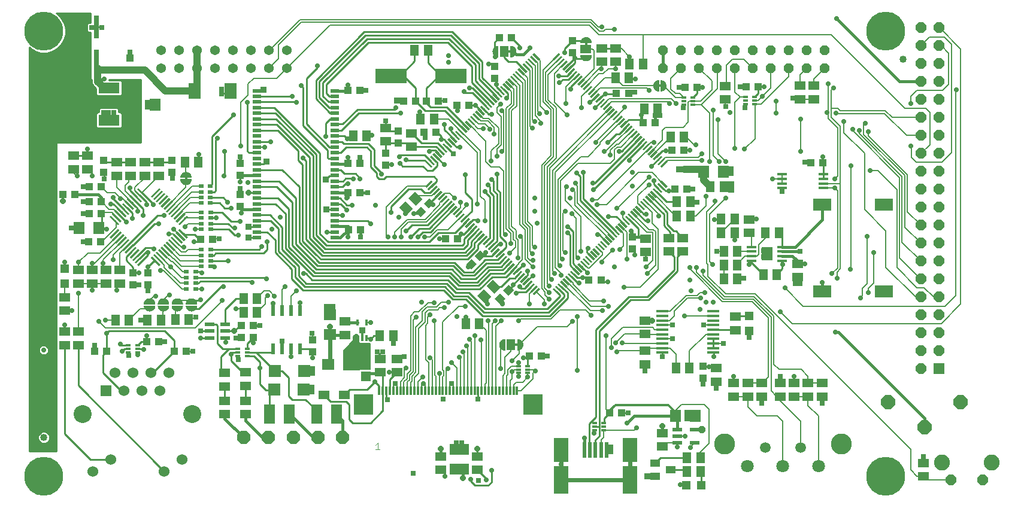
<source format=gtl>
G75*
%MOIN*%
%OFA0B0*%
%FSLAX25Y25*%
%IPPOS*%
%LPD*%
%AMOC8*
5,1,8,0,0,1.08239X$1,22.5*
%
%ADD10C,0.00400*%
%ADD11C,0.04000*%
%ADD12R,0.17717X0.07874*%
%ADD13R,0.05906X0.05118*%
%ADD14R,0.04724X0.01181*%
%ADD15R,0.03937X0.04331*%
%ADD16R,0.04331X0.03937*%
%ADD17R,0.06299X0.07087*%
%ADD18R,0.05118X0.05906*%
%ADD19OC8,0.07874*%
%ADD20R,0.07087X0.08661*%
%ADD21R,0.24409X0.22835*%
%ADD22R,0.11811X0.06299*%
%ADD23R,0.03000X0.12800*%
%ADD24R,0.06000X0.05000*%
%ADD25C,0.00000*%
%ADD26C,0.00001*%
%ADD27R,0.01000X0.03500*%
%ADD28R,0.01000X0.02000*%
%ADD29R,0.05000X0.06000*%
%ADD30R,0.03500X0.01000*%
%ADD31R,0.02000X0.01000*%
%ADD32R,0.05906X0.05906*%
%ADD33OC8,0.05906*%
%ADD34C,0.05400*%
%ADD35OC8,0.07087*%
%ADD36C,0.07087*%
%ADD37C,0.05906*%
%ADD38C,0.11661*%
%ADD39C,0.08858*%
%ADD40R,0.04724X0.04724*%
%ADD41C,0.06000*%
%ADD42R,0.06000X0.06000*%
%ADD43C,0.10000*%
%ADD44R,0.02559X0.01969*%
%ADD45C,0.00100*%
%ADD46R,0.02575X0.01184*%
%ADD47R,0.01100X0.06600*%
%ADD48R,0.04724X0.01969*%
%ADD49R,0.10630X0.06299*%
%ADD50OC8,0.05400*%
%ADD51R,0.05800X0.01400*%
%ADD52R,0.06500X0.01700*%
%ADD53R,0.01575X0.03346*%
%ADD54R,0.06890X0.05906*%
%ADD55R,0.07087X0.06299*%
%ADD56R,0.10630X0.11811*%
%ADD57R,0.01181X0.04724*%
%ADD58R,0.05512X0.05512*%
%ADD59R,0.05906X0.04724*%
%ADD60R,0.07087X0.06693*%
%ADD61R,0.06299X0.10630*%
%ADD62R,0.05800X0.02200*%
%ADD63R,0.02362X0.06102*%
%ADD64R,0.05600X0.01700*%
%ADD65R,0.06200X0.07400*%
%ADD66R,0.10236X0.07087*%
%ADD67R,0.05512X0.03937*%
%ADD68R,0.08071X0.15748*%
%ADD69R,0.08071X0.13780*%
%ADD70R,0.01969X0.08858*%
%ADD71C,0.21654*%
%ADD72OC8,0.02781*%
%ADD73R,0.02781X0.02781*%
%ADD74R,0.03175X0.03175*%
%ADD75C,0.00600*%
%ADD76OC8,0.03175*%
%ADD77C,0.01000*%
%ADD78C,0.01600*%
%ADD79C,0.00800*%
%ADD80C,0.00900*%
%ADD81C,0.01400*%
%ADD82C,0.02400*%
%ADD83OC8,0.03962*%
%ADD84C,0.04000*%
%ADD85C,0.01200*%
D10*
X0223690Y0175508D02*
X0226092Y0175508D01*
X0224891Y0175508D02*
X0224891Y0179111D01*
X0223690Y0177910D01*
D11*
X0039014Y0182161D03*
X0517361Y0392791D03*
D12*
X0265652Y0383728D03*
X0232188Y0383728D03*
D13*
X0229220Y0354719D03*
X0229220Y0347238D03*
X0243720Y0344188D03*
X0243720Y0351669D03*
X0349470Y0391488D03*
X0357220Y0391488D03*
X0357220Y0398969D03*
X0349470Y0398969D03*
X0418420Y0377969D03*
X0418420Y0370488D03*
X0459870Y0370738D03*
X0459870Y0378219D03*
X0467620Y0378219D03*
X0467620Y0370738D03*
X0431470Y0303769D03*
X0431470Y0296288D03*
X0458470Y0279019D03*
X0458470Y0271538D03*
X0423870Y0249519D03*
X0423870Y0242038D03*
X0413120Y0220869D03*
X0413120Y0213388D03*
X0423070Y0212519D03*
X0423070Y0205038D03*
X0430820Y0205038D03*
X0438570Y0205038D03*
X0438570Y0212519D03*
X0430820Y0212519D03*
X0448920Y0212469D03*
X0456670Y0212469D03*
X0464420Y0212469D03*
X0472170Y0212469D03*
X0472170Y0204988D03*
X0464420Y0204988D03*
X0456670Y0204988D03*
X0448920Y0204988D03*
X0383220Y0184669D03*
X0383220Y0177188D03*
X0373720Y0223038D03*
X0373720Y0230519D03*
X0373670Y0239838D03*
X0373670Y0247319D03*
X0373920Y0285488D03*
X0373920Y0292969D03*
X0386970Y0293269D03*
X0386970Y0285788D03*
X0394670Y0285788D03*
X0394670Y0293269D03*
X0280220Y0171769D03*
X0280220Y0164288D03*
X0259870Y0164238D03*
X0259870Y0171719D03*
X0235470Y0218588D03*
X0226120Y0218538D03*
X0226120Y0226019D03*
X0235470Y0226069D03*
X0206770Y0239388D03*
X0206770Y0246869D03*
X0151420Y0218469D03*
X0151420Y0210988D03*
X0139670Y0210738D03*
X0139670Y0218219D03*
X0139670Y0202719D03*
X0151420Y0202719D03*
X0151420Y0195238D03*
X0139670Y0195238D03*
X0058270Y0233738D03*
X0058270Y0241219D03*
X0050470Y0241219D03*
X0050470Y0233738D03*
X0050520Y0252888D03*
X0050520Y0260369D03*
X0058170Y0268088D03*
X0065920Y0268088D03*
X0065920Y0275569D03*
X0058170Y0275569D03*
X0073670Y0275569D03*
X0081420Y0275569D03*
X0081420Y0268088D03*
X0073670Y0268088D03*
X0079670Y0327988D03*
X0087370Y0327988D03*
X0095120Y0327988D03*
X0102870Y0327988D03*
X0102870Y0335469D03*
X0095120Y0335469D03*
X0087370Y0335469D03*
X0079670Y0335469D03*
X0063420Y0339119D03*
X0055720Y0339119D03*
X0055720Y0331638D03*
X0063420Y0331638D03*
X0528670Y0167969D03*
X0528670Y0160488D03*
D14*
G36*
X0355000Y0297659D02*
X0358339Y0294320D01*
X0357504Y0293485D01*
X0354165Y0296824D01*
X0355000Y0297659D01*
G37*
G36*
X0356392Y0299051D02*
X0359731Y0295712D01*
X0358896Y0294877D01*
X0355557Y0298216D01*
X0356392Y0299051D01*
G37*
G36*
X0357784Y0300443D02*
X0361123Y0297104D01*
X0360288Y0296269D01*
X0356949Y0299608D01*
X0357784Y0300443D01*
G37*
G36*
X0359176Y0301835D02*
X0362515Y0298496D01*
X0361680Y0297661D01*
X0358341Y0301000D01*
X0359176Y0301835D01*
G37*
G36*
X0360568Y0303226D02*
X0363907Y0299887D01*
X0363072Y0299052D01*
X0359733Y0302391D01*
X0360568Y0303226D01*
G37*
G36*
X0361960Y0304618D02*
X0365299Y0301279D01*
X0364464Y0300444D01*
X0361125Y0303783D01*
X0361960Y0304618D01*
G37*
G36*
X0363352Y0306010D02*
X0366691Y0302671D01*
X0365856Y0301836D01*
X0362517Y0305175D01*
X0363352Y0306010D01*
G37*
G36*
X0364744Y0307402D02*
X0368083Y0304063D01*
X0367248Y0303228D01*
X0363909Y0306567D01*
X0364744Y0307402D01*
G37*
G36*
X0366136Y0308794D02*
X0369475Y0305455D01*
X0368640Y0304620D01*
X0365301Y0307959D01*
X0366136Y0308794D01*
G37*
G36*
X0367528Y0310186D02*
X0370867Y0306847D01*
X0370032Y0306012D01*
X0366693Y0309351D01*
X0367528Y0310186D01*
G37*
G36*
X0368920Y0311578D02*
X0372259Y0308239D01*
X0371424Y0307404D01*
X0368085Y0310743D01*
X0368920Y0311578D01*
G37*
G36*
X0370312Y0312970D02*
X0373651Y0309631D01*
X0372816Y0308796D01*
X0369477Y0312135D01*
X0370312Y0312970D01*
G37*
G36*
X0371704Y0314362D02*
X0375043Y0311023D01*
X0374208Y0310188D01*
X0370869Y0313527D01*
X0371704Y0314362D01*
G37*
G36*
X0373096Y0315754D02*
X0376435Y0312415D01*
X0375600Y0311580D01*
X0372261Y0314919D01*
X0373096Y0315754D01*
G37*
G36*
X0374488Y0317146D02*
X0377827Y0313807D01*
X0376992Y0312972D01*
X0373653Y0316311D01*
X0374488Y0317146D01*
G37*
G36*
X0375880Y0318538D02*
X0379219Y0315199D01*
X0378384Y0314364D01*
X0375045Y0317703D01*
X0375880Y0318538D01*
G37*
G36*
X0377271Y0319930D02*
X0380610Y0316591D01*
X0379775Y0315756D01*
X0376436Y0319095D01*
X0377271Y0319930D01*
G37*
G36*
X0378663Y0321322D02*
X0382002Y0317983D01*
X0381167Y0317148D01*
X0377828Y0320487D01*
X0378663Y0321322D01*
G37*
G36*
X0380055Y0322714D02*
X0383394Y0319375D01*
X0382559Y0318540D01*
X0379220Y0321879D01*
X0380055Y0322714D01*
G37*
G36*
X0381447Y0324106D02*
X0384786Y0320767D01*
X0383951Y0319932D01*
X0380612Y0323271D01*
X0381447Y0324106D01*
G37*
G36*
X0382839Y0325498D02*
X0386178Y0322159D01*
X0385343Y0321324D01*
X0382004Y0324663D01*
X0382839Y0325498D01*
G37*
G36*
X0382004Y0333294D02*
X0385343Y0336633D01*
X0386178Y0335798D01*
X0382839Y0332459D01*
X0382004Y0333294D01*
G37*
G36*
X0380612Y0334686D02*
X0383951Y0338025D01*
X0384786Y0337190D01*
X0381447Y0333851D01*
X0380612Y0334686D01*
G37*
G36*
X0379220Y0336078D02*
X0382559Y0339417D01*
X0383394Y0338582D01*
X0380055Y0335243D01*
X0379220Y0336078D01*
G37*
G36*
X0377828Y0337470D02*
X0381167Y0340809D01*
X0382002Y0339974D01*
X0378663Y0336635D01*
X0377828Y0337470D01*
G37*
G36*
X0376436Y0338862D02*
X0379775Y0342201D01*
X0380610Y0341366D01*
X0377271Y0338027D01*
X0376436Y0338862D01*
G37*
G36*
X0375045Y0340254D02*
X0378384Y0343593D01*
X0379219Y0342758D01*
X0375880Y0339419D01*
X0375045Y0340254D01*
G37*
G36*
X0373653Y0341646D02*
X0376992Y0344985D01*
X0377827Y0344150D01*
X0374488Y0340811D01*
X0373653Y0341646D01*
G37*
G36*
X0372261Y0343038D02*
X0375600Y0346377D01*
X0376435Y0345542D01*
X0373096Y0342203D01*
X0372261Y0343038D01*
G37*
G36*
X0370869Y0344430D02*
X0374208Y0347769D01*
X0375043Y0346934D01*
X0371704Y0343595D01*
X0370869Y0344430D01*
G37*
G36*
X0369477Y0345822D02*
X0372816Y0349161D01*
X0373651Y0348326D01*
X0370312Y0344987D01*
X0369477Y0345822D01*
G37*
G36*
X0368085Y0347214D02*
X0371424Y0350553D01*
X0372259Y0349718D01*
X0368920Y0346379D01*
X0368085Y0347214D01*
G37*
G36*
X0366693Y0348605D02*
X0370032Y0351944D01*
X0370867Y0351109D01*
X0367528Y0347770D01*
X0366693Y0348605D01*
G37*
G36*
X0365301Y0349997D02*
X0368640Y0353336D01*
X0369475Y0352501D01*
X0366136Y0349162D01*
X0365301Y0349997D01*
G37*
G36*
X0363909Y0351389D02*
X0367248Y0354728D01*
X0368083Y0353893D01*
X0364744Y0350554D01*
X0363909Y0351389D01*
G37*
G36*
X0362517Y0352781D02*
X0365856Y0356120D01*
X0366691Y0355285D01*
X0363352Y0351946D01*
X0362517Y0352781D01*
G37*
G36*
X0361125Y0354173D02*
X0364464Y0357512D01*
X0365299Y0356677D01*
X0361960Y0353338D01*
X0361125Y0354173D01*
G37*
G36*
X0359733Y0355565D02*
X0363072Y0358904D01*
X0363907Y0358069D01*
X0360568Y0354730D01*
X0359733Y0355565D01*
G37*
G36*
X0358341Y0356957D02*
X0361680Y0360296D01*
X0362515Y0359461D01*
X0359176Y0356122D01*
X0358341Y0356957D01*
G37*
G36*
X0356949Y0358349D02*
X0360288Y0361688D01*
X0361123Y0360853D01*
X0357784Y0357514D01*
X0356949Y0358349D01*
G37*
G36*
X0355557Y0359741D02*
X0358896Y0363080D01*
X0359731Y0362245D01*
X0356392Y0358906D01*
X0355557Y0359741D01*
G37*
G36*
X0354165Y0361133D02*
X0357504Y0364472D01*
X0358339Y0363637D01*
X0355000Y0360298D01*
X0354165Y0361133D01*
G37*
G36*
X0352773Y0362525D02*
X0356112Y0365864D01*
X0356947Y0365029D01*
X0353608Y0361690D01*
X0352773Y0362525D01*
G37*
G36*
X0351382Y0363917D02*
X0354721Y0367256D01*
X0355556Y0366421D01*
X0352217Y0363082D01*
X0351382Y0363917D01*
G37*
G36*
X0349990Y0365309D02*
X0353329Y0368648D01*
X0354164Y0367813D01*
X0350825Y0364474D01*
X0349990Y0365309D01*
G37*
G36*
X0348598Y0366701D02*
X0351937Y0370040D01*
X0352772Y0369205D01*
X0349433Y0365866D01*
X0348598Y0366701D01*
G37*
G36*
X0347206Y0368093D02*
X0350545Y0371432D01*
X0351380Y0370597D01*
X0348041Y0367258D01*
X0347206Y0368093D01*
G37*
G36*
X0345814Y0369485D02*
X0349153Y0372824D01*
X0349988Y0371989D01*
X0346649Y0368650D01*
X0345814Y0369485D01*
G37*
G36*
X0344422Y0370877D02*
X0347761Y0374216D01*
X0348596Y0373381D01*
X0345257Y0370042D01*
X0344422Y0370877D01*
G37*
G36*
X0343030Y0372268D02*
X0346369Y0375607D01*
X0347204Y0374772D01*
X0343865Y0371433D01*
X0343030Y0372268D01*
G37*
G36*
X0341638Y0373660D02*
X0344977Y0376999D01*
X0345812Y0376164D01*
X0342473Y0372825D01*
X0341638Y0373660D01*
G37*
G36*
X0340246Y0375052D02*
X0343585Y0378391D01*
X0344420Y0377556D01*
X0341081Y0374217D01*
X0340246Y0375052D01*
G37*
G36*
X0338854Y0376444D02*
X0342193Y0379783D01*
X0343028Y0378948D01*
X0339689Y0375609D01*
X0338854Y0376444D01*
G37*
G36*
X0337462Y0377836D02*
X0340801Y0381175D01*
X0341636Y0380340D01*
X0338297Y0377001D01*
X0337462Y0377836D01*
G37*
G36*
X0336070Y0379228D02*
X0339409Y0382567D01*
X0340244Y0381732D01*
X0336905Y0378393D01*
X0336070Y0379228D01*
G37*
G36*
X0334678Y0380620D02*
X0338017Y0383959D01*
X0338852Y0383124D01*
X0335513Y0379785D01*
X0334678Y0380620D01*
G37*
G36*
X0333286Y0382012D02*
X0336625Y0385351D01*
X0337460Y0384516D01*
X0334121Y0381177D01*
X0333286Y0382012D01*
G37*
G36*
X0331894Y0383404D02*
X0335233Y0386743D01*
X0336068Y0385908D01*
X0332729Y0382569D01*
X0331894Y0383404D01*
G37*
G36*
X0330502Y0384796D02*
X0333841Y0388135D01*
X0334676Y0387300D01*
X0331337Y0383961D01*
X0330502Y0384796D01*
G37*
G36*
X0329110Y0386188D02*
X0332449Y0389527D01*
X0333284Y0388692D01*
X0329945Y0385353D01*
X0329110Y0386188D01*
G37*
G36*
X0327718Y0387580D02*
X0331057Y0390919D01*
X0331892Y0390084D01*
X0328553Y0386745D01*
X0327718Y0387580D01*
G37*
G36*
X0326327Y0388972D02*
X0329666Y0392311D01*
X0330501Y0391476D01*
X0327162Y0388137D01*
X0326327Y0388972D01*
G37*
G36*
X0324935Y0390364D02*
X0328274Y0393703D01*
X0329109Y0392868D01*
X0325770Y0389529D01*
X0324935Y0390364D01*
G37*
G36*
X0323543Y0391756D02*
X0326882Y0395095D01*
X0327717Y0394260D01*
X0324378Y0390921D01*
X0323543Y0391756D01*
G37*
G36*
X0322151Y0393148D02*
X0325490Y0396487D01*
X0326325Y0395652D01*
X0322986Y0392313D01*
X0322151Y0393148D01*
G37*
G36*
X0314354Y0392313D02*
X0311015Y0395652D01*
X0311850Y0396487D01*
X0315189Y0393148D01*
X0314354Y0392313D01*
G37*
G36*
X0312962Y0390921D02*
X0309623Y0394260D01*
X0310458Y0395095D01*
X0313797Y0391756D01*
X0312962Y0390921D01*
G37*
G36*
X0311570Y0389529D02*
X0308231Y0392868D01*
X0309066Y0393703D01*
X0312405Y0390364D01*
X0311570Y0389529D01*
G37*
G36*
X0310178Y0388137D02*
X0306839Y0391476D01*
X0307674Y0392311D01*
X0311013Y0388972D01*
X0310178Y0388137D01*
G37*
G36*
X0308786Y0386745D02*
X0305447Y0390084D01*
X0306282Y0390919D01*
X0309621Y0387580D01*
X0308786Y0386745D01*
G37*
G36*
X0307394Y0385353D02*
X0304055Y0388692D01*
X0304890Y0389527D01*
X0308229Y0386188D01*
X0307394Y0385353D01*
G37*
G36*
X0306003Y0383961D02*
X0302664Y0387300D01*
X0303499Y0388135D01*
X0306838Y0384796D01*
X0306003Y0383961D01*
G37*
G36*
X0304611Y0382569D02*
X0301272Y0385908D01*
X0302107Y0386743D01*
X0305446Y0383404D01*
X0304611Y0382569D01*
G37*
G36*
X0303219Y0381177D02*
X0299880Y0384516D01*
X0300715Y0385351D01*
X0304054Y0382012D01*
X0303219Y0381177D01*
G37*
G36*
X0301827Y0379785D02*
X0298488Y0383124D01*
X0299323Y0383959D01*
X0302662Y0380620D01*
X0301827Y0379785D01*
G37*
G36*
X0300435Y0378393D02*
X0297096Y0381732D01*
X0297931Y0382567D01*
X0301270Y0379228D01*
X0300435Y0378393D01*
G37*
G36*
X0299043Y0377001D02*
X0295704Y0380340D01*
X0296539Y0381175D01*
X0299878Y0377836D01*
X0299043Y0377001D01*
G37*
G36*
X0297651Y0375609D02*
X0294312Y0378948D01*
X0295147Y0379783D01*
X0298486Y0376444D01*
X0297651Y0375609D01*
G37*
G36*
X0296259Y0374217D02*
X0292920Y0377556D01*
X0293755Y0378391D01*
X0297094Y0375052D01*
X0296259Y0374217D01*
G37*
G36*
X0294867Y0372825D02*
X0291528Y0376164D01*
X0292363Y0376999D01*
X0295702Y0373660D01*
X0294867Y0372825D01*
G37*
G36*
X0293475Y0371433D02*
X0290136Y0374772D01*
X0290971Y0375607D01*
X0294310Y0372268D01*
X0293475Y0371433D01*
G37*
G36*
X0292083Y0370042D02*
X0288744Y0373381D01*
X0289579Y0374216D01*
X0292918Y0370877D01*
X0292083Y0370042D01*
G37*
G36*
X0290691Y0368650D02*
X0287352Y0371989D01*
X0288187Y0372824D01*
X0291526Y0369485D01*
X0290691Y0368650D01*
G37*
G36*
X0289299Y0367258D02*
X0285960Y0370597D01*
X0286795Y0371432D01*
X0290134Y0368093D01*
X0289299Y0367258D01*
G37*
G36*
X0287907Y0365866D02*
X0284568Y0369205D01*
X0285403Y0370040D01*
X0288742Y0366701D01*
X0287907Y0365866D01*
G37*
G36*
X0286515Y0364474D02*
X0283176Y0367813D01*
X0284011Y0368648D01*
X0287350Y0365309D01*
X0286515Y0364474D01*
G37*
G36*
X0285123Y0363082D02*
X0281784Y0366421D01*
X0282619Y0367256D01*
X0285958Y0363917D01*
X0285123Y0363082D01*
G37*
G36*
X0283731Y0361690D02*
X0280392Y0365029D01*
X0281227Y0365864D01*
X0284566Y0362525D01*
X0283731Y0361690D01*
G37*
G36*
X0282339Y0360298D02*
X0279000Y0363637D01*
X0279835Y0364472D01*
X0283174Y0361133D01*
X0282339Y0360298D01*
G37*
G36*
X0280948Y0358906D02*
X0277609Y0362245D01*
X0278444Y0363080D01*
X0281783Y0359741D01*
X0280948Y0358906D01*
G37*
G36*
X0279556Y0357514D02*
X0276217Y0360853D01*
X0277052Y0361688D01*
X0280391Y0358349D01*
X0279556Y0357514D01*
G37*
G36*
X0278164Y0356122D02*
X0274825Y0359461D01*
X0275660Y0360296D01*
X0278999Y0356957D01*
X0278164Y0356122D01*
G37*
G36*
X0276772Y0354730D02*
X0273433Y0358069D01*
X0274268Y0358904D01*
X0277607Y0355565D01*
X0276772Y0354730D01*
G37*
G36*
X0275380Y0353338D02*
X0272041Y0356677D01*
X0272876Y0357512D01*
X0276215Y0354173D01*
X0275380Y0353338D01*
G37*
G36*
X0273988Y0351946D02*
X0270649Y0355285D01*
X0271484Y0356120D01*
X0274823Y0352781D01*
X0273988Y0351946D01*
G37*
G36*
X0272596Y0350554D02*
X0269257Y0353893D01*
X0270092Y0354728D01*
X0273431Y0351389D01*
X0272596Y0350554D01*
G37*
G36*
X0271204Y0349162D02*
X0267865Y0352501D01*
X0268700Y0353336D01*
X0272039Y0349997D01*
X0271204Y0349162D01*
G37*
G36*
X0269812Y0347770D02*
X0266473Y0351109D01*
X0267308Y0351944D01*
X0270647Y0348605D01*
X0269812Y0347770D01*
G37*
G36*
X0268420Y0346379D02*
X0265081Y0349718D01*
X0265916Y0350553D01*
X0269255Y0347214D01*
X0268420Y0346379D01*
G37*
G36*
X0267028Y0344987D02*
X0263689Y0348326D01*
X0264524Y0349161D01*
X0267863Y0345822D01*
X0267028Y0344987D01*
G37*
G36*
X0265636Y0343595D02*
X0262297Y0346934D01*
X0263132Y0347769D01*
X0266471Y0344430D01*
X0265636Y0343595D01*
G37*
G36*
X0264244Y0342203D02*
X0260905Y0345542D01*
X0261740Y0346377D01*
X0265079Y0343038D01*
X0264244Y0342203D01*
G37*
G36*
X0262852Y0340811D02*
X0259513Y0344150D01*
X0260348Y0344985D01*
X0263687Y0341646D01*
X0262852Y0340811D01*
G37*
G36*
X0261460Y0339419D02*
X0258121Y0342758D01*
X0258956Y0343593D01*
X0262295Y0340254D01*
X0261460Y0339419D01*
G37*
G36*
X0260068Y0338027D02*
X0256729Y0341366D01*
X0257564Y0342201D01*
X0260903Y0338862D01*
X0260068Y0338027D01*
G37*
G36*
X0258676Y0336635D02*
X0255337Y0339974D01*
X0256172Y0340809D01*
X0259511Y0337470D01*
X0258676Y0336635D01*
G37*
G36*
X0257285Y0335243D02*
X0253946Y0338582D01*
X0254781Y0339417D01*
X0258120Y0336078D01*
X0257285Y0335243D01*
G37*
G36*
X0255893Y0333851D02*
X0252554Y0337190D01*
X0253389Y0338025D01*
X0256728Y0334686D01*
X0255893Y0333851D01*
G37*
G36*
X0254501Y0332459D02*
X0251162Y0335798D01*
X0251997Y0336633D01*
X0255336Y0333294D01*
X0254501Y0332459D01*
G37*
G36*
X0255336Y0324663D02*
X0251997Y0321324D01*
X0251162Y0322159D01*
X0254501Y0325498D01*
X0255336Y0324663D01*
G37*
G36*
X0256728Y0323271D02*
X0253389Y0319932D01*
X0252554Y0320767D01*
X0255893Y0324106D01*
X0256728Y0323271D01*
G37*
G36*
X0258120Y0321879D02*
X0254781Y0318540D01*
X0253946Y0319375D01*
X0257285Y0322714D01*
X0258120Y0321879D01*
G37*
G36*
X0259511Y0320487D02*
X0256172Y0317148D01*
X0255337Y0317983D01*
X0258676Y0321322D01*
X0259511Y0320487D01*
G37*
G36*
X0260903Y0319095D02*
X0257564Y0315756D01*
X0256729Y0316591D01*
X0260068Y0319930D01*
X0260903Y0319095D01*
G37*
G36*
X0262295Y0317703D02*
X0258956Y0314364D01*
X0258121Y0315199D01*
X0261460Y0318538D01*
X0262295Y0317703D01*
G37*
G36*
X0263687Y0316311D02*
X0260348Y0312972D01*
X0259513Y0313807D01*
X0262852Y0317146D01*
X0263687Y0316311D01*
G37*
G36*
X0265079Y0314919D02*
X0261740Y0311580D01*
X0260905Y0312415D01*
X0264244Y0315754D01*
X0265079Y0314919D01*
G37*
G36*
X0266471Y0313527D02*
X0263132Y0310188D01*
X0262297Y0311023D01*
X0265636Y0314362D01*
X0266471Y0313527D01*
G37*
G36*
X0267863Y0312135D02*
X0264524Y0308796D01*
X0263689Y0309631D01*
X0267028Y0312970D01*
X0267863Y0312135D01*
G37*
G36*
X0269255Y0310743D02*
X0265916Y0307404D01*
X0265081Y0308239D01*
X0268420Y0311578D01*
X0269255Y0310743D01*
G37*
G36*
X0270647Y0309351D02*
X0267308Y0306012D01*
X0266473Y0306847D01*
X0269812Y0310186D01*
X0270647Y0309351D01*
G37*
G36*
X0272039Y0307959D02*
X0268700Y0304620D01*
X0267865Y0305455D01*
X0271204Y0308794D01*
X0272039Y0307959D01*
G37*
G36*
X0273431Y0306567D02*
X0270092Y0303228D01*
X0269257Y0304063D01*
X0272596Y0307402D01*
X0273431Y0306567D01*
G37*
G36*
X0274823Y0305175D02*
X0271484Y0301836D01*
X0270649Y0302671D01*
X0273988Y0306010D01*
X0274823Y0305175D01*
G37*
G36*
X0276215Y0303783D02*
X0272876Y0300444D01*
X0272041Y0301279D01*
X0275380Y0304618D01*
X0276215Y0303783D01*
G37*
G36*
X0277607Y0302391D02*
X0274268Y0299052D01*
X0273433Y0299887D01*
X0276772Y0303226D01*
X0277607Y0302391D01*
G37*
G36*
X0278999Y0301000D02*
X0275660Y0297661D01*
X0274825Y0298496D01*
X0278164Y0301835D01*
X0278999Y0301000D01*
G37*
G36*
X0280391Y0299608D02*
X0277052Y0296269D01*
X0276217Y0297104D01*
X0279556Y0300443D01*
X0280391Y0299608D01*
G37*
G36*
X0281783Y0298216D02*
X0278444Y0294877D01*
X0277609Y0295712D01*
X0280948Y0299051D01*
X0281783Y0298216D01*
G37*
G36*
X0283174Y0296824D02*
X0279835Y0293485D01*
X0279000Y0294320D01*
X0282339Y0297659D01*
X0283174Y0296824D01*
G37*
G36*
X0284566Y0295432D02*
X0281227Y0292093D01*
X0280392Y0292928D01*
X0283731Y0296267D01*
X0284566Y0295432D01*
G37*
G36*
X0285958Y0294040D02*
X0282619Y0290701D01*
X0281784Y0291536D01*
X0285123Y0294875D01*
X0285958Y0294040D01*
G37*
G36*
X0287350Y0292648D02*
X0284011Y0289309D01*
X0283176Y0290144D01*
X0286515Y0293483D01*
X0287350Y0292648D01*
G37*
G36*
X0288742Y0291256D02*
X0285403Y0287917D01*
X0284568Y0288752D01*
X0287907Y0292091D01*
X0288742Y0291256D01*
G37*
G36*
X0290134Y0289864D02*
X0286795Y0286525D01*
X0285960Y0287360D01*
X0289299Y0290699D01*
X0290134Y0289864D01*
G37*
G36*
X0291526Y0288472D02*
X0288187Y0285133D01*
X0287352Y0285968D01*
X0290691Y0289307D01*
X0291526Y0288472D01*
G37*
G36*
X0292918Y0287080D02*
X0289579Y0283741D01*
X0288744Y0284576D01*
X0292083Y0287915D01*
X0292918Y0287080D01*
G37*
G36*
X0294310Y0285688D02*
X0290971Y0282349D01*
X0290136Y0283184D01*
X0293475Y0286523D01*
X0294310Y0285688D01*
G37*
G36*
X0295702Y0284296D02*
X0292363Y0280957D01*
X0291528Y0281792D01*
X0294867Y0285131D01*
X0295702Y0284296D01*
G37*
G36*
X0297094Y0282904D02*
X0293755Y0279565D01*
X0292920Y0280400D01*
X0296259Y0283739D01*
X0297094Y0282904D01*
G37*
G36*
X0298486Y0281512D02*
X0295147Y0278173D01*
X0294312Y0279008D01*
X0297651Y0282347D01*
X0298486Y0281512D01*
G37*
G36*
X0299878Y0280120D02*
X0296539Y0276781D01*
X0295704Y0277616D01*
X0299043Y0280955D01*
X0299878Y0280120D01*
G37*
G36*
X0301270Y0278728D02*
X0297931Y0275389D01*
X0297096Y0276224D01*
X0300435Y0279563D01*
X0301270Y0278728D01*
G37*
G36*
X0302662Y0277337D02*
X0299323Y0273998D01*
X0298488Y0274833D01*
X0301827Y0278172D01*
X0302662Y0277337D01*
G37*
G36*
X0304054Y0275945D02*
X0300715Y0272606D01*
X0299880Y0273441D01*
X0303219Y0276780D01*
X0304054Y0275945D01*
G37*
G36*
X0305446Y0274553D02*
X0302107Y0271214D01*
X0301272Y0272049D01*
X0304611Y0275388D01*
X0305446Y0274553D01*
G37*
G36*
X0306838Y0273161D02*
X0303499Y0269822D01*
X0302664Y0270657D01*
X0306003Y0273996D01*
X0306838Y0273161D01*
G37*
G36*
X0308229Y0271769D02*
X0304890Y0268430D01*
X0304055Y0269265D01*
X0307394Y0272604D01*
X0308229Y0271769D01*
G37*
G36*
X0309621Y0270377D02*
X0306282Y0267038D01*
X0305447Y0267873D01*
X0308786Y0271212D01*
X0309621Y0270377D01*
G37*
G36*
X0311013Y0268985D02*
X0307674Y0265646D01*
X0306839Y0266481D01*
X0310178Y0269820D01*
X0311013Y0268985D01*
G37*
G36*
X0312405Y0267593D02*
X0309066Y0264254D01*
X0308231Y0265089D01*
X0311570Y0268428D01*
X0312405Y0267593D01*
G37*
G36*
X0313797Y0266201D02*
X0310458Y0262862D01*
X0309623Y0263697D01*
X0312962Y0267036D01*
X0313797Y0266201D01*
G37*
G36*
X0315189Y0264809D02*
X0311850Y0261470D01*
X0311015Y0262305D01*
X0314354Y0265644D01*
X0315189Y0264809D01*
G37*
G36*
X0322986Y0265644D02*
X0326325Y0262305D01*
X0325490Y0261470D01*
X0322151Y0264809D01*
X0322986Y0265644D01*
G37*
G36*
X0324378Y0267036D02*
X0327717Y0263697D01*
X0326882Y0262862D01*
X0323543Y0266201D01*
X0324378Y0267036D01*
G37*
G36*
X0325770Y0268428D02*
X0329109Y0265089D01*
X0328274Y0264254D01*
X0324935Y0267593D01*
X0325770Y0268428D01*
G37*
G36*
X0327162Y0269820D02*
X0330501Y0266481D01*
X0329666Y0265646D01*
X0326327Y0268985D01*
X0327162Y0269820D01*
G37*
G36*
X0328553Y0271212D02*
X0331892Y0267873D01*
X0331057Y0267038D01*
X0327718Y0270377D01*
X0328553Y0271212D01*
G37*
G36*
X0329945Y0272604D02*
X0333284Y0269265D01*
X0332449Y0268430D01*
X0329110Y0271769D01*
X0329945Y0272604D01*
G37*
G36*
X0331337Y0273996D02*
X0334676Y0270657D01*
X0333841Y0269822D01*
X0330502Y0273161D01*
X0331337Y0273996D01*
G37*
G36*
X0332729Y0275388D02*
X0336068Y0272049D01*
X0335233Y0271214D01*
X0331894Y0274553D01*
X0332729Y0275388D01*
G37*
G36*
X0334121Y0276780D02*
X0337460Y0273441D01*
X0336625Y0272606D01*
X0333286Y0275945D01*
X0334121Y0276780D01*
G37*
G36*
X0335513Y0278172D02*
X0338852Y0274833D01*
X0338017Y0273998D01*
X0334678Y0277337D01*
X0335513Y0278172D01*
G37*
G36*
X0336905Y0279563D02*
X0340244Y0276224D01*
X0339409Y0275389D01*
X0336070Y0278728D01*
X0336905Y0279563D01*
G37*
G36*
X0338297Y0280955D02*
X0341636Y0277616D01*
X0340801Y0276781D01*
X0337462Y0280120D01*
X0338297Y0280955D01*
G37*
G36*
X0339689Y0282347D02*
X0343028Y0279008D01*
X0342193Y0278173D01*
X0338854Y0281512D01*
X0339689Y0282347D01*
G37*
G36*
X0341081Y0283739D02*
X0344420Y0280400D01*
X0343585Y0279565D01*
X0340246Y0282904D01*
X0341081Y0283739D01*
G37*
G36*
X0342473Y0285131D02*
X0345812Y0281792D01*
X0344977Y0280957D01*
X0341638Y0284296D01*
X0342473Y0285131D01*
G37*
G36*
X0343865Y0286523D02*
X0347204Y0283184D01*
X0346369Y0282349D01*
X0343030Y0285688D01*
X0343865Y0286523D01*
G37*
G36*
X0345257Y0287915D02*
X0348596Y0284576D01*
X0347761Y0283741D01*
X0344422Y0287080D01*
X0345257Y0287915D01*
G37*
G36*
X0346649Y0289307D02*
X0349988Y0285968D01*
X0349153Y0285133D01*
X0345814Y0288472D01*
X0346649Y0289307D01*
G37*
G36*
X0348041Y0290699D02*
X0351380Y0287360D01*
X0350545Y0286525D01*
X0347206Y0289864D01*
X0348041Y0290699D01*
G37*
G36*
X0349433Y0292091D02*
X0352772Y0288752D01*
X0351937Y0287917D01*
X0348598Y0291256D01*
X0349433Y0292091D01*
G37*
G36*
X0350825Y0293483D02*
X0354164Y0290144D01*
X0353329Y0289309D01*
X0349990Y0292648D01*
X0350825Y0293483D01*
G37*
G36*
X0352217Y0294875D02*
X0355556Y0291536D01*
X0354721Y0290701D01*
X0351382Y0294040D01*
X0352217Y0294875D01*
G37*
G36*
X0353608Y0296267D02*
X0356947Y0292928D01*
X0356112Y0292093D01*
X0352773Y0295432D01*
X0353608Y0296267D01*
G37*
D15*
X0366670Y0294025D03*
X0366670Y0287332D03*
X0405870Y0221975D03*
X0405870Y0215282D03*
X0236420Y0346132D03*
X0236420Y0352825D03*
X0289820Y0382282D03*
X0289820Y0388975D03*
X0333170Y0396682D03*
X0333170Y0403375D03*
X0148220Y0334875D03*
X0148220Y0328182D03*
X0148220Y0317575D03*
X0148220Y0310882D03*
X0110120Y0329832D03*
X0110120Y0336525D03*
X0072420Y0336525D03*
X0072420Y0329832D03*
X0056266Y0317628D03*
X0049573Y0317628D03*
X0064073Y0291328D03*
X0070766Y0291328D03*
X0088670Y0273975D03*
X0088670Y0267282D03*
X0096920Y0267232D03*
X0096920Y0273925D03*
X0188470Y0236725D03*
X0188470Y0230032D03*
X0086920Y0386782D03*
X0086920Y0393475D03*
D16*
X0070916Y0321778D03*
X0064223Y0321778D03*
X0064323Y0313578D03*
X0071016Y0313578D03*
X0071016Y0306828D03*
X0064323Y0306828D03*
X0126273Y0292628D03*
X0132966Y0292628D03*
X0149073Y0244728D03*
X0155766Y0244728D03*
X0155766Y0237978D03*
X0149073Y0237978D03*
X0118316Y0230228D03*
X0111623Y0230228D03*
X0102916Y0235728D03*
X0096223Y0235728D03*
X0074066Y0230228D03*
X0067373Y0230228D03*
X0208473Y0298078D03*
X0215166Y0298078D03*
X0215016Y0318728D03*
X0208323Y0318728D03*
X0208373Y0335078D03*
X0215066Y0335078D03*
X0229220Y0333832D03*
X0229220Y0340525D03*
X0250573Y0352228D03*
X0257266Y0352228D03*
X0258766Y0369728D03*
X0252073Y0369728D03*
X0246016Y0369728D03*
X0239323Y0369728D03*
X0215016Y0375478D03*
X0208323Y0375478D03*
X0269073Y0367228D03*
X0275766Y0367228D03*
X0292523Y0404978D03*
X0299216Y0404978D03*
X0357773Y0373928D03*
X0364466Y0373928D03*
X0372473Y0357528D03*
X0379166Y0357528D03*
X0388723Y0342228D03*
X0395416Y0342228D03*
X0397016Y0320728D03*
X0390323Y0320728D03*
X0349116Y0269828D03*
X0342423Y0269828D03*
G36*
X0294764Y0264156D02*
X0297825Y0267217D01*
X0300608Y0264434D01*
X0297547Y0261373D01*
X0294764Y0264156D01*
G37*
G36*
X0290032Y0259423D02*
X0293093Y0262484D01*
X0295876Y0259701D01*
X0292815Y0256640D01*
X0290032Y0259423D01*
G37*
G36*
X0274082Y0278673D02*
X0277143Y0281734D01*
X0279926Y0278951D01*
X0276865Y0275890D01*
X0274082Y0278673D01*
G37*
G36*
X0278814Y0283406D02*
X0281875Y0286467D01*
X0284658Y0283684D01*
X0281597Y0280623D01*
X0278814Y0283406D01*
G37*
X0269366Y0292828D03*
X0262673Y0292828D03*
G36*
X0245782Y0307773D02*
X0248843Y0310834D01*
X0251626Y0308051D01*
X0248565Y0304990D01*
X0245782Y0307773D01*
G37*
G36*
X0250514Y0312506D02*
X0253575Y0315567D01*
X0256358Y0312784D01*
X0253297Y0309723D01*
X0250514Y0312506D01*
G37*
X0309273Y0227578D03*
X0315966Y0227578D03*
X0354023Y0196028D03*
X0360716Y0196028D03*
X0466073Y0335378D03*
X0472766Y0335378D03*
X0436616Y0377578D03*
X0429923Y0377578D03*
X0402566Y0377378D03*
X0395873Y0377378D03*
D17*
X0406308Y0330128D03*
X0417332Y0330128D03*
X0401682Y0194428D03*
X0390658Y0194428D03*
X0100932Y0367728D03*
X0089908Y0367728D03*
X0069682Y0299078D03*
X0058658Y0299078D03*
D18*
X0117630Y0335578D03*
X0125110Y0335578D03*
X0211230Y0350228D03*
X0218710Y0350228D03*
X0248780Y0359628D03*
X0256260Y0359628D03*
X0252910Y0397978D03*
X0245430Y0397978D03*
G36*
X0249762Y0315045D02*
X0246143Y0311426D01*
X0241968Y0315601D01*
X0245587Y0319220D01*
X0249762Y0315045D01*
G37*
G36*
X0244472Y0309756D02*
X0240853Y0306137D01*
X0236678Y0310312D01*
X0240297Y0313931D01*
X0244472Y0309756D01*
G37*
G36*
X0285468Y0266501D02*
X0289087Y0270120D01*
X0293262Y0265945D01*
X0289643Y0262326D01*
X0285468Y0266501D01*
G37*
G36*
X0280178Y0261212D02*
X0283797Y0264831D01*
X0287972Y0260656D01*
X0284353Y0257037D01*
X0280178Y0261212D01*
G37*
X0281360Y0245578D03*
X0273880Y0245578D03*
X0233510Y0238778D03*
X0226030Y0238778D03*
X0157660Y0251978D03*
X0150180Y0251978D03*
X0150180Y0259728D03*
X0157660Y0259728D03*
X0119760Y0247778D03*
X0112280Y0247778D03*
X0104260Y0247728D03*
X0096780Y0247728D03*
X0086360Y0247678D03*
X0078880Y0247678D03*
X0357280Y0382478D03*
X0364760Y0382478D03*
X0365080Y0390278D03*
X0372560Y0390278D03*
X0373130Y0365278D03*
X0380610Y0365278D03*
X0387930Y0349478D03*
X0395410Y0349478D03*
X0410080Y0321878D03*
X0417560Y0321878D03*
X0398910Y0313478D03*
X0391430Y0313478D03*
X0391430Y0305728D03*
X0398910Y0305728D03*
X0416080Y0303928D03*
X0423560Y0303928D03*
X0423560Y0296178D03*
X0416080Y0296178D03*
X0417480Y0286028D03*
X0424960Y0286028D03*
X0424960Y0278278D03*
X0424960Y0270528D03*
X0417480Y0270528D03*
X0417480Y0278278D03*
X0439480Y0273028D03*
X0446960Y0273028D03*
X0448210Y0296278D03*
X0440730Y0296278D03*
X0398360Y0221028D03*
X0390880Y0221028D03*
X0397030Y0171028D03*
X0404510Y0171028D03*
X0404510Y0163278D03*
X0397030Y0163278D03*
D19*
X0509091Y0202065D03*
X0529170Y0187892D03*
X0549249Y0202065D03*
D20*
X0142909Y0375128D03*
X0122831Y0375128D03*
D21*
X0047050Y0367978D03*
D22*
X0075318Y0359002D03*
X0075318Y0376955D03*
D23*
X0068420Y0391978D03*
X0068420Y0410978D03*
D24*
X0340670Y0398678D03*
D25*
X0341170Y0400678D02*
X0340170Y0400678D01*
X0340170Y0402178D01*
X0337670Y0402178D01*
X0337728Y0402764D01*
X0337898Y0403326D01*
X0338176Y0403845D01*
X0338549Y0404300D01*
X0339003Y0404673D01*
X0339522Y0404950D01*
X0340085Y0405121D01*
X0340670Y0405178D01*
X0341255Y0405121D01*
X0341818Y0404950D01*
X0342337Y0404673D01*
X0342791Y0404300D01*
X0343164Y0403845D01*
X0343442Y0403326D01*
X0343612Y0402764D01*
X0343670Y0402178D01*
X0341170Y0402178D01*
X0341170Y0400678D01*
X0343670Y0395178D02*
X0337670Y0395178D01*
X0337728Y0394593D01*
X0337898Y0394030D01*
X0338176Y0393512D01*
X0338549Y0393057D01*
X0339003Y0392684D01*
X0339522Y0392407D01*
X0340085Y0392236D01*
X0340670Y0392178D01*
X0341255Y0392236D01*
X0341818Y0392407D01*
X0342337Y0392684D01*
X0342791Y0393057D01*
X0343164Y0393512D01*
X0343442Y0394030D01*
X0343612Y0394593D01*
X0343670Y0395178D01*
X0301770Y0397378D02*
X0301712Y0396793D01*
X0301542Y0396230D01*
X0301264Y0395712D01*
X0300891Y0395257D01*
X0300437Y0394884D01*
X0299918Y0394607D01*
X0299355Y0394436D01*
X0298770Y0394378D01*
X0298770Y0396878D01*
X0297270Y0396878D01*
X0297270Y0397878D01*
X0298770Y0397878D01*
X0298770Y0400378D01*
X0299355Y0400321D01*
X0299918Y0400150D01*
X0300437Y0399873D01*
X0300891Y0399500D01*
X0301264Y0399045D01*
X0301542Y0398526D01*
X0301712Y0397964D01*
X0301770Y0397378D01*
X0291770Y0400378D02*
X0291770Y0394378D01*
X0291185Y0394436D01*
X0290622Y0394607D01*
X0290103Y0394884D01*
X0289649Y0395257D01*
X0289276Y0395712D01*
X0288998Y0396230D01*
X0288828Y0396793D01*
X0288770Y0397378D01*
X0288828Y0397964D01*
X0288998Y0398526D01*
X0289276Y0399045D01*
X0289649Y0399500D01*
X0290103Y0399873D01*
X0290622Y0400150D01*
X0291185Y0400321D01*
X0291770Y0400378D01*
X0295520Y0236978D02*
X0294935Y0236921D01*
X0294372Y0236750D01*
X0293853Y0236473D01*
X0293399Y0236100D01*
X0293026Y0235645D01*
X0292748Y0235126D01*
X0292578Y0234564D01*
X0292520Y0233978D01*
X0292578Y0233393D01*
X0292748Y0232830D01*
X0293026Y0232312D01*
X0293399Y0231857D01*
X0293853Y0231484D01*
X0294372Y0231207D01*
X0294935Y0231036D01*
X0295520Y0230978D01*
X0295520Y0236978D01*
X0301020Y0234478D02*
X0302520Y0234478D01*
X0302520Y0236978D01*
X0303105Y0236921D01*
X0303668Y0236750D01*
X0304187Y0236473D01*
X0304641Y0236100D01*
X0305014Y0235645D01*
X0305292Y0235126D01*
X0305462Y0234564D01*
X0305520Y0233978D01*
X0305462Y0233393D01*
X0305292Y0232830D01*
X0305014Y0232312D01*
X0304641Y0231857D01*
X0304187Y0231484D01*
X0303668Y0231207D01*
X0303105Y0231036D01*
X0302520Y0230978D01*
X0302520Y0233478D01*
X0301020Y0233478D01*
X0301020Y0234478D01*
D26*
X0301020Y0234477D02*
X0305471Y0234477D01*
X0305471Y0234476D02*
X0301020Y0234476D01*
X0301020Y0234475D02*
X0305471Y0234475D01*
X0305471Y0234474D02*
X0301020Y0234474D01*
X0301020Y0234473D02*
X0305471Y0234473D01*
X0305471Y0234472D02*
X0301020Y0234472D01*
X0301020Y0234471D02*
X0305471Y0234471D01*
X0305471Y0234470D02*
X0301020Y0234470D01*
X0301020Y0234469D02*
X0305472Y0234469D01*
X0301020Y0234469D01*
X0301020Y0234468D02*
X0305472Y0234468D01*
X0305472Y0234467D02*
X0301020Y0234467D01*
X0301020Y0234466D02*
X0305472Y0234466D01*
X0305472Y0234465D02*
X0301020Y0234465D01*
X0301020Y0234464D02*
X0305472Y0234464D01*
X0305472Y0234463D02*
X0301020Y0234463D01*
X0301020Y0234462D02*
X0305472Y0234462D01*
X0305472Y0234461D02*
X0301020Y0234461D01*
X0301020Y0234460D02*
X0305473Y0234460D01*
X0305473Y0234459D02*
X0301020Y0234459D01*
X0301020Y0234458D02*
X0305473Y0234458D01*
X0305473Y0234457D02*
X0301020Y0234457D01*
X0301020Y0234456D02*
X0305473Y0234456D01*
X0305473Y0234455D02*
X0301020Y0234455D01*
X0301020Y0234454D02*
X0305473Y0234454D01*
X0305473Y0234453D02*
X0301020Y0234453D01*
X0301020Y0234452D02*
X0305473Y0234452D01*
X0305473Y0234451D02*
X0301020Y0234451D01*
X0301020Y0234450D02*
X0305474Y0234450D01*
X0305474Y0234449D02*
X0301020Y0234449D01*
X0301020Y0234448D02*
X0305474Y0234448D01*
X0305474Y0234447D02*
X0301020Y0234447D01*
X0301020Y0234446D02*
X0305474Y0234446D01*
X0305474Y0234445D02*
X0301020Y0234445D01*
X0301020Y0234444D02*
X0305474Y0234444D01*
X0305474Y0234443D02*
X0301020Y0234443D01*
X0301020Y0234442D02*
X0305474Y0234442D01*
X0305474Y0234441D02*
X0301020Y0234441D01*
X0301020Y0234440D02*
X0305474Y0234440D01*
X0305475Y0234439D02*
X0301020Y0234439D01*
X0301020Y0234438D02*
X0305475Y0234438D01*
X0305475Y0234437D02*
X0301020Y0234437D01*
X0301020Y0234436D02*
X0305475Y0234436D01*
X0305475Y0234435D02*
X0301020Y0234435D01*
X0301020Y0234434D02*
X0305475Y0234434D01*
X0305475Y0234433D02*
X0301020Y0234433D01*
X0301020Y0234432D02*
X0305475Y0234432D01*
X0305475Y0234431D02*
X0301020Y0234431D01*
X0301020Y0234430D02*
X0305475Y0234430D01*
X0305476Y0234429D02*
X0301020Y0234429D01*
X0301020Y0234428D02*
X0305476Y0234428D01*
X0305476Y0234427D02*
X0301020Y0234427D01*
X0301020Y0234426D02*
X0305476Y0234426D01*
X0305476Y0234425D02*
X0301020Y0234425D01*
X0301020Y0234424D02*
X0305476Y0234424D01*
X0305476Y0234423D02*
X0301020Y0234423D01*
X0301020Y0234422D02*
X0305476Y0234422D01*
X0305476Y0234421D02*
X0301020Y0234421D01*
X0301020Y0234420D02*
X0305476Y0234420D01*
X0305477Y0234419D02*
X0301020Y0234419D01*
X0301020Y0234418D02*
X0305477Y0234418D01*
X0305477Y0234417D02*
X0301020Y0234417D01*
X0301020Y0234416D02*
X0305477Y0234416D01*
X0305477Y0234415D02*
X0301020Y0234415D01*
X0301020Y0234414D02*
X0305477Y0234414D01*
X0305477Y0234413D02*
X0301020Y0234413D01*
X0301020Y0234412D02*
X0305477Y0234412D01*
X0305477Y0234411D02*
X0301020Y0234411D01*
X0301020Y0234410D02*
X0305477Y0234410D01*
X0305477Y0234409D02*
X0301020Y0234409D01*
X0301020Y0234408D02*
X0305478Y0234408D01*
X0305478Y0234407D02*
X0301020Y0234407D01*
X0301020Y0234406D02*
X0305478Y0234406D01*
X0301020Y0234406D01*
X0301020Y0234405D02*
X0305478Y0234405D01*
X0305478Y0234404D02*
X0301020Y0234404D01*
X0301020Y0234403D02*
X0305478Y0234403D01*
X0305478Y0234402D02*
X0301020Y0234402D01*
X0301020Y0234401D02*
X0305478Y0234401D01*
X0305478Y0234400D02*
X0301020Y0234400D01*
X0301020Y0234399D02*
X0305479Y0234399D01*
X0305479Y0234398D02*
X0301020Y0234398D01*
X0301020Y0234397D02*
X0305479Y0234397D01*
X0305479Y0234396D02*
X0301020Y0234396D01*
X0301020Y0234395D02*
X0305479Y0234395D01*
X0305479Y0234394D02*
X0301020Y0234394D01*
X0301020Y0234393D02*
X0305479Y0234393D01*
X0305479Y0234392D02*
X0301020Y0234392D01*
X0301020Y0234391D02*
X0305479Y0234391D01*
X0305479Y0234390D02*
X0301020Y0234390D01*
X0301020Y0234389D02*
X0305480Y0234389D01*
X0305480Y0234388D02*
X0301020Y0234388D01*
X0301020Y0234387D02*
X0305480Y0234387D01*
X0305480Y0234386D02*
X0301020Y0234386D01*
X0301020Y0234385D02*
X0305480Y0234385D01*
X0305480Y0234384D02*
X0301020Y0234384D01*
X0301020Y0234383D02*
X0305480Y0234383D01*
X0305480Y0234382D02*
X0301020Y0234382D01*
X0301020Y0234381D02*
X0305480Y0234381D01*
X0305480Y0234380D02*
X0301020Y0234380D01*
X0301020Y0234379D02*
X0305480Y0234379D01*
X0305481Y0234378D02*
X0301020Y0234378D01*
X0301020Y0234377D02*
X0305481Y0234377D01*
X0305481Y0234376D02*
X0301020Y0234376D01*
X0301020Y0234375D02*
X0305481Y0234375D01*
X0305481Y0234374D02*
X0301020Y0234374D01*
X0301020Y0234373D02*
X0305481Y0234373D01*
X0305481Y0234372D02*
X0301020Y0234372D01*
X0301020Y0234371D02*
X0305481Y0234371D01*
X0305481Y0234370D02*
X0301020Y0234370D01*
X0301020Y0234369D02*
X0305481Y0234369D01*
X0305482Y0234368D02*
X0301020Y0234368D01*
X0301020Y0234367D02*
X0305482Y0234367D01*
X0305482Y0234366D02*
X0301020Y0234366D01*
X0301020Y0234365D02*
X0305482Y0234365D01*
X0305482Y0234364D02*
X0301020Y0234364D01*
X0301020Y0234363D02*
X0305482Y0234363D01*
X0305482Y0234362D02*
X0301020Y0234362D01*
X0301020Y0234361D02*
X0305482Y0234361D01*
X0305482Y0234360D02*
X0301020Y0234360D01*
X0301020Y0234359D02*
X0305482Y0234359D01*
X0305483Y0234358D02*
X0301020Y0234358D01*
X0301020Y0234357D02*
X0305483Y0234357D01*
X0305483Y0234356D02*
X0301020Y0234356D01*
X0301020Y0234355D02*
X0305483Y0234355D01*
X0305483Y0234354D02*
X0301020Y0234354D01*
X0301020Y0234353D02*
X0305483Y0234353D01*
X0305483Y0234352D02*
X0301020Y0234352D01*
X0301020Y0234351D02*
X0305483Y0234351D01*
X0305483Y0234350D02*
X0301020Y0234350D01*
X0301020Y0234349D02*
X0305483Y0234349D01*
X0305483Y0234348D02*
X0301020Y0234348D01*
X0301020Y0234347D02*
X0305484Y0234347D01*
X0305484Y0234346D02*
X0301020Y0234346D01*
X0301020Y0234345D02*
X0305484Y0234345D01*
X0305484Y0234344D02*
X0301020Y0234344D01*
X0305484Y0234344D01*
X0305484Y0234343D02*
X0301020Y0234343D01*
X0301020Y0234342D02*
X0305484Y0234342D01*
X0305484Y0234341D02*
X0301020Y0234341D01*
X0301020Y0234340D02*
X0305484Y0234340D01*
X0305484Y0234339D02*
X0301020Y0234339D01*
X0301020Y0234338D02*
X0305485Y0234338D01*
X0305485Y0234337D02*
X0301020Y0234337D01*
X0301020Y0234336D02*
X0305485Y0234336D01*
X0305485Y0234335D02*
X0301020Y0234335D01*
X0301020Y0234334D02*
X0305485Y0234334D01*
X0305485Y0234333D02*
X0301020Y0234333D01*
X0301020Y0234332D02*
X0305485Y0234332D01*
X0305485Y0234331D02*
X0301020Y0234331D01*
X0301020Y0234330D02*
X0305485Y0234330D01*
X0305485Y0234329D02*
X0301020Y0234329D01*
X0301020Y0234328D02*
X0305486Y0234328D01*
X0305486Y0234327D02*
X0301020Y0234327D01*
X0301020Y0234326D02*
X0305486Y0234326D01*
X0305486Y0234325D02*
X0301020Y0234325D01*
X0301020Y0234324D02*
X0305486Y0234324D01*
X0305486Y0234323D02*
X0301020Y0234323D01*
X0301020Y0234322D02*
X0305486Y0234322D01*
X0305486Y0234321D02*
X0301020Y0234321D01*
X0301020Y0234320D02*
X0305486Y0234320D01*
X0305486Y0234319D02*
X0301020Y0234319D01*
X0301020Y0234318D02*
X0305486Y0234318D01*
X0305487Y0234317D02*
X0301020Y0234317D01*
X0301020Y0234316D02*
X0305487Y0234316D01*
X0305487Y0234315D02*
X0301020Y0234315D01*
X0301020Y0234314D02*
X0305487Y0234314D01*
X0305487Y0234313D02*
X0301020Y0234313D01*
X0301020Y0234312D02*
X0305487Y0234312D01*
X0305487Y0234311D02*
X0301020Y0234311D01*
X0301020Y0234310D02*
X0305487Y0234310D01*
X0305487Y0234309D02*
X0301020Y0234309D01*
X0301020Y0234308D02*
X0305487Y0234308D01*
X0305488Y0234307D02*
X0301020Y0234307D01*
X0301020Y0234306D02*
X0305488Y0234306D01*
X0305488Y0234305D02*
X0301020Y0234305D01*
X0301020Y0234304D02*
X0305488Y0234304D01*
X0305488Y0234303D02*
X0301020Y0234303D01*
X0301020Y0234302D02*
X0305488Y0234302D01*
X0305488Y0234301D02*
X0301020Y0234301D01*
X0301020Y0234300D02*
X0305488Y0234300D01*
X0305488Y0234299D02*
X0301020Y0234299D01*
X0301020Y0234298D02*
X0305488Y0234298D01*
X0305489Y0234297D02*
X0301020Y0234297D01*
X0301020Y0234296D02*
X0305489Y0234296D01*
X0305489Y0234295D02*
X0301020Y0234295D01*
X0301020Y0234294D02*
X0305489Y0234294D01*
X0305489Y0234293D02*
X0301020Y0234293D01*
X0301020Y0234292D02*
X0305489Y0234292D01*
X0305489Y0234291D02*
X0301020Y0234291D01*
X0301020Y0234290D02*
X0305489Y0234290D01*
X0305489Y0234289D02*
X0301020Y0234289D01*
X0301020Y0234288D02*
X0305489Y0234288D01*
X0305490Y0234287D02*
X0301020Y0234287D01*
X0301020Y0234286D02*
X0305490Y0234286D01*
X0305490Y0234285D02*
X0301020Y0234285D01*
X0301020Y0234284D02*
X0305490Y0234284D01*
X0305490Y0234283D02*
X0301020Y0234283D01*
X0301020Y0234282D02*
X0305490Y0234282D01*
X0305490Y0234281D02*
X0301020Y0234281D01*
X0305490Y0234281D01*
X0305490Y0234280D02*
X0301020Y0234280D01*
X0301020Y0234279D02*
X0305490Y0234279D01*
X0305490Y0234278D02*
X0301020Y0234278D01*
X0301020Y0234277D02*
X0305491Y0234277D01*
X0305491Y0234276D02*
X0301020Y0234276D01*
X0301020Y0234275D02*
X0305491Y0234275D01*
X0305491Y0234274D02*
X0301020Y0234274D01*
X0301020Y0234273D02*
X0305491Y0234273D01*
X0305491Y0234272D02*
X0301020Y0234272D01*
X0301020Y0234271D02*
X0305491Y0234271D01*
X0305491Y0234270D02*
X0301020Y0234270D01*
X0301020Y0234269D02*
X0305491Y0234269D01*
X0305491Y0234268D02*
X0301020Y0234268D01*
X0301020Y0234267D02*
X0305492Y0234267D01*
X0305492Y0234266D02*
X0301020Y0234266D01*
X0301020Y0234265D02*
X0305492Y0234265D01*
X0305492Y0234264D02*
X0301020Y0234264D01*
X0301020Y0234263D02*
X0305492Y0234263D01*
X0305492Y0234262D02*
X0301020Y0234262D01*
X0301020Y0234261D02*
X0305492Y0234261D01*
X0305492Y0234260D02*
X0301020Y0234260D01*
X0301020Y0234259D02*
X0305492Y0234259D01*
X0305492Y0234258D02*
X0301020Y0234258D01*
X0301020Y0234257D02*
X0305493Y0234257D01*
X0305493Y0234256D02*
X0301020Y0234256D01*
X0301020Y0234255D02*
X0305493Y0234255D01*
X0305493Y0234254D02*
X0301020Y0234254D01*
X0301020Y0234253D02*
X0305493Y0234253D01*
X0305493Y0234252D02*
X0301020Y0234252D01*
X0301020Y0234251D02*
X0305493Y0234251D01*
X0305493Y0234250D02*
X0301020Y0234250D01*
X0301020Y0234249D02*
X0305493Y0234249D01*
X0305493Y0234248D02*
X0301020Y0234248D01*
X0301020Y0234247D02*
X0305493Y0234247D01*
X0305494Y0234246D02*
X0301020Y0234246D01*
X0301020Y0234245D02*
X0305494Y0234245D01*
X0305494Y0234244D02*
X0301020Y0234244D01*
X0301020Y0234243D02*
X0305494Y0234243D01*
X0305494Y0234242D02*
X0301020Y0234242D01*
X0301020Y0234241D02*
X0305494Y0234241D01*
X0305494Y0234240D02*
X0301020Y0234240D01*
X0301020Y0234239D02*
X0305494Y0234239D01*
X0305494Y0234238D02*
X0301020Y0234238D01*
X0301020Y0234237D02*
X0305494Y0234237D01*
X0305495Y0234236D02*
X0301020Y0234236D01*
X0301020Y0234235D02*
X0305495Y0234235D01*
X0305495Y0234234D02*
X0301020Y0234234D01*
X0301020Y0234233D02*
X0305495Y0234233D01*
X0305495Y0234232D02*
X0301020Y0234232D01*
X0301020Y0234231D02*
X0305495Y0234231D01*
X0305495Y0234230D02*
X0301020Y0234230D01*
X0301020Y0234229D02*
X0305495Y0234229D01*
X0305495Y0234228D02*
X0301020Y0234228D01*
X0301020Y0234227D02*
X0305495Y0234227D01*
X0305496Y0234226D02*
X0301020Y0234226D01*
X0301020Y0234225D02*
X0305496Y0234225D01*
X0305496Y0234224D02*
X0301020Y0234224D01*
X0301020Y0234223D02*
X0305496Y0234223D01*
X0305496Y0234222D02*
X0301020Y0234222D01*
X0301020Y0234221D02*
X0305496Y0234221D01*
X0305496Y0234220D02*
X0301020Y0234220D01*
X0301020Y0234219D02*
X0305496Y0234219D01*
X0301020Y0234219D01*
X0301020Y0234218D02*
X0305496Y0234218D01*
X0305496Y0234217D02*
X0301020Y0234217D01*
X0301020Y0234216D02*
X0305497Y0234216D01*
X0305497Y0234215D02*
X0301020Y0234215D01*
X0301020Y0234214D02*
X0305497Y0234214D01*
X0305497Y0234213D02*
X0301020Y0234213D01*
X0301020Y0234212D02*
X0305497Y0234212D01*
X0305497Y0234211D02*
X0301020Y0234211D01*
X0301020Y0234210D02*
X0305497Y0234210D01*
X0305497Y0234209D02*
X0301020Y0234209D01*
X0301020Y0234208D02*
X0305497Y0234208D01*
X0305497Y0234207D02*
X0301020Y0234207D01*
X0301020Y0234206D02*
X0305498Y0234206D01*
X0305498Y0234205D02*
X0301020Y0234205D01*
X0301020Y0234204D02*
X0305498Y0234204D01*
X0305498Y0234203D02*
X0301020Y0234203D01*
X0301020Y0234202D02*
X0305498Y0234202D01*
X0305498Y0234201D02*
X0301020Y0234201D01*
X0301020Y0234200D02*
X0305498Y0234200D01*
X0305498Y0234199D02*
X0301020Y0234199D01*
X0301020Y0234198D02*
X0305498Y0234198D01*
X0305498Y0234197D02*
X0301020Y0234197D01*
X0301020Y0234196D02*
X0305499Y0234196D01*
X0305499Y0234195D02*
X0301020Y0234195D01*
X0301020Y0234194D02*
X0305499Y0234194D01*
X0305499Y0234193D02*
X0301020Y0234193D01*
X0301020Y0234192D02*
X0305499Y0234192D01*
X0305499Y0234191D02*
X0301020Y0234191D01*
X0301020Y0234190D02*
X0305499Y0234190D01*
X0305499Y0234189D02*
X0301020Y0234189D01*
X0301020Y0234188D02*
X0305499Y0234188D01*
X0305499Y0234187D02*
X0301020Y0234187D01*
X0301020Y0234186D02*
X0305499Y0234186D01*
X0305500Y0234185D02*
X0301020Y0234185D01*
X0301020Y0234184D02*
X0305500Y0234184D01*
X0305500Y0234183D02*
X0301020Y0234183D01*
X0301020Y0234182D02*
X0305500Y0234182D01*
X0305500Y0234181D02*
X0301020Y0234181D01*
X0301020Y0234180D02*
X0305500Y0234180D01*
X0305500Y0234179D02*
X0301020Y0234179D01*
X0301020Y0234178D02*
X0305500Y0234178D01*
X0305500Y0234177D02*
X0301020Y0234177D01*
X0301020Y0234176D02*
X0305500Y0234176D01*
X0305501Y0234175D02*
X0301020Y0234175D01*
X0301020Y0234174D02*
X0305501Y0234174D01*
X0305501Y0234173D02*
X0301020Y0234173D01*
X0301020Y0234172D02*
X0305501Y0234172D01*
X0305501Y0234171D02*
X0301020Y0234171D01*
X0301020Y0234170D02*
X0305501Y0234170D01*
X0305501Y0234169D02*
X0301020Y0234169D01*
X0301020Y0234168D02*
X0305501Y0234168D01*
X0305501Y0234167D02*
X0301020Y0234167D01*
X0301020Y0234166D02*
X0305501Y0234166D01*
X0305502Y0234165D02*
X0301020Y0234165D01*
X0301020Y0234164D02*
X0305502Y0234164D01*
X0305502Y0234163D02*
X0301020Y0234163D01*
X0301020Y0234162D02*
X0305502Y0234162D01*
X0305502Y0234161D02*
X0301020Y0234161D01*
X0301020Y0234160D02*
X0305502Y0234160D01*
X0305502Y0234159D02*
X0301020Y0234159D01*
X0301020Y0234158D02*
X0305502Y0234158D01*
X0305502Y0234157D02*
X0301020Y0234157D01*
X0301020Y0234156D02*
X0305502Y0234156D01*
X0301020Y0234156D01*
X0301020Y0234155D02*
X0305503Y0234155D01*
X0305503Y0234154D02*
X0301020Y0234154D01*
X0301020Y0234153D02*
X0305503Y0234153D01*
X0305503Y0234152D02*
X0301020Y0234152D01*
X0301020Y0234151D02*
X0305503Y0234151D01*
X0305503Y0234150D02*
X0301020Y0234150D01*
X0301020Y0234149D02*
X0305503Y0234149D01*
X0305503Y0234148D02*
X0301020Y0234148D01*
X0301020Y0234147D02*
X0305503Y0234147D01*
X0305503Y0234146D02*
X0301020Y0234146D01*
X0301020Y0234145D02*
X0305504Y0234145D01*
X0305504Y0234144D02*
X0301020Y0234144D01*
X0301020Y0234143D02*
X0305504Y0234143D01*
X0305504Y0234142D02*
X0301020Y0234142D01*
X0301020Y0234141D02*
X0305504Y0234141D01*
X0305504Y0234140D02*
X0301020Y0234140D01*
X0301020Y0234139D02*
X0305504Y0234139D01*
X0305504Y0234138D02*
X0301020Y0234138D01*
X0301020Y0234137D02*
X0305504Y0234137D01*
X0305504Y0234136D02*
X0301020Y0234136D01*
X0301020Y0234135D02*
X0305505Y0234135D01*
X0305505Y0234134D02*
X0301020Y0234134D01*
X0301020Y0234133D02*
X0305505Y0234133D01*
X0305505Y0234132D02*
X0301020Y0234132D01*
X0301020Y0234131D02*
X0305505Y0234131D01*
X0305505Y0234130D02*
X0301020Y0234130D01*
X0301020Y0234129D02*
X0305505Y0234129D01*
X0305505Y0234128D02*
X0301020Y0234128D01*
X0301020Y0234127D02*
X0305505Y0234127D01*
X0305505Y0234126D02*
X0301020Y0234126D01*
X0301020Y0234125D02*
X0305505Y0234125D01*
X0305506Y0234124D02*
X0301020Y0234124D01*
X0301020Y0234123D02*
X0305506Y0234123D01*
X0305506Y0234122D02*
X0301020Y0234122D01*
X0301020Y0234121D02*
X0305506Y0234121D01*
X0305506Y0234120D02*
X0301020Y0234120D01*
X0301020Y0234119D02*
X0305506Y0234119D01*
X0305506Y0234118D02*
X0301020Y0234118D01*
X0301020Y0234117D02*
X0305506Y0234117D01*
X0305506Y0234116D02*
X0301020Y0234116D01*
X0301020Y0234115D02*
X0305506Y0234115D01*
X0305507Y0234114D02*
X0301020Y0234114D01*
X0301020Y0234113D02*
X0305507Y0234113D01*
X0305507Y0234112D02*
X0301020Y0234112D01*
X0301020Y0234111D02*
X0305507Y0234111D01*
X0305507Y0234110D02*
X0301020Y0234110D01*
X0301020Y0234109D02*
X0305507Y0234109D01*
X0305507Y0234108D02*
X0301020Y0234108D01*
X0301020Y0234107D02*
X0305507Y0234107D01*
X0305507Y0234106D02*
X0301020Y0234106D01*
X0301020Y0234105D02*
X0305507Y0234105D01*
X0305508Y0234104D02*
X0301020Y0234104D01*
X0301020Y0234103D02*
X0305508Y0234103D01*
X0305508Y0234102D02*
X0301020Y0234102D01*
X0301020Y0234101D02*
X0305508Y0234101D01*
X0305508Y0234100D02*
X0301020Y0234100D01*
X0301020Y0234099D02*
X0305508Y0234099D01*
X0305508Y0234098D02*
X0301020Y0234098D01*
X0301020Y0234097D02*
X0305508Y0234097D01*
X0305508Y0234096D02*
X0301020Y0234096D01*
X0301020Y0234095D02*
X0305508Y0234095D01*
X0305509Y0234094D02*
X0301020Y0234094D01*
X0305509Y0234094D01*
X0305509Y0234093D02*
X0301020Y0234093D01*
X0301020Y0234092D02*
X0305509Y0234092D01*
X0305509Y0234091D02*
X0301020Y0234091D01*
X0301020Y0234090D02*
X0305509Y0234090D01*
X0305509Y0234089D02*
X0301020Y0234089D01*
X0301020Y0234088D02*
X0305509Y0234088D01*
X0305509Y0234087D02*
X0301020Y0234087D01*
X0301020Y0234086D02*
X0305509Y0234086D01*
X0305509Y0234085D02*
X0301020Y0234085D01*
X0301020Y0234084D02*
X0305510Y0234084D01*
X0305510Y0234083D02*
X0301020Y0234083D01*
X0301020Y0234082D02*
X0305510Y0234082D01*
X0305510Y0234081D02*
X0301020Y0234081D01*
X0301020Y0234080D02*
X0305510Y0234080D01*
X0305510Y0234079D02*
X0301020Y0234079D01*
X0301020Y0234078D02*
X0305510Y0234078D01*
X0305510Y0234077D02*
X0301020Y0234077D01*
X0301020Y0234076D02*
X0305510Y0234076D01*
X0305510Y0234075D02*
X0301020Y0234075D01*
X0301020Y0234074D02*
X0305511Y0234074D01*
X0305511Y0234073D02*
X0301020Y0234073D01*
X0301020Y0234072D02*
X0305511Y0234072D01*
X0305511Y0234071D02*
X0301020Y0234071D01*
X0301020Y0234070D02*
X0305511Y0234070D01*
X0305511Y0234069D02*
X0301020Y0234069D01*
X0301020Y0234068D02*
X0305511Y0234068D01*
X0305511Y0234067D02*
X0301020Y0234067D01*
X0301020Y0234066D02*
X0305511Y0234066D01*
X0305511Y0234065D02*
X0301020Y0234065D01*
X0301020Y0234064D02*
X0305512Y0234064D01*
X0305512Y0234063D02*
X0301020Y0234063D01*
X0301020Y0234062D02*
X0305512Y0234062D01*
X0305512Y0234061D02*
X0301020Y0234061D01*
X0301020Y0234060D02*
X0305512Y0234060D01*
X0305512Y0234059D02*
X0301020Y0234059D01*
X0301020Y0234058D02*
X0305512Y0234058D01*
X0305512Y0234057D02*
X0301020Y0234057D01*
X0301020Y0234056D02*
X0305512Y0234056D01*
X0305512Y0234055D02*
X0301020Y0234055D01*
X0301020Y0234054D02*
X0305512Y0234054D01*
X0305513Y0234053D02*
X0301020Y0234053D01*
X0301020Y0234052D02*
X0305513Y0234052D01*
X0305513Y0234051D02*
X0301020Y0234051D01*
X0301020Y0234050D02*
X0305513Y0234050D01*
X0305513Y0234049D02*
X0301020Y0234049D01*
X0301020Y0234048D02*
X0305513Y0234048D01*
X0305513Y0234047D02*
X0301020Y0234047D01*
X0301020Y0234046D02*
X0305513Y0234046D01*
X0305513Y0234045D02*
X0301020Y0234045D01*
X0301020Y0234044D02*
X0305513Y0234044D01*
X0305514Y0234043D02*
X0301020Y0234043D01*
X0301020Y0234042D02*
X0305514Y0234042D01*
X0305514Y0234041D02*
X0301020Y0234041D01*
X0301020Y0234040D02*
X0305514Y0234040D01*
X0305514Y0234039D02*
X0301020Y0234039D01*
X0301020Y0234038D02*
X0305514Y0234038D01*
X0305514Y0234037D02*
X0301020Y0234037D01*
X0301020Y0234036D02*
X0305514Y0234036D01*
X0305514Y0234035D02*
X0301020Y0234035D01*
X0301020Y0234034D02*
X0305514Y0234034D01*
X0305515Y0234033D02*
X0301020Y0234033D01*
X0301020Y0234032D02*
X0305515Y0234032D01*
X0305515Y0234031D02*
X0301020Y0234031D01*
X0305515Y0234031D01*
X0305515Y0234030D02*
X0301020Y0234030D01*
X0301020Y0234029D02*
X0305515Y0234029D01*
X0305515Y0234028D02*
X0301020Y0234028D01*
X0301020Y0234027D02*
X0305515Y0234027D01*
X0305515Y0234026D02*
X0301020Y0234026D01*
X0301020Y0234025D02*
X0305515Y0234025D01*
X0305515Y0234024D02*
X0301020Y0234024D01*
X0301020Y0234023D02*
X0305516Y0234023D01*
X0305516Y0234022D02*
X0301020Y0234022D01*
X0301020Y0234021D02*
X0305516Y0234021D01*
X0305516Y0234020D02*
X0301020Y0234020D01*
X0301020Y0234019D02*
X0305516Y0234019D01*
X0305516Y0234018D02*
X0301020Y0234018D01*
X0301020Y0234017D02*
X0305516Y0234017D01*
X0305516Y0234016D02*
X0301020Y0234016D01*
X0301020Y0234015D02*
X0305516Y0234015D01*
X0305516Y0234014D02*
X0301020Y0234014D01*
X0301020Y0234013D02*
X0305517Y0234013D01*
X0305517Y0234012D02*
X0301020Y0234012D01*
X0301020Y0234011D02*
X0305517Y0234011D01*
X0305517Y0234010D02*
X0301020Y0234010D01*
X0301020Y0234009D02*
X0305517Y0234009D01*
X0305517Y0234008D02*
X0301020Y0234008D01*
X0301020Y0234007D02*
X0305517Y0234007D01*
X0305517Y0234006D02*
X0301020Y0234006D01*
X0301020Y0234005D02*
X0305517Y0234005D01*
X0305517Y0234004D02*
X0301020Y0234004D01*
X0301020Y0234003D02*
X0305518Y0234003D01*
X0305518Y0234002D02*
X0301020Y0234002D01*
X0301020Y0234001D02*
X0305518Y0234001D01*
X0305518Y0234000D02*
X0301020Y0234000D01*
X0301020Y0233999D02*
X0305518Y0233999D01*
X0305518Y0233998D02*
X0301020Y0233998D01*
X0301020Y0233997D02*
X0305518Y0233997D01*
X0305518Y0233996D02*
X0301020Y0233996D01*
X0301020Y0233995D02*
X0305518Y0233995D01*
X0305518Y0233994D02*
X0301020Y0233994D01*
X0301020Y0233993D02*
X0305518Y0233993D01*
X0305519Y0233992D02*
X0301020Y0233992D01*
X0301020Y0233991D02*
X0305519Y0233991D01*
X0305519Y0233990D02*
X0301020Y0233990D01*
X0301020Y0233989D02*
X0305519Y0233989D01*
X0305519Y0233988D02*
X0301020Y0233988D01*
X0301020Y0233987D02*
X0305519Y0233987D01*
X0305519Y0233986D02*
X0301020Y0233986D01*
X0301020Y0233985D02*
X0305519Y0233985D01*
X0305519Y0233984D02*
X0301020Y0233984D01*
X0301020Y0233983D02*
X0305519Y0233983D01*
X0305520Y0233982D02*
X0301020Y0233982D01*
X0301020Y0233981D02*
X0305520Y0233981D01*
X0305520Y0233980D02*
X0301020Y0233980D01*
X0301020Y0233979D02*
X0305520Y0233979D01*
X0305520Y0233978D02*
X0301020Y0233978D01*
X0301020Y0233977D02*
X0305520Y0233977D01*
X0305520Y0233976D02*
X0301020Y0233976D01*
X0301020Y0233975D02*
X0305520Y0233975D01*
X0305520Y0233974D02*
X0301020Y0233974D01*
X0301020Y0233973D02*
X0305519Y0233973D01*
X0305519Y0233972D02*
X0301020Y0233972D01*
X0301020Y0233971D02*
X0305519Y0233971D01*
X0305519Y0233970D02*
X0301020Y0233970D01*
X0301020Y0233969D02*
X0305519Y0233969D01*
X0301020Y0233969D01*
X0301020Y0233968D02*
X0305519Y0233968D01*
X0305519Y0233967D02*
X0301020Y0233967D01*
X0301020Y0233966D02*
X0305519Y0233966D01*
X0305519Y0233965D02*
X0301020Y0233965D01*
X0301020Y0233964D02*
X0305518Y0233964D01*
X0305518Y0233963D02*
X0301020Y0233963D01*
X0301020Y0233962D02*
X0305518Y0233962D01*
X0305518Y0233961D02*
X0301020Y0233961D01*
X0301020Y0233960D02*
X0305518Y0233960D01*
X0305518Y0233959D02*
X0301020Y0233959D01*
X0301020Y0233958D02*
X0305518Y0233958D01*
X0305518Y0233957D02*
X0301020Y0233957D01*
X0301020Y0233956D02*
X0305518Y0233956D01*
X0305518Y0233955D02*
X0301020Y0233955D01*
X0301020Y0233954D02*
X0305518Y0233954D01*
X0305517Y0233953D02*
X0301020Y0233953D01*
X0301020Y0233952D02*
X0305517Y0233952D01*
X0305517Y0233951D02*
X0301020Y0233951D01*
X0301020Y0233950D02*
X0305517Y0233950D01*
X0305517Y0233949D02*
X0301020Y0233949D01*
X0301020Y0233948D02*
X0305517Y0233948D01*
X0305517Y0233947D02*
X0301020Y0233947D01*
X0301020Y0233946D02*
X0305517Y0233946D01*
X0305517Y0233945D02*
X0301020Y0233945D01*
X0301020Y0233944D02*
X0305517Y0233944D01*
X0305516Y0233943D02*
X0301020Y0233943D01*
X0301020Y0233942D02*
X0305516Y0233942D01*
X0305516Y0233941D02*
X0301020Y0233941D01*
X0301020Y0233940D02*
X0305516Y0233940D01*
X0305516Y0233939D02*
X0301020Y0233939D01*
X0301020Y0233938D02*
X0305516Y0233938D01*
X0305516Y0233937D02*
X0301020Y0233937D01*
X0301020Y0233936D02*
X0305516Y0233936D01*
X0305516Y0233935D02*
X0301020Y0233935D01*
X0301020Y0233934D02*
X0305516Y0233934D01*
X0305515Y0233933D02*
X0301020Y0233933D01*
X0301020Y0233932D02*
X0305515Y0233932D01*
X0305515Y0233931D02*
X0301020Y0233931D01*
X0301020Y0233930D02*
X0305515Y0233930D01*
X0305515Y0233929D02*
X0301020Y0233929D01*
X0301020Y0233928D02*
X0305515Y0233928D01*
X0305515Y0233927D02*
X0301020Y0233927D01*
X0301020Y0233926D02*
X0305515Y0233926D01*
X0305515Y0233925D02*
X0301020Y0233925D01*
X0301020Y0233924D02*
X0305515Y0233924D01*
X0305515Y0233923D02*
X0301020Y0233923D01*
X0301020Y0233922D02*
X0305514Y0233922D01*
X0305514Y0233921D02*
X0301020Y0233921D01*
X0301020Y0233920D02*
X0305514Y0233920D01*
X0305514Y0233919D02*
X0301020Y0233919D01*
X0301020Y0233918D02*
X0305514Y0233918D01*
X0305514Y0233917D02*
X0301020Y0233917D01*
X0301020Y0233916D02*
X0305514Y0233916D01*
X0305514Y0233915D02*
X0301020Y0233915D01*
X0301020Y0233914D02*
X0305514Y0233914D01*
X0305514Y0233913D02*
X0301020Y0233913D01*
X0301020Y0233912D02*
X0305513Y0233912D01*
X0305513Y0233911D02*
X0301020Y0233911D01*
X0301020Y0233910D02*
X0305513Y0233910D01*
X0305513Y0233909D02*
X0301020Y0233909D01*
X0301020Y0233908D02*
X0305513Y0233908D01*
X0305513Y0233907D02*
X0301020Y0233907D01*
X0301020Y0233906D02*
X0305513Y0233906D01*
X0301020Y0233906D01*
X0301020Y0233905D02*
X0305513Y0233905D01*
X0305513Y0233904D02*
X0301020Y0233904D01*
X0301020Y0233903D02*
X0305512Y0233903D01*
X0305512Y0233902D02*
X0301020Y0233902D01*
X0301020Y0233901D02*
X0305512Y0233901D01*
X0305512Y0233900D02*
X0301020Y0233900D01*
X0301020Y0233899D02*
X0305512Y0233899D01*
X0305512Y0233898D02*
X0301020Y0233898D01*
X0301020Y0233897D02*
X0305512Y0233897D01*
X0305512Y0233896D02*
X0301020Y0233896D01*
X0301020Y0233895D02*
X0305512Y0233895D01*
X0305512Y0233894D02*
X0301020Y0233894D01*
X0301020Y0233893D02*
X0305512Y0233893D01*
X0305511Y0233892D02*
X0301020Y0233892D01*
X0301020Y0233891D02*
X0305511Y0233891D01*
X0305511Y0233890D02*
X0301020Y0233890D01*
X0301020Y0233889D02*
X0305511Y0233889D01*
X0305511Y0233888D02*
X0301020Y0233888D01*
X0301020Y0233887D02*
X0305511Y0233887D01*
X0305511Y0233886D02*
X0301020Y0233886D01*
X0301020Y0233885D02*
X0305511Y0233885D01*
X0305511Y0233884D02*
X0301020Y0233884D01*
X0301020Y0233883D02*
X0305511Y0233883D01*
X0305510Y0233882D02*
X0301020Y0233882D01*
X0301020Y0233881D02*
X0305510Y0233881D01*
X0305510Y0233880D02*
X0301020Y0233880D01*
X0301020Y0233879D02*
X0305510Y0233879D01*
X0305510Y0233878D02*
X0301020Y0233878D01*
X0301020Y0233877D02*
X0305510Y0233877D01*
X0305510Y0233876D02*
X0301020Y0233876D01*
X0301020Y0233875D02*
X0305510Y0233875D01*
X0305510Y0233874D02*
X0301020Y0233874D01*
X0301020Y0233873D02*
X0305510Y0233873D01*
X0305509Y0233872D02*
X0301020Y0233872D01*
X0301020Y0233871D02*
X0305509Y0233871D01*
X0305509Y0233870D02*
X0301020Y0233870D01*
X0301020Y0233869D02*
X0305509Y0233869D01*
X0305509Y0233868D02*
X0301020Y0233868D01*
X0301020Y0233867D02*
X0305509Y0233867D01*
X0305509Y0233866D02*
X0301020Y0233866D01*
X0301020Y0233865D02*
X0305509Y0233865D01*
X0305509Y0233864D02*
X0301020Y0233864D01*
X0301020Y0233863D02*
X0305509Y0233863D01*
X0305509Y0233862D02*
X0301020Y0233862D01*
X0301020Y0233861D02*
X0305508Y0233861D01*
X0305508Y0233860D02*
X0301020Y0233860D01*
X0301020Y0233859D02*
X0305508Y0233859D01*
X0305508Y0233858D02*
X0301020Y0233858D01*
X0301020Y0233857D02*
X0305508Y0233857D01*
X0305508Y0233856D02*
X0301020Y0233856D01*
X0301020Y0233855D02*
X0305508Y0233855D01*
X0305508Y0233854D02*
X0301020Y0233854D01*
X0301020Y0233853D02*
X0305508Y0233853D01*
X0305508Y0233852D02*
X0301020Y0233852D01*
X0301020Y0233851D02*
X0305507Y0233851D01*
X0305507Y0233850D02*
X0301020Y0233850D01*
X0301020Y0233849D02*
X0305507Y0233849D01*
X0305507Y0233848D02*
X0301020Y0233848D01*
X0301020Y0233847D02*
X0305507Y0233847D01*
X0305507Y0233846D02*
X0301020Y0233846D01*
X0301020Y0233845D02*
X0305507Y0233845D01*
X0305507Y0233844D02*
X0301020Y0233844D01*
X0305507Y0233844D01*
X0305507Y0233843D02*
X0301020Y0233843D01*
X0301020Y0233842D02*
X0305506Y0233842D01*
X0305506Y0233841D02*
X0301020Y0233841D01*
X0301020Y0233840D02*
X0305506Y0233840D01*
X0305506Y0233839D02*
X0301020Y0233839D01*
X0301020Y0233838D02*
X0305506Y0233838D01*
X0305506Y0233837D02*
X0301020Y0233837D01*
X0301020Y0233836D02*
X0305506Y0233836D01*
X0305506Y0233835D02*
X0301020Y0233835D01*
X0301020Y0233834D02*
X0305506Y0233834D01*
X0305506Y0233833D02*
X0301020Y0233833D01*
X0301020Y0233832D02*
X0305506Y0233832D01*
X0305505Y0233831D02*
X0301020Y0233831D01*
X0301020Y0233830D02*
X0305505Y0233830D01*
X0305505Y0233829D02*
X0301020Y0233829D01*
X0301020Y0233828D02*
X0305505Y0233828D01*
X0305505Y0233827D02*
X0301020Y0233827D01*
X0301020Y0233826D02*
X0305505Y0233826D01*
X0305505Y0233825D02*
X0301020Y0233825D01*
X0301020Y0233824D02*
X0305505Y0233824D01*
X0305505Y0233823D02*
X0301020Y0233823D01*
X0301020Y0233822D02*
X0305505Y0233822D01*
X0305504Y0233821D02*
X0301020Y0233821D01*
X0301020Y0233820D02*
X0305504Y0233820D01*
X0305504Y0233819D02*
X0301020Y0233819D01*
X0301020Y0233818D02*
X0305504Y0233818D01*
X0305504Y0233817D02*
X0301020Y0233817D01*
X0301020Y0233816D02*
X0305504Y0233816D01*
X0305504Y0233815D02*
X0301020Y0233815D01*
X0301020Y0233814D02*
X0305504Y0233814D01*
X0305504Y0233813D02*
X0301020Y0233813D01*
X0301020Y0233812D02*
X0305504Y0233812D01*
X0305503Y0233811D02*
X0301020Y0233811D01*
X0301020Y0233810D02*
X0305503Y0233810D01*
X0305503Y0233809D02*
X0301020Y0233809D01*
X0301020Y0233808D02*
X0305503Y0233808D01*
X0305503Y0233807D02*
X0301020Y0233807D01*
X0301020Y0233806D02*
X0305503Y0233806D01*
X0305503Y0233805D02*
X0301020Y0233805D01*
X0301020Y0233804D02*
X0305503Y0233804D01*
X0305503Y0233803D02*
X0301020Y0233803D01*
X0301020Y0233802D02*
X0305503Y0233802D01*
X0305502Y0233801D02*
X0301020Y0233801D01*
X0301020Y0233800D02*
X0305502Y0233800D01*
X0305502Y0233799D02*
X0301020Y0233799D01*
X0301020Y0233798D02*
X0305502Y0233798D01*
X0305502Y0233797D02*
X0301020Y0233797D01*
X0301020Y0233796D02*
X0305502Y0233796D01*
X0305502Y0233795D02*
X0301020Y0233795D01*
X0301020Y0233794D02*
X0305502Y0233794D01*
X0305502Y0233793D02*
X0301020Y0233793D01*
X0301020Y0233792D02*
X0305502Y0233792D01*
X0305502Y0233791D02*
X0301020Y0233791D01*
X0301020Y0233790D02*
X0305501Y0233790D01*
X0305501Y0233789D02*
X0301020Y0233789D01*
X0301020Y0233788D02*
X0305501Y0233788D01*
X0305501Y0233787D02*
X0301020Y0233787D01*
X0301020Y0233786D02*
X0305501Y0233786D01*
X0305501Y0233785D02*
X0301020Y0233785D01*
X0301020Y0233784D02*
X0305501Y0233784D01*
X0305501Y0233783D02*
X0301020Y0233783D01*
X0301020Y0233782D02*
X0305501Y0233782D01*
X0305501Y0233781D02*
X0301020Y0233781D01*
X0305500Y0233781D01*
X0305500Y0233780D02*
X0301020Y0233780D01*
X0301020Y0233779D02*
X0305500Y0233779D01*
X0305500Y0233778D02*
X0301020Y0233778D01*
X0301020Y0233777D02*
X0305500Y0233777D01*
X0305500Y0233776D02*
X0301020Y0233776D01*
X0301020Y0233775D02*
X0305500Y0233775D01*
X0305500Y0233774D02*
X0301020Y0233774D01*
X0301020Y0233773D02*
X0305500Y0233773D01*
X0305500Y0233772D02*
X0301020Y0233772D01*
X0301020Y0233771D02*
X0305499Y0233771D01*
X0305499Y0233770D02*
X0301020Y0233770D01*
X0301020Y0233769D02*
X0305499Y0233769D01*
X0305499Y0233768D02*
X0301020Y0233768D01*
X0301020Y0233767D02*
X0305499Y0233767D01*
X0305499Y0233766D02*
X0301020Y0233766D01*
X0301020Y0233765D02*
X0305499Y0233765D01*
X0305499Y0233764D02*
X0301020Y0233764D01*
X0301020Y0233763D02*
X0305499Y0233763D01*
X0305499Y0233762D02*
X0301020Y0233762D01*
X0301020Y0233761D02*
X0305499Y0233761D01*
X0305498Y0233760D02*
X0301020Y0233760D01*
X0301020Y0233759D02*
X0305498Y0233759D01*
X0305498Y0233758D02*
X0301020Y0233758D01*
X0301020Y0233757D02*
X0305498Y0233757D01*
X0305498Y0233756D02*
X0301020Y0233756D01*
X0301020Y0233755D02*
X0305498Y0233755D01*
X0305498Y0233754D02*
X0301020Y0233754D01*
X0301020Y0233753D02*
X0305498Y0233753D01*
X0305498Y0233752D02*
X0301020Y0233752D01*
X0301020Y0233751D02*
X0305498Y0233751D01*
X0305497Y0233750D02*
X0301020Y0233750D01*
X0301020Y0233749D02*
X0305497Y0233749D01*
X0305497Y0233748D02*
X0301020Y0233748D01*
X0301020Y0233747D02*
X0305497Y0233747D01*
X0305497Y0233746D02*
X0301020Y0233746D01*
X0301020Y0233745D02*
X0305497Y0233745D01*
X0305497Y0233744D02*
X0301020Y0233744D01*
X0301020Y0233743D02*
X0305497Y0233743D01*
X0305497Y0233742D02*
X0301020Y0233742D01*
X0301020Y0233741D02*
X0305497Y0233741D01*
X0305496Y0233740D02*
X0301020Y0233740D01*
X0301020Y0233739D02*
X0305496Y0233739D01*
X0305496Y0233738D02*
X0301020Y0233738D01*
X0301020Y0233737D02*
X0305496Y0233737D01*
X0305496Y0233736D02*
X0301020Y0233736D01*
X0301020Y0233735D02*
X0305496Y0233735D01*
X0305496Y0233734D02*
X0301020Y0233734D01*
X0301020Y0233733D02*
X0305496Y0233733D01*
X0305496Y0233732D02*
X0301020Y0233732D01*
X0301020Y0233731D02*
X0305496Y0233731D01*
X0305496Y0233730D02*
X0301020Y0233730D01*
X0301020Y0233729D02*
X0305495Y0233729D01*
X0305495Y0233728D02*
X0301020Y0233728D01*
X0301020Y0233727D02*
X0305495Y0233727D01*
X0305495Y0233726D02*
X0301020Y0233726D01*
X0301020Y0233725D02*
X0305495Y0233725D01*
X0305495Y0233724D02*
X0301020Y0233724D01*
X0301020Y0233723D02*
X0305495Y0233723D01*
X0305495Y0233722D02*
X0301020Y0233722D01*
X0301020Y0233721D02*
X0305495Y0233721D01*
X0305495Y0233720D02*
X0301020Y0233720D01*
X0301020Y0233719D02*
X0305494Y0233719D01*
X0301020Y0233719D01*
X0301020Y0233718D02*
X0305494Y0233718D01*
X0305494Y0233717D02*
X0301020Y0233717D01*
X0301020Y0233716D02*
X0305494Y0233716D01*
X0305494Y0233715D02*
X0301020Y0233715D01*
X0301020Y0233714D02*
X0305494Y0233714D01*
X0305494Y0233713D02*
X0301020Y0233713D01*
X0301020Y0233712D02*
X0305494Y0233712D01*
X0305494Y0233711D02*
X0301020Y0233711D01*
X0301020Y0233710D02*
X0305493Y0233710D01*
X0305493Y0233709D02*
X0301020Y0233709D01*
X0301020Y0233708D02*
X0305493Y0233708D01*
X0305493Y0233707D02*
X0301020Y0233707D01*
X0301020Y0233706D02*
X0305493Y0233706D01*
X0305493Y0233705D02*
X0301020Y0233705D01*
X0301020Y0233704D02*
X0305493Y0233704D01*
X0305493Y0233703D02*
X0301020Y0233703D01*
X0301020Y0233702D02*
X0305493Y0233702D01*
X0305493Y0233701D02*
X0301020Y0233701D01*
X0301020Y0233700D02*
X0305493Y0233700D01*
X0305492Y0233699D02*
X0301020Y0233699D01*
X0301020Y0233698D02*
X0305492Y0233698D01*
X0305492Y0233697D02*
X0301020Y0233697D01*
X0301020Y0233696D02*
X0305492Y0233696D01*
X0305492Y0233695D02*
X0301020Y0233695D01*
X0301020Y0233694D02*
X0305492Y0233694D01*
X0305492Y0233693D02*
X0301020Y0233693D01*
X0301020Y0233692D02*
X0305492Y0233692D01*
X0305492Y0233691D02*
X0301020Y0233691D01*
X0301020Y0233690D02*
X0305492Y0233690D01*
X0305491Y0233689D02*
X0301020Y0233689D01*
X0301020Y0233688D02*
X0305491Y0233688D01*
X0305491Y0233687D02*
X0301020Y0233687D01*
X0301020Y0233686D02*
X0305491Y0233686D01*
X0305491Y0233685D02*
X0301020Y0233685D01*
X0301020Y0233684D02*
X0305491Y0233684D01*
X0305491Y0233683D02*
X0301020Y0233683D01*
X0301020Y0233682D02*
X0305491Y0233682D01*
X0305491Y0233681D02*
X0301020Y0233681D01*
X0301020Y0233680D02*
X0305491Y0233680D01*
X0305490Y0233679D02*
X0301020Y0233679D01*
X0301020Y0233678D02*
X0305490Y0233678D01*
X0305490Y0233677D02*
X0301020Y0233677D01*
X0301020Y0233676D02*
X0305490Y0233676D01*
X0305490Y0233675D02*
X0301020Y0233675D01*
X0301020Y0233674D02*
X0305490Y0233674D01*
X0305490Y0233673D02*
X0301020Y0233673D01*
X0301020Y0233672D02*
X0305490Y0233672D01*
X0305490Y0233671D02*
X0301020Y0233671D01*
X0301020Y0233670D02*
X0305490Y0233670D01*
X0305490Y0233669D02*
X0301020Y0233669D01*
X0301020Y0233668D02*
X0305489Y0233668D01*
X0305489Y0233667D02*
X0301020Y0233667D01*
X0301020Y0233666D02*
X0305489Y0233666D01*
X0305489Y0233665D02*
X0301020Y0233665D01*
X0301020Y0233664D02*
X0305489Y0233664D01*
X0305489Y0233663D02*
X0301020Y0233663D01*
X0301020Y0233662D02*
X0305489Y0233662D01*
X0305489Y0233661D02*
X0301020Y0233661D01*
X0301020Y0233660D02*
X0305489Y0233660D01*
X0305489Y0233659D02*
X0301020Y0233659D01*
X0301020Y0233658D02*
X0305488Y0233658D01*
X0305488Y0233657D02*
X0301020Y0233657D01*
X0301020Y0233656D02*
X0305488Y0233656D01*
X0301020Y0233656D01*
X0301020Y0233655D02*
X0305488Y0233655D01*
X0305488Y0233654D02*
X0301020Y0233654D01*
X0301020Y0233653D02*
X0305488Y0233653D01*
X0305488Y0233652D02*
X0301020Y0233652D01*
X0301020Y0233651D02*
X0305488Y0233651D01*
X0305488Y0233650D02*
X0301020Y0233650D01*
X0301020Y0233649D02*
X0305487Y0233649D01*
X0305487Y0233648D02*
X0301020Y0233648D01*
X0301020Y0233647D02*
X0305487Y0233647D01*
X0305487Y0233646D02*
X0301020Y0233646D01*
X0301020Y0233645D02*
X0305487Y0233645D01*
X0305487Y0233644D02*
X0301020Y0233644D01*
X0301020Y0233643D02*
X0305487Y0233643D01*
X0305487Y0233642D02*
X0301020Y0233642D01*
X0301020Y0233641D02*
X0305487Y0233641D01*
X0305487Y0233640D02*
X0301020Y0233640D01*
X0301020Y0233639D02*
X0305487Y0233639D01*
X0305486Y0233638D02*
X0301020Y0233638D01*
X0301020Y0233637D02*
X0305486Y0233637D01*
X0305486Y0233636D02*
X0301020Y0233636D01*
X0301020Y0233635D02*
X0305486Y0233635D01*
X0305486Y0233634D02*
X0301020Y0233634D01*
X0301020Y0233633D02*
X0305486Y0233633D01*
X0305486Y0233632D02*
X0301020Y0233632D01*
X0301020Y0233631D02*
X0305486Y0233631D01*
X0305486Y0233630D02*
X0301020Y0233630D01*
X0301020Y0233629D02*
X0305486Y0233629D01*
X0305485Y0233628D02*
X0301020Y0233628D01*
X0301020Y0233627D02*
X0305485Y0233627D01*
X0305485Y0233626D02*
X0301020Y0233626D01*
X0301020Y0233625D02*
X0305485Y0233625D01*
X0305485Y0233624D02*
X0301020Y0233624D01*
X0301020Y0233623D02*
X0305485Y0233623D01*
X0305485Y0233622D02*
X0301020Y0233622D01*
X0301020Y0233621D02*
X0305485Y0233621D01*
X0305485Y0233620D02*
X0301020Y0233620D01*
X0301020Y0233619D02*
X0305485Y0233619D01*
X0305484Y0233618D02*
X0301020Y0233618D01*
X0301020Y0233617D02*
X0305484Y0233617D01*
X0305484Y0233616D02*
X0301020Y0233616D01*
X0301020Y0233615D02*
X0305484Y0233615D01*
X0305484Y0233614D02*
X0301020Y0233614D01*
X0301020Y0233613D02*
X0305484Y0233613D01*
X0305484Y0233612D02*
X0301020Y0233612D01*
X0301020Y0233611D02*
X0305484Y0233611D01*
X0305484Y0233610D02*
X0301020Y0233610D01*
X0301020Y0233609D02*
X0305484Y0233609D01*
X0305484Y0233608D02*
X0301020Y0233608D01*
X0301020Y0233607D02*
X0305483Y0233607D01*
X0305483Y0233606D02*
X0301020Y0233606D01*
X0301020Y0233605D02*
X0305483Y0233605D01*
X0305483Y0233604D02*
X0301020Y0233604D01*
X0301020Y0233603D02*
X0305483Y0233603D01*
X0305483Y0233602D02*
X0301020Y0233602D01*
X0301020Y0233601D02*
X0305483Y0233601D01*
X0305483Y0233600D02*
X0301020Y0233600D01*
X0301020Y0233599D02*
X0305483Y0233599D01*
X0305483Y0233598D02*
X0301020Y0233598D01*
X0301020Y0233597D02*
X0305482Y0233597D01*
X0305482Y0233596D02*
X0301020Y0233596D01*
X0301020Y0233595D02*
X0305482Y0233595D01*
X0305482Y0233594D02*
X0301020Y0233594D01*
X0305482Y0233594D01*
X0305482Y0233593D02*
X0301020Y0233593D01*
X0301020Y0233592D02*
X0305482Y0233592D01*
X0305482Y0233591D02*
X0301020Y0233591D01*
X0301020Y0233590D02*
X0305482Y0233590D01*
X0305482Y0233589D02*
X0301020Y0233589D01*
X0301020Y0233588D02*
X0305481Y0233588D01*
X0305481Y0233587D02*
X0301020Y0233587D01*
X0301020Y0233586D02*
X0305481Y0233586D01*
X0305481Y0233585D02*
X0301020Y0233585D01*
X0301020Y0233584D02*
X0305481Y0233584D01*
X0305481Y0233583D02*
X0301020Y0233583D01*
X0301020Y0233582D02*
X0305481Y0233582D01*
X0305481Y0233581D02*
X0301020Y0233581D01*
X0301020Y0233580D02*
X0305481Y0233580D01*
X0305481Y0233579D02*
X0301020Y0233579D01*
X0301020Y0233578D02*
X0305480Y0233578D01*
X0305480Y0233577D02*
X0301020Y0233577D01*
X0301020Y0233576D02*
X0305480Y0233576D01*
X0305480Y0233575D02*
X0301020Y0233575D01*
X0301020Y0233574D02*
X0305480Y0233574D01*
X0305480Y0233573D02*
X0301020Y0233573D01*
X0301020Y0233572D02*
X0305480Y0233572D01*
X0305480Y0233571D02*
X0301020Y0233571D01*
X0301020Y0233570D02*
X0305480Y0233570D01*
X0305480Y0233569D02*
X0301020Y0233569D01*
X0301020Y0233568D02*
X0305480Y0233568D01*
X0305479Y0233567D02*
X0301020Y0233567D01*
X0301020Y0233566D02*
X0305479Y0233566D01*
X0305479Y0233565D02*
X0301020Y0233565D01*
X0301020Y0233564D02*
X0305479Y0233564D01*
X0305479Y0233563D02*
X0301020Y0233563D01*
X0301020Y0233562D02*
X0305479Y0233562D01*
X0305479Y0233561D02*
X0301020Y0233561D01*
X0301020Y0233560D02*
X0305479Y0233560D01*
X0305479Y0233559D02*
X0301020Y0233559D01*
X0301020Y0233558D02*
X0305479Y0233558D01*
X0305478Y0233557D02*
X0301020Y0233557D01*
X0301020Y0233556D02*
X0305478Y0233556D01*
X0305478Y0233555D02*
X0301020Y0233555D01*
X0301020Y0233554D02*
X0305478Y0233554D01*
X0305478Y0233553D02*
X0301020Y0233553D01*
X0301020Y0233552D02*
X0305478Y0233552D01*
X0305478Y0233551D02*
X0301020Y0233551D01*
X0301020Y0233550D02*
X0305478Y0233550D01*
X0305478Y0233549D02*
X0301020Y0233549D01*
X0301020Y0233548D02*
X0305478Y0233548D01*
X0305477Y0233547D02*
X0301020Y0233547D01*
X0301020Y0233546D02*
X0305477Y0233546D01*
X0305477Y0233545D02*
X0301020Y0233545D01*
X0301020Y0233544D02*
X0305477Y0233544D01*
X0305477Y0233543D02*
X0301020Y0233543D01*
X0301020Y0233542D02*
X0305477Y0233542D01*
X0305477Y0233541D02*
X0301020Y0233541D01*
X0301020Y0233540D02*
X0305477Y0233540D01*
X0305477Y0233539D02*
X0301020Y0233539D01*
X0301020Y0233538D02*
X0305477Y0233538D01*
X0305477Y0233537D02*
X0301020Y0233537D01*
X0301020Y0233536D02*
X0305476Y0233536D01*
X0305476Y0233535D02*
X0301020Y0233535D01*
X0301020Y0233534D02*
X0305476Y0233534D01*
X0305476Y0233533D02*
X0301020Y0233533D01*
X0301020Y0233532D02*
X0305476Y0233532D01*
X0305476Y0233531D02*
X0301020Y0233531D01*
X0305476Y0233531D01*
X0305476Y0233530D02*
X0301020Y0233530D01*
X0301020Y0233529D02*
X0305476Y0233529D01*
X0305476Y0233528D02*
X0301020Y0233528D01*
X0301020Y0233527D02*
X0305475Y0233527D01*
X0305475Y0233526D02*
X0301020Y0233526D01*
X0301020Y0233525D02*
X0305475Y0233525D01*
X0305475Y0233524D02*
X0301020Y0233524D01*
X0301020Y0233523D02*
X0305475Y0233523D01*
X0305475Y0233522D02*
X0301020Y0233522D01*
X0301020Y0233521D02*
X0305475Y0233521D01*
X0305475Y0233520D02*
X0301020Y0233520D01*
X0301020Y0233519D02*
X0305475Y0233519D01*
X0305475Y0233518D02*
X0301020Y0233518D01*
X0301020Y0233517D02*
X0305474Y0233517D01*
X0305474Y0233516D02*
X0301020Y0233516D01*
X0301020Y0233515D02*
X0305474Y0233515D01*
X0305474Y0233514D02*
X0301020Y0233514D01*
X0301020Y0233513D02*
X0305474Y0233513D01*
X0305474Y0233512D02*
X0301020Y0233512D01*
X0301020Y0233511D02*
X0305474Y0233511D01*
X0305474Y0233510D02*
X0301020Y0233510D01*
X0301020Y0233509D02*
X0305474Y0233509D01*
X0305474Y0233508D02*
X0301020Y0233508D01*
X0301020Y0233507D02*
X0305474Y0233507D01*
X0305473Y0233506D02*
X0301020Y0233506D01*
X0301020Y0233505D02*
X0305473Y0233505D01*
X0305473Y0233504D02*
X0301020Y0233504D01*
X0301020Y0233503D02*
X0305473Y0233503D01*
X0305473Y0233502D02*
X0301020Y0233502D01*
X0301020Y0233501D02*
X0305473Y0233501D01*
X0305473Y0233500D02*
X0301020Y0233500D01*
X0301020Y0233499D02*
X0305473Y0233499D01*
X0305473Y0233498D02*
X0301020Y0233498D01*
X0301020Y0233497D02*
X0305473Y0233497D01*
X0305472Y0233496D02*
X0301020Y0233496D01*
X0301020Y0233495D02*
X0305472Y0233495D01*
X0305472Y0233494D02*
X0301020Y0233494D01*
X0301020Y0233493D02*
X0305472Y0233493D01*
X0305472Y0233492D02*
X0301020Y0233492D01*
X0301020Y0233491D02*
X0305472Y0233491D01*
X0305472Y0233490D02*
X0301020Y0233490D01*
X0301020Y0233489D02*
X0305472Y0233489D01*
X0305472Y0233488D02*
X0301020Y0233488D01*
X0301020Y0233487D02*
X0305472Y0233487D01*
X0305471Y0233486D02*
X0301020Y0233486D01*
X0301020Y0233485D02*
X0305471Y0233485D01*
X0305471Y0233484D02*
X0301020Y0233484D01*
X0301020Y0233483D02*
X0305471Y0233483D01*
X0305471Y0233482D02*
X0301020Y0233482D01*
X0301020Y0233481D02*
X0305471Y0233481D01*
X0305471Y0233480D02*
X0301020Y0233480D01*
X0301020Y0233479D02*
X0305471Y0233479D01*
X0305471Y0233478D02*
X0301020Y0233478D01*
X0302520Y0233477D02*
X0305471Y0233477D01*
X0305471Y0233476D02*
X0302520Y0233476D01*
X0302520Y0233475D02*
X0305470Y0233475D01*
X0305470Y0233474D02*
X0302520Y0233474D01*
X0302520Y0233473D02*
X0305470Y0233473D01*
X0305470Y0233472D02*
X0302520Y0233472D01*
X0302520Y0233471D02*
X0305470Y0233471D01*
X0305470Y0233470D02*
X0302520Y0233470D01*
X0302520Y0233469D02*
X0305470Y0233469D01*
X0302520Y0233469D01*
X0302520Y0233468D02*
X0305470Y0233468D01*
X0305470Y0233467D02*
X0302520Y0233467D01*
X0302520Y0233466D02*
X0305469Y0233466D01*
X0305469Y0233465D02*
X0302520Y0233465D01*
X0302520Y0233464D02*
X0305469Y0233464D01*
X0305469Y0233463D02*
X0302520Y0233463D01*
X0302520Y0233462D02*
X0305469Y0233462D01*
X0305469Y0233461D02*
X0302520Y0233461D01*
X0302520Y0233460D02*
X0305469Y0233460D01*
X0305469Y0233459D02*
X0302520Y0233459D01*
X0302520Y0233458D02*
X0305469Y0233458D01*
X0305469Y0233457D02*
X0302520Y0233457D01*
X0302520Y0233456D02*
X0305468Y0233456D01*
X0305468Y0233455D02*
X0302520Y0233455D01*
X0302520Y0233454D02*
X0305468Y0233454D01*
X0305468Y0233453D02*
X0302520Y0233453D01*
X0302520Y0233452D02*
X0305468Y0233452D01*
X0305468Y0233451D02*
X0302520Y0233451D01*
X0302520Y0233450D02*
X0305468Y0233450D01*
X0305468Y0233449D02*
X0302520Y0233449D01*
X0302520Y0233448D02*
X0305468Y0233448D01*
X0305468Y0233447D02*
X0302520Y0233447D01*
X0302520Y0233446D02*
X0305468Y0233446D01*
X0305467Y0233445D02*
X0302520Y0233445D01*
X0302520Y0233444D02*
X0305467Y0233444D01*
X0305467Y0233443D02*
X0302520Y0233443D01*
X0302520Y0233442D02*
X0305467Y0233442D01*
X0305467Y0233441D02*
X0302520Y0233441D01*
X0302520Y0233440D02*
X0305467Y0233440D01*
X0305467Y0233439D02*
X0302520Y0233439D01*
X0302520Y0233438D02*
X0305467Y0233438D01*
X0305467Y0233437D02*
X0302520Y0233437D01*
X0302520Y0233436D02*
X0305467Y0233436D01*
X0305466Y0233435D02*
X0302520Y0233435D01*
X0302520Y0233434D02*
X0305466Y0233434D01*
X0305466Y0233433D02*
X0302520Y0233433D01*
X0302520Y0233432D02*
X0305466Y0233432D01*
X0305466Y0233431D02*
X0302520Y0233431D01*
X0302520Y0233430D02*
X0305466Y0233430D01*
X0305466Y0233429D02*
X0302520Y0233429D01*
X0302520Y0233428D02*
X0305466Y0233428D01*
X0305466Y0233427D02*
X0302520Y0233427D01*
X0302520Y0233426D02*
X0305466Y0233426D01*
X0305465Y0233425D02*
X0302520Y0233425D01*
X0302520Y0233424D02*
X0305465Y0233424D01*
X0305465Y0233423D02*
X0302520Y0233423D01*
X0302520Y0233422D02*
X0305465Y0233422D01*
X0305465Y0233421D02*
X0302520Y0233421D01*
X0302520Y0233420D02*
X0305465Y0233420D01*
X0305465Y0233419D02*
X0302520Y0233419D01*
X0302520Y0233418D02*
X0305465Y0233418D01*
X0305465Y0233417D02*
X0302520Y0233417D01*
X0302520Y0233416D02*
X0305465Y0233416D01*
X0305465Y0233415D02*
X0302520Y0233415D01*
X0302520Y0233414D02*
X0305464Y0233414D01*
X0305464Y0233413D02*
X0302520Y0233413D01*
X0302520Y0233412D02*
X0305464Y0233412D01*
X0305464Y0233411D02*
X0302520Y0233411D01*
X0302520Y0233410D02*
X0305464Y0233410D01*
X0305464Y0233409D02*
X0302520Y0233409D01*
X0302520Y0233408D02*
X0305464Y0233408D01*
X0305464Y0233407D02*
X0302520Y0233407D01*
X0302520Y0233406D02*
X0305464Y0233406D01*
X0302520Y0233406D01*
X0302520Y0233405D02*
X0305463Y0233405D01*
X0305463Y0233404D02*
X0302520Y0233404D01*
X0302520Y0233403D02*
X0305463Y0233403D01*
X0305463Y0233402D02*
X0302520Y0233402D01*
X0302520Y0233401D02*
X0305463Y0233401D01*
X0305463Y0233400D02*
X0302520Y0233400D01*
X0302520Y0233399D02*
X0305463Y0233399D01*
X0305463Y0233398D02*
X0302520Y0233398D01*
X0302520Y0233397D02*
X0305463Y0233397D01*
X0305463Y0233396D02*
X0302520Y0233396D01*
X0302520Y0233395D02*
X0305462Y0233395D01*
X0305462Y0233394D02*
X0302520Y0233394D01*
X0302520Y0233393D02*
X0305462Y0233393D01*
X0305462Y0233392D02*
X0302520Y0233392D01*
X0302520Y0233391D02*
X0305462Y0233391D01*
X0305461Y0233390D02*
X0302520Y0233390D01*
X0302520Y0233389D02*
X0305461Y0233389D01*
X0305461Y0233388D02*
X0302520Y0233388D01*
X0302520Y0233387D02*
X0305460Y0233387D01*
X0305460Y0233386D02*
X0302520Y0233386D01*
X0302520Y0233385D02*
X0305460Y0233385D01*
X0305460Y0233384D02*
X0302520Y0233384D01*
X0302520Y0233383D02*
X0305459Y0233383D01*
X0305459Y0233382D02*
X0302520Y0233382D01*
X0302520Y0233381D02*
X0305459Y0233381D01*
X0305458Y0233380D02*
X0302520Y0233380D01*
X0302520Y0233379D02*
X0305458Y0233379D01*
X0305458Y0233378D02*
X0302520Y0233378D01*
X0302520Y0233377D02*
X0305457Y0233377D01*
X0305457Y0233376D02*
X0302520Y0233376D01*
X0302520Y0233375D02*
X0305457Y0233375D01*
X0305457Y0233374D02*
X0302520Y0233374D01*
X0302520Y0233373D02*
X0305456Y0233373D01*
X0305456Y0233372D02*
X0302520Y0233372D01*
X0302520Y0233371D02*
X0305456Y0233371D01*
X0305455Y0233370D02*
X0302520Y0233370D01*
X0302520Y0233369D02*
X0305455Y0233369D01*
X0305455Y0233368D02*
X0302520Y0233368D01*
X0302520Y0233367D02*
X0305454Y0233367D01*
X0305454Y0233366D02*
X0302520Y0233366D01*
X0302520Y0233365D02*
X0305454Y0233365D01*
X0305454Y0233364D02*
X0302520Y0233364D01*
X0302520Y0233363D02*
X0305453Y0233363D01*
X0305453Y0233362D02*
X0302520Y0233362D01*
X0302520Y0233361D02*
X0305453Y0233361D01*
X0305452Y0233360D02*
X0302520Y0233360D01*
X0302520Y0233359D02*
X0305452Y0233359D01*
X0305452Y0233358D02*
X0302520Y0233358D01*
X0302520Y0233357D02*
X0305451Y0233357D01*
X0305451Y0233356D02*
X0302520Y0233356D01*
X0302520Y0233355D02*
X0305451Y0233355D01*
X0305451Y0233354D02*
X0302520Y0233354D01*
X0302520Y0233353D02*
X0305450Y0233353D01*
X0305450Y0233352D02*
X0302520Y0233352D01*
X0302520Y0233351D02*
X0305450Y0233351D01*
X0305449Y0233350D02*
X0302520Y0233350D01*
X0302520Y0233349D02*
X0305449Y0233349D01*
X0305449Y0233348D02*
X0302520Y0233348D01*
X0302520Y0233347D02*
X0305448Y0233347D01*
X0305448Y0233346D02*
X0302520Y0233346D01*
X0302520Y0233345D02*
X0305448Y0233345D01*
X0305448Y0233344D02*
X0302520Y0233344D01*
X0305447Y0233344D01*
X0305447Y0233343D02*
X0302520Y0233343D01*
X0302520Y0233342D02*
X0305447Y0233342D01*
X0305446Y0233341D02*
X0302520Y0233341D01*
X0302520Y0233340D02*
X0305446Y0233340D01*
X0305446Y0233339D02*
X0302520Y0233339D01*
X0302520Y0233338D02*
X0305445Y0233338D01*
X0305445Y0233337D02*
X0302520Y0233337D01*
X0302520Y0233336D02*
X0305445Y0233336D01*
X0305445Y0233335D02*
X0302520Y0233335D01*
X0302520Y0233334D02*
X0305444Y0233334D01*
X0305444Y0233333D02*
X0302520Y0233333D01*
X0302520Y0233332D02*
X0305444Y0233332D01*
X0305443Y0233331D02*
X0302520Y0233331D01*
X0302520Y0233330D02*
X0305443Y0233330D01*
X0305443Y0233329D02*
X0302520Y0233329D01*
X0302520Y0233328D02*
X0305442Y0233328D01*
X0305442Y0233327D02*
X0302520Y0233327D01*
X0302520Y0233326D02*
X0305442Y0233326D01*
X0305442Y0233325D02*
X0302520Y0233325D01*
X0302520Y0233324D02*
X0305441Y0233324D01*
X0305441Y0233323D02*
X0302520Y0233323D01*
X0302520Y0233322D02*
X0305441Y0233322D01*
X0305440Y0233321D02*
X0302520Y0233321D01*
X0302520Y0233320D02*
X0305440Y0233320D01*
X0305440Y0233319D02*
X0302520Y0233319D01*
X0302520Y0233318D02*
X0305440Y0233318D01*
X0305439Y0233317D02*
X0302520Y0233317D01*
X0302520Y0233316D02*
X0305439Y0233316D01*
X0305439Y0233315D02*
X0302520Y0233315D01*
X0302520Y0233314D02*
X0305438Y0233314D01*
X0305438Y0233313D02*
X0302520Y0233313D01*
X0302520Y0233312D02*
X0305438Y0233312D01*
X0305437Y0233311D02*
X0302520Y0233311D01*
X0302520Y0233310D02*
X0305437Y0233310D01*
X0305437Y0233309D02*
X0302520Y0233309D01*
X0302520Y0233308D02*
X0305437Y0233308D01*
X0305436Y0233307D02*
X0302520Y0233307D01*
X0302520Y0233306D02*
X0305436Y0233306D01*
X0305436Y0233305D02*
X0302520Y0233305D01*
X0302520Y0233304D02*
X0305435Y0233304D01*
X0305435Y0233303D02*
X0302520Y0233303D01*
X0302520Y0233302D02*
X0305435Y0233302D01*
X0305434Y0233301D02*
X0302520Y0233301D01*
X0302520Y0233300D02*
X0305434Y0233300D01*
X0305434Y0233299D02*
X0302520Y0233299D01*
X0302520Y0233298D02*
X0305434Y0233298D01*
X0305433Y0233297D02*
X0302520Y0233297D01*
X0302520Y0233296D02*
X0305433Y0233296D01*
X0305433Y0233295D02*
X0302520Y0233295D01*
X0302520Y0233294D02*
X0305432Y0233294D01*
X0305432Y0233293D02*
X0302520Y0233293D01*
X0302520Y0233292D02*
X0305432Y0233292D01*
X0305431Y0233291D02*
X0302520Y0233291D01*
X0302520Y0233290D02*
X0305431Y0233290D01*
X0305431Y0233289D02*
X0302520Y0233289D01*
X0302520Y0233288D02*
X0305431Y0233288D01*
X0305430Y0233287D02*
X0302520Y0233287D01*
X0302520Y0233286D02*
X0305430Y0233286D01*
X0305430Y0233285D02*
X0302520Y0233285D01*
X0302520Y0233284D02*
X0305429Y0233284D01*
X0305429Y0233283D02*
X0302520Y0233283D01*
X0302520Y0233282D02*
X0305429Y0233282D01*
X0305428Y0233281D02*
X0302520Y0233281D01*
X0305428Y0233281D01*
X0305428Y0233280D02*
X0302520Y0233280D01*
X0302520Y0233279D02*
X0305428Y0233279D01*
X0305427Y0233278D02*
X0302520Y0233278D01*
X0302520Y0233277D02*
X0305427Y0233277D01*
X0305427Y0233276D02*
X0302520Y0233276D01*
X0302520Y0233275D02*
X0305426Y0233275D01*
X0305426Y0233274D02*
X0302520Y0233274D01*
X0302520Y0233273D02*
X0305426Y0233273D01*
X0305425Y0233272D02*
X0302520Y0233272D01*
X0302520Y0233271D02*
X0305425Y0233271D01*
X0305425Y0233270D02*
X0302520Y0233270D01*
X0302520Y0233269D02*
X0305425Y0233269D01*
X0305424Y0233268D02*
X0302520Y0233268D01*
X0302520Y0233267D02*
X0305424Y0233267D01*
X0305424Y0233266D02*
X0302520Y0233266D01*
X0302520Y0233265D02*
X0305423Y0233265D01*
X0305423Y0233264D02*
X0302520Y0233264D01*
X0302520Y0233263D02*
X0305423Y0233263D01*
X0305422Y0233262D02*
X0302520Y0233262D01*
X0302520Y0233261D02*
X0305422Y0233261D01*
X0305422Y0233260D02*
X0302520Y0233260D01*
X0302520Y0233259D02*
X0305422Y0233259D01*
X0305421Y0233258D02*
X0302520Y0233258D01*
X0302520Y0233257D02*
X0305421Y0233257D01*
X0305421Y0233256D02*
X0302520Y0233256D01*
X0302520Y0233255D02*
X0305420Y0233255D01*
X0305420Y0233254D02*
X0302520Y0233254D01*
X0302520Y0233253D02*
X0305420Y0233253D01*
X0305420Y0233252D02*
X0302520Y0233252D01*
X0302520Y0233251D02*
X0305419Y0233251D01*
X0305419Y0233250D02*
X0302520Y0233250D01*
X0302520Y0233249D02*
X0305419Y0233249D01*
X0305418Y0233248D02*
X0302520Y0233248D01*
X0302520Y0233247D02*
X0305418Y0233247D01*
X0305418Y0233246D02*
X0302520Y0233246D01*
X0302520Y0233245D02*
X0305417Y0233245D01*
X0305417Y0233244D02*
X0302520Y0233244D01*
X0302520Y0233243D02*
X0305417Y0233243D01*
X0305417Y0233242D02*
X0302520Y0233242D01*
X0302520Y0233241D02*
X0305416Y0233241D01*
X0305416Y0233240D02*
X0302520Y0233240D01*
X0302520Y0233239D02*
X0305416Y0233239D01*
X0305415Y0233238D02*
X0302520Y0233238D01*
X0302520Y0233237D02*
X0305415Y0233237D01*
X0305415Y0233236D02*
X0302520Y0233236D01*
X0302520Y0233235D02*
X0305414Y0233235D01*
X0305414Y0233234D02*
X0302520Y0233234D01*
X0302520Y0233233D02*
X0305414Y0233233D01*
X0305414Y0233232D02*
X0302520Y0233232D01*
X0302520Y0233231D02*
X0305413Y0233231D01*
X0305413Y0233230D02*
X0302520Y0233230D01*
X0302520Y0233229D02*
X0305413Y0233229D01*
X0305412Y0233228D02*
X0302520Y0233228D01*
X0302520Y0233227D02*
X0305412Y0233227D01*
X0305412Y0233226D02*
X0302520Y0233226D01*
X0302520Y0233225D02*
X0305411Y0233225D01*
X0305411Y0233224D02*
X0302520Y0233224D01*
X0302520Y0233223D02*
X0305411Y0233223D01*
X0305411Y0233222D02*
X0302520Y0233222D01*
X0302520Y0233221D02*
X0305410Y0233221D01*
X0305410Y0233220D02*
X0302520Y0233220D01*
X0302520Y0233219D02*
X0305410Y0233219D01*
X0305409Y0233219D02*
X0302520Y0233219D01*
X0302520Y0233218D02*
X0305409Y0233218D01*
X0305409Y0233217D02*
X0302520Y0233217D01*
X0302520Y0233216D02*
X0305408Y0233216D01*
X0305408Y0233215D02*
X0302520Y0233215D01*
X0302520Y0233214D02*
X0305408Y0233214D01*
X0305408Y0233213D02*
X0302520Y0233213D01*
X0302520Y0233212D02*
X0305407Y0233212D01*
X0305407Y0233211D02*
X0302520Y0233211D01*
X0302520Y0233210D02*
X0305407Y0233210D01*
X0305406Y0233209D02*
X0302520Y0233209D01*
X0302520Y0233208D02*
X0305406Y0233208D01*
X0305406Y0233207D02*
X0302520Y0233207D01*
X0302520Y0233206D02*
X0305405Y0233206D01*
X0305405Y0233205D02*
X0302520Y0233205D01*
X0302520Y0233204D02*
X0305405Y0233204D01*
X0305405Y0233203D02*
X0302520Y0233203D01*
X0302520Y0233202D02*
X0305404Y0233202D01*
X0305404Y0233201D02*
X0302520Y0233201D01*
X0302520Y0233200D02*
X0305404Y0233200D01*
X0305403Y0233199D02*
X0302520Y0233199D01*
X0302520Y0233198D02*
X0305403Y0233198D01*
X0305403Y0233197D02*
X0302520Y0233197D01*
X0302520Y0233196D02*
X0305402Y0233196D01*
X0305402Y0233195D02*
X0302520Y0233195D01*
X0302520Y0233194D02*
X0305402Y0233194D01*
X0305402Y0233193D02*
X0302520Y0233193D01*
X0302520Y0233192D02*
X0305401Y0233192D01*
X0305401Y0233191D02*
X0302520Y0233191D01*
X0302520Y0233190D02*
X0305401Y0233190D01*
X0305400Y0233189D02*
X0302520Y0233189D01*
X0302520Y0233188D02*
X0305400Y0233188D01*
X0305400Y0233187D02*
X0302520Y0233187D01*
X0302520Y0233186D02*
X0305399Y0233186D01*
X0305399Y0233185D02*
X0302520Y0233185D01*
X0302520Y0233184D02*
X0305399Y0233184D01*
X0305399Y0233183D02*
X0302520Y0233183D01*
X0302520Y0233182D02*
X0305398Y0233182D01*
X0305398Y0233181D02*
X0302520Y0233181D01*
X0302520Y0233180D02*
X0305398Y0233180D01*
X0305397Y0233179D02*
X0302520Y0233179D01*
X0302520Y0233178D02*
X0305397Y0233178D01*
X0305397Y0233177D02*
X0302520Y0233177D01*
X0302520Y0233176D02*
X0305397Y0233176D01*
X0305396Y0233175D02*
X0302520Y0233175D01*
X0302520Y0233174D02*
X0305396Y0233174D01*
X0305396Y0233173D02*
X0302520Y0233173D01*
X0302520Y0233172D02*
X0305395Y0233172D01*
X0305395Y0233171D02*
X0302520Y0233171D01*
X0302520Y0233170D02*
X0305395Y0233170D01*
X0305394Y0233169D02*
X0302520Y0233169D01*
X0302520Y0233168D02*
X0305394Y0233168D01*
X0305394Y0233167D02*
X0302520Y0233167D01*
X0302520Y0233166D02*
X0305394Y0233166D01*
X0305393Y0233165D02*
X0302520Y0233165D01*
X0302520Y0233164D02*
X0305393Y0233164D01*
X0305393Y0233163D02*
X0302520Y0233163D01*
X0302520Y0233162D02*
X0305392Y0233162D01*
X0305392Y0233161D02*
X0302520Y0233161D01*
X0302520Y0233160D02*
X0305392Y0233160D01*
X0305391Y0233159D02*
X0302520Y0233159D01*
X0302520Y0233158D02*
X0305391Y0233158D01*
X0305391Y0233157D02*
X0302520Y0233157D01*
X0302520Y0233156D02*
X0305391Y0233156D01*
X0305390Y0233156D02*
X0302520Y0233156D01*
X0302520Y0233155D02*
X0305390Y0233155D01*
X0305390Y0233154D02*
X0302520Y0233154D01*
X0302520Y0233153D02*
X0305389Y0233153D01*
X0305389Y0233152D02*
X0302520Y0233152D01*
X0302520Y0233151D02*
X0305389Y0233151D01*
X0305388Y0233150D02*
X0302520Y0233150D01*
X0302520Y0233149D02*
X0305388Y0233149D01*
X0305388Y0233148D02*
X0302520Y0233148D01*
X0302520Y0233147D02*
X0305388Y0233147D01*
X0305387Y0233146D02*
X0302520Y0233146D01*
X0302520Y0233145D02*
X0305387Y0233145D01*
X0305387Y0233144D02*
X0302520Y0233144D01*
X0302520Y0233143D02*
X0305386Y0233143D01*
X0305386Y0233142D02*
X0302520Y0233142D01*
X0302520Y0233141D02*
X0305386Y0233141D01*
X0305385Y0233140D02*
X0302520Y0233140D01*
X0302520Y0233139D02*
X0305385Y0233139D01*
X0305385Y0233138D02*
X0302520Y0233138D01*
X0302520Y0233137D02*
X0305385Y0233137D01*
X0305384Y0233136D02*
X0302520Y0233136D01*
X0302520Y0233135D02*
X0305384Y0233135D01*
X0305384Y0233134D02*
X0302520Y0233134D01*
X0302520Y0233133D02*
X0305383Y0233133D01*
X0305383Y0233132D02*
X0302520Y0233132D01*
X0302520Y0233131D02*
X0305383Y0233131D01*
X0305382Y0233130D02*
X0302520Y0233130D01*
X0302520Y0233129D02*
X0305382Y0233129D01*
X0305382Y0233128D02*
X0302520Y0233128D01*
X0302520Y0233127D02*
X0305382Y0233127D01*
X0305381Y0233126D02*
X0302520Y0233126D01*
X0302520Y0233125D02*
X0305381Y0233125D01*
X0305381Y0233124D02*
X0302520Y0233124D01*
X0302520Y0233123D02*
X0305380Y0233123D01*
X0305380Y0233122D02*
X0302520Y0233122D01*
X0302520Y0233121D02*
X0305380Y0233121D01*
X0305380Y0233120D02*
X0302520Y0233120D01*
X0302520Y0233119D02*
X0305379Y0233119D01*
X0305379Y0233118D02*
X0302520Y0233118D01*
X0302520Y0233117D02*
X0305379Y0233117D01*
X0305378Y0233116D02*
X0302520Y0233116D01*
X0302520Y0233115D02*
X0305378Y0233115D01*
X0305378Y0233114D02*
X0302520Y0233114D01*
X0302520Y0233113D02*
X0305377Y0233113D01*
X0305377Y0233112D02*
X0302520Y0233112D01*
X0302520Y0233111D02*
X0305377Y0233111D01*
X0305377Y0233110D02*
X0302520Y0233110D01*
X0302520Y0233109D02*
X0305376Y0233109D01*
X0305376Y0233108D02*
X0302520Y0233108D01*
X0302520Y0233107D02*
X0305376Y0233107D01*
X0305375Y0233106D02*
X0302520Y0233106D01*
X0302520Y0233105D02*
X0305375Y0233105D01*
X0305375Y0233104D02*
X0302520Y0233104D01*
X0302520Y0233103D02*
X0305374Y0233103D01*
X0305374Y0233102D02*
X0302520Y0233102D01*
X0302520Y0233101D02*
X0305374Y0233101D01*
X0305374Y0233100D02*
X0302520Y0233100D01*
X0302520Y0233099D02*
X0305373Y0233099D01*
X0305373Y0233098D02*
X0302520Y0233098D01*
X0302520Y0233097D02*
X0305373Y0233097D01*
X0305372Y0233096D02*
X0302520Y0233096D01*
X0302520Y0233095D02*
X0305372Y0233095D01*
X0305372Y0233094D02*
X0302520Y0233094D01*
X0305371Y0233094D01*
X0305371Y0233093D02*
X0302520Y0233093D01*
X0302520Y0233092D02*
X0305371Y0233092D01*
X0305371Y0233091D02*
X0302520Y0233091D01*
X0302520Y0233090D02*
X0305370Y0233090D01*
X0305370Y0233089D02*
X0302520Y0233089D01*
X0302520Y0233088D02*
X0305370Y0233088D01*
X0305369Y0233087D02*
X0302520Y0233087D01*
X0302520Y0233086D02*
X0305369Y0233086D01*
X0305369Y0233085D02*
X0302520Y0233085D01*
X0302520Y0233084D02*
X0305368Y0233084D01*
X0305368Y0233083D02*
X0302520Y0233083D01*
X0302520Y0233082D02*
X0305368Y0233082D01*
X0305368Y0233081D02*
X0302520Y0233081D01*
X0302520Y0233080D02*
X0305367Y0233080D01*
X0305367Y0233079D02*
X0302520Y0233079D01*
X0302520Y0233078D02*
X0305367Y0233078D01*
X0305366Y0233077D02*
X0302520Y0233077D01*
X0302520Y0233076D02*
X0305366Y0233076D01*
X0305366Y0233075D02*
X0302520Y0233075D01*
X0302520Y0233074D02*
X0305365Y0233074D01*
X0305365Y0233073D02*
X0302520Y0233073D01*
X0302520Y0233072D02*
X0305365Y0233072D01*
X0305365Y0233071D02*
X0302520Y0233071D01*
X0302520Y0233070D02*
X0305364Y0233070D01*
X0305364Y0233069D02*
X0302520Y0233069D01*
X0302520Y0233068D02*
X0305364Y0233068D01*
X0305363Y0233067D02*
X0302520Y0233067D01*
X0302520Y0233066D02*
X0305363Y0233066D01*
X0305363Y0233065D02*
X0302520Y0233065D01*
X0302520Y0233064D02*
X0305362Y0233064D01*
X0305362Y0233063D02*
X0302520Y0233063D01*
X0302520Y0233062D02*
X0305362Y0233062D01*
X0305362Y0233061D02*
X0302520Y0233061D01*
X0302520Y0233060D02*
X0305361Y0233060D01*
X0305361Y0233059D02*
X0302520Y0233059D01*
X0302520Y0233058D02*
X0305361Y0233058D01*
X0305360Y0233057D02*
X0302520Y0233057D01*
X0302520Y0233056D02*
X0305360Y0233056D01*
X0305360Y0233055D02*
X0302520Y0233055D01*
X0302520Y0233054D02*
X0305359Y0233054D01*
X0305359Y0233053D02*
X0302520Y0233053D01*
X0302520Y0233052D02*
X0305359Y0233052D01*
X0305359Y0233051D02*
X0302520Y0233051D01*
X0302520Y0233050D02*
X0305358Y0233050D01*
X0305358Y0233049D02*
X0302520Y0233049D01*
X0302520Y0233048D02*
X0305358Y0233048D01*
X0305357Y0233047D02*
X0302520Y0233047D01*
X0302520Y0233046D02*
X0305357Y0233046D01*
X0305357Y0233045D02*
X0302520Y0233045D01*
X0302520Y0233044D02*
X0305357Y0233044D01*
X0305356Y0233043D02*
X0302520Y0233043D01*
X0302520Y0233042D02*
X0305356Y0233042D01*
X0305356Y0233041D02*
X0302520Y0233041D01*
X0302520Y0233040D02*
X0305355Y0233040D01*
X0305355Y0233039D02*
X0302520Y0233039D01*
X0302520Y0233038D02*
X0305355Y0233038D01*
X0305354Y0233037D02*
X0302520Y0233037D01*
X0302520Y0233036D02*
X0305354Y0233036D01*
X0305354Y0233035D02*
X0302520Y0233035D01*
X0302520Y0233034D02*
X0305354Y0233034D01*
X0305353Y0233033D02*
X0302520Y0233033D01*
X0302520Y0233032D02*
X0305353Y0233032D01*
X0305353Y0233031D02*
X0302520Y0233031D01*
X0305352Y0233031D01*
X0305352Y0233030D02*
X0302520Y0233030D01*
X0302520Y0233029D02*
X0305352Y0233029D01*
X0305351Y0233028D02*
X0302520Y0233028D01*
X0302520Y0233027D02*
X0305351Y0233027D01*
X0305351Y0233026D02*
X0302520Y0233026D01*
X0302520Y0233025D02*
X0305351Y0233025D01*
X0305350Y0233024D02*
X0302520Y0233024D01*
X0302520Y0233023D02*
X0305350Y0233023D01*
X0305350Y0233022D02*
X0302520Y0233022D01*
X0302520Y0233021D02*
X0305349Y0233021D01*
X0305349Y0233020D02*
X0302520Y0233020D01*
X0302520Y0233019D02*
X0305349Y0233019D01*
X0305348Y0233018D02*
X0302520Y0233018D01*
X0302520Y0233017D02*
X0305348Y0233017D01*
X0305348Y0233016D02*
X0302520Y0233016D01*
X0302520Y0233015D02*
X0305348Y0233015D01*
X0305347Y0233014D02*
X0302520Y0233014D01*
X0302520Y0233013D02*
X0305347Y0233013D01*
X0305347Y0233012D02*
X0302520Y0233012D01*
X0302520Y0233011D02*
X0305346Y0233011D01*
X0305346Y0233010D02*
X0302520Y0233010D01*
X0302520Y0233009D02*
X0305346Y0233009D01*
X0305345Y0233008D02*
X0302520Y0233008D01*
X0302520Y0233007D02*
X0305345Y0233007D01*
X0305345Y0233006D02*
X0302520Y0233006D01*
X0302520Y0233005D02*
X0305345Y0233005D01*
X0305344Y0233004D02*
X0302520Y0233004D01*
X0302520Y0233003D02*
X0305344Y0233003D01*
X0305344Y0233002D02*
X0302520Y0233002D01*
X0302520Y0233001D02*
X0305343Y0233001D01*
X0305343Y0233000D02*
X0302520Y0233000D01*
X0302520Y0232999D02*
X0305343Y0232999D01*
X0305342Y0232998D02*
X0302520Y0232998D01*
X0302520Y0232997D02*
X0305342Y0232997D01*
X0305342Y0232996D02*
X0302520Y0232996D01*
X0302520Y0232995D02*
X0305342Y0232995D01*
X0305341Y0232994D02*
X0302520Y0232994D01*
X0302520Y0232993D02*
X0305341Y0232993D01*
X0305341Y0232992D02*
X0302520Y0232992D01*
X0302520Y0232991D02*
X0305340Y0232991D01*
X0305340Y0232990D02*
X0302520Y0232990D01*
X0302520Y0232989D02*
X0305340Y0232989D01*
X0305339Y0232988D02*
X0302520Y0232988D01*
X0302520Y0232987D02*
X0305339Y0232987D01*
X0305339Y0232986D02*
X0302520Y0232986D01*
X0302520Y0232985D02*
X0305339Y0232985D01*
X0305338Y0232984D02*
X0302520Y0232984D01*
X0302520Y0232983D02*
X0305338Y0232983D01*
X0305338Y0232982D02*
X0302520Y0232982D01*
X0302520Y0232981D02*
X0305337Y0232981D01*
X0305337Y0232980D02*
X0302520Y0232980D01*
X0302520Y0232979D02*
X0305337Y0232979D01*
X0305337Y0232978D02*
X0302520Y0232978D01*
X0302520Y0232977D02*
X0305336Y0232977D01*
X0305336Y0232976D02*
X0302520Y0232976D01*
X0302520Y0232975D02*
X0305336Y0232975D01*
X0305335Y0232974D02*
X0302520Y0232974D01*
X0302520Y0232973D02*
X0305335Y0232973D01*
X0305335Y0232972D02*
X0302520Y0232972D01*
X0302520Y0232971D02*
X0305334Y0232971D01*
X0305334Y0232970D02*
X0302520Y0232970D01*
X0302520Y0232969D02*
X0305334Y0232969D01*
X0302520Y0232969D01*
X0302520Y0232968D02*
X0305333Y0232968D01*
X0305333Y0232967D02*
X0302520Y0232967D01*
X0302520Y0232966D02*
X0305333Y0232966D01*
X0305332Y0232965D02*
X0302520Y0232965D01*
X0302520Y0232964D02*
X0305332Y0232964D01*
X0305332Y0232963D02*
X0302520Y0232963D01*
X0302520Y0232962D02*
X0305331Y0232962D01*
X0305331Y0232961D02*
X0302520Y0232961D01*
X0302520Y0232960D02*
X0305331Y0232960D01*
X0305331Y0232959D02*
X0302520Y0232959D01*
X0302520Y0232958D02*
X0305330Y0232958D01*
X0305330Y0232957D02*
X0302520Y0232957D01*
X0302520Y0232956D02*
X0305330Y0232956D01*
X0305329Y0232955D02*
X0302520Y0232955D01*
X0302520Y0232954D02*
X0305329Y0232954D01*
X0305329Y0232953D02*
X0302520Y0232953D01*
X0302520Y0232952D02*
X0305328Y0232952D01*
X0305328Y0232951D02*
X0302520Y0232951D01*
X0302520Y0232950D02*
X0305328Y0232950D01*
X0305328Y0232949D02*
X0302520Y0232949D01*
X0302520Y0232948D02*
X0305327Y0232948D01*
X0305327Y0232947D02*
X0302520Y0232947D01*
X0302520Y0232946D02*
X0305327Y0232946D01*
X0305326Y0232945D02*
X0302520Y0232945D01*
X0302520Y0232944D02*
X0305326Y0232944D01*
X0305326Y0232943D02*
X0302520Y0232943D01*
X0302520Y0232942D02*
X0305325Y0232942D01*
X0305325Y0232941D02*
X0302520Y0232941D01*
X0302520Y0232940D02*
X0305325Y0232940D01*
X0305325Y0232939D02*
X0302520Y0232939D01*
X0302520Y0232938D02*
X0305324Y0232938D01*
X0305324Y0232937D02*
X0302520Y0232937D01*
X0302520Y0232936D02*
X0305324Y0232936D01*
X0305323Y0232935D02*
X0302520Y0232935D01*
X0302520Y0232934D02*
X0305323Y0232934D01*
X0305323Y0232933D02*
X0302520Y0232933D01*
X0302520Y0232932D02*
X0305322Y0232932D01*
X0305322Y0232931D02*
X0302520Y0232931D01*
X0302520Y0232930D02*
X0305322Y0232930D01*
X0305322Y0232929D02*
X0302520Y0232929D01*
X0302520Y0232928D02*
X0305321Y0232928D01*
X0305321Y0232927D02*
X0302520Y0232927D01*
X0302520Y0232926D02*
X0305321Y0232926D01*
X0305320Y0232925D02*
X0302520Y0232925D01*
X0302520Y0232924D02*
X0305320Y0232924D01*
X0305320Y0232923D02*
X0302520Y0232923D01*
X0302520Y0232922D02*
X0305319Y0232922D01*
X0305319Y0232921D02*
X0302520Y0232921D01*
X0302520Y0232920D02*
X0305319Y0232920D01*
X0305319Y0232919D02*
X0302520Y0232919D01*
X0302520Y0232918D02*
X0305318Y0232918D01*
X0305318Y0232917D02*
X0302520Y0232917D01*
X0302520Y0232916D02*
X0305318Y0232916D01*
X0305317Y0232915D02*
X0302520Y0232915D01*
X0302520Y0232914D02*
X0305317Y0232914D01*
X0305317Y0232913D02*
X0302520Y0232913D01*
X0302520Y0232912D02*
X0305316Y0232912D01*
X0305316Y0232911D02*
X0302520Y0232911D01*
X0302520Y0232910D02*
X0305316Y0232910D01*
X0305316Y0232909D02*
X0302520Y0232909D01*
X0302520Y0232908D02*
X0305315Y0232908D01*
X0305315Y0232907D02*
X0302520Y0232907D01*
X0302520Y0232906D02*
X0305315Y0232906D01*
X0305314Y0232906D02*
X0302520Y0232906D01*
X0302520Y0232905D02*
X0305314Y0232905D01*
X0305314Y0232904D02*
X0302520Y0232904D01*
X0302520Y0232903D02*
X0305314Y0232903D01*
X0305313Y0232902D02*
X0302520Y0232902D01*
X0302520Y0232901D02*
X0305313Y0232901D01*
X0305313Y0232900D02*
X0302520Y0232900D01*
X0302520Y0232899D02*
X0305312Y0232899D01*
X0305312Y0232898D02*
X0302520Y0232898D01*
X0302520Y0232897D02*
X0305312Y0232897D01*
X0305311Y0232896D02*
X0302520Y0232896D01*
X0302520Y0232895D02*
X0305311Y0232895D01*
X0305311Y0232894D02*
X0302520Y0232894D01*
X0302520Y0232893D02*
X0305311Y0232893D01*
X0305310Y0232892D02*
X0302520Y0232892D01*
X0302520Y0232891D02*
X0305310Y0232891D01*
X0305310Y0232890D02*
X0302520Y0232890D01*
X0302520Y0232889D02*
X0305309Y0232889D01*
X0305309Y0232888D02*
X0302520Y0232888D01*
X0302520Y0232887D02*
X0305309Y0232887D01*
X0305308Y0232886D02*
X0302520Y0232886D01*
X0302520Y0232885D02*
X0305308Y0232885D01*
X0305308Y0232884D02*
X0302520Y0232884D01*
X0302520Y0232883D02*
X0305308Y0232883D01*
X0305307Y0232882D02*
X0302520Y0232882D01*
X0302520Y0232881D02*
X0305307Y0232881D01*
X0305307Y0232880D02*
X0302520Y0232880D01*
X0302520Y0232879D02*
X0305306Y0232879D01*
X0305306Y0232878D02*
X0302520Y0232878D01*
X0302520Y0232877D02*
X0305306Y0232877D01*
X0305305Y0232876D02*
X0302520Y0232876D01*
X0302520Y0232875D02*
X0305305Y0232875D01*
X0305305Y0232874D02*
X0302520Y0232874D01*
X0302520Y0232873D02*
X0305305Y0232873D01*
X0305304Y0232872D02*
X0302520Y0232872D01*
X0302520Y0232871D02*
X0305304Y0232871D01*
X0305304Y0232870D02*
X0302520Y0232870D01*
X0302520Y0232869D02*
X0305303Y0232869D01*
X0305303Y0232868D02*
X0302520Y0232868D01*
X0302520Y0232867D02*
X0305303Y0232867D01*
X0305302Y0232866D02*
X0302520Y0232866D01*
X0302520Y0232865D02*
X0305302Y0232865D01*
X0305302Y0232864D02*
X0302520Y0232864D01*
X0302520Y0232863D02*
X0305302Y0232863D01*
X0305301Y0232862D02*
X0302520Y0232862D01*
X0302520Y0232861D02*
X0305301Y0232861D01*
X0305301Y0232860D02*
X0302520Y0232860D01*
X0302520Y0232859D02*
X0305300Y0232859D01*
X0305300Y0232858D02*
X0302520Y0232858D01*
X0302520Y0232857D02*
X0305300Y0232857D01*
X0305299Y0232856D02*
X0302520Y0232856D01*
X0302520Y0232855D02*
X0305299Y0232855D01*
X0305299Y0232854D02*
X0302520Y0232854D01*
X0302520Y0232853D02*
X0305299Y0232853D01*
X0305298Y0232852D02*
X0302520Y0232852D01*
X0302520Y0232851D02*
X0305298Y0232851D01*
X0305298Y0232850D02*
X0302520Y0232850D01*
X0302520Y0232849D02*
X0305297Y0232849D01*
X0305297Y0232848D02*
X0302520Y0232848D01*
X0302520Y0232847D02*
X0305297Y0232847D01*
X0305296Y0232846D02*
X0302520Y0232846D01*
X0302520Y0232845D02*
X0305296Y0232845D01*
X0305296Y0232844D02*
X0302520Y0232844D01*
X0305296Y0232844D01*
X0305295Y0232843D02*
X0302520Y0232843D01*
X0302520Y0232842D02*
X0305295Y0232842D01*
X0305295Y0232841D02*
X0302520Y0232841D01*
X0302520Y0232840D02*
X0305294Y0232840D01*
X0305294Y0232839D02*
X0302520Y0232839D01*
X0302520Y0232838D02*
X0305294Y0232838D01*
X0305294Y0232837D02*
X0302520Y0232837D01*
X0302520Y0232836D02*
X0305293Y0232836D01*
X0305293Y0232835D02*
X0302520Y0232835D01*
X0302520Y0232834D02*
X0305293Y0232834D01*
X0305292Y0232833D02*
X0302520Y0232833D01*
X0302520Y0232832D02*
X0305292Y0232832D01*
X0305292Y0232831D02*
X0302520Y0232831D01*
X0302520Y0232830D02*
X0305291Y0232830D01*
X0305291Y0232829D02*
X0302520Y0232829D01*
X0302520Y0232828D02*
X0305290Y0232828D01*
X0305290Y0232827D02*
X0302520Y0232827D01*
X0302520Y0232826D02*
X0305289Y0232826D01*
X0305289Y0232825D02*
X0302520Y0232825D01*
X0302520Y0232824D02*
X0305288Y0232824D01*
X0305288Y0232823D02*
X0302520Y0232823D01*
X0302520Y0232822D02*
X0305287Y0232822D01*
X0305287Y0232821D02*
X0302520Y0232821D01*
X0302520Y0232820D02*
X0305286Y0232820D01*
X0305286Y0232819D02*
X0302520Y0232819D01*
X0302520Y0232818D02*
X0305285Y0232818D01*
X0305284Y0232817D02*
X0302520Y0232817D01*
X0302520Y0232816D02*
X0305284Y0232816D01*
X0305283Y0232815D02*
X0302520Y0232815D01*
X0302520Y0232814D02*
X0305283Y0232814D01*
X0305282Y0232813D02*
X0302520Y0232813D01*
X0302520Y0232812D02*
X0305282Y0232812D01*
X0305281Y0232811D02*
X0302520Y0232811D01*
X0302520Y0232810D02*
X0305281Y0232810D01*
X0305280Y0232809D02*
X0302520Y0232809D01*
X0302520Y0232808D02*
X0305280Y0232808D01*
X0305279Y0232807D02*
X0302520Y0232807D01*
X0302520Y0232806D02*
X0305279Y0232806D01*
X0305278Y0232805D02*
X0302520Y0232805D01*
X0302520Y0232804D02*
X0305278Y0232804D01*
X0305277Y0232803D02*
X0302520Y0232803D01*
X0302520Y0232802D02*
X0305277Y0232802D01*
X0305276Y0232801D02*
X0302520Y0232801D01*
X0302520Y0232800D02*
X0305276Y0232800D01*
X0305275Y0232799D02*
X0302520Y0232799D01*
X0302520Y0232798D02*
X0305274Y0232798D01*
X0305274Y0232797D02*
X0302520Y0232797D01*
X0302520Y0232796D02*
X0305273Y0232796D01*
X0305273Y0232795D02*
X0302520Y0232795D01*
X0302520Y0232794D02*
X0305272Y0232794D01*
X0305272Y0232793D02*
X0302520Y0232793D01*
X0302520Y0232792D02*
X0305271Y0232792D01*
X0305271Y0232791D02*
X0302520Y0232791D01*
X0302520Y0232790D02*
X0305270Y0232790D01*
X0305270Y0232789D02*
X0302520Y0232789D01*
X0302520Y0232788D02*
X0305269Y0232788D01*
X0305269Y0232787D02*
X0302520Y0232787D01*
X0302520Y0232786D02*
X0305268Y0232786D01*
X0305268Y0232785D02*
X0302520Y0232785D01*
X0302520Y0232784D02*
X0305267Y0232784D01*
X0305267Y0232783D02*
X0302520Y0232783D01*
X0302520Y0232782D02*
X0305266Y0232782D01*
X0305266Y0232781D02*
X0302520Y0232781D01*
X0305265Y0232781D01*
X0305264Y0232780D02*
X0302520Y0232780D01*
X0302520Y0232779D02*
X0305264Y0232779D01*
X0305263Y0232778D02*
X0302520Y0232778D01*
X0302520Y0232777D02*
X0305263Y0232777D01*
X0305262Y0232776D02*
X0302520Y0232776D01*
X0302520Y0232775D02*
X0305262Y0232775D01*
X0305261Y0232774D02*
X0302520Y0232774D01*
X0302520Y0232773D02*
X0305261Y0232773D01*
X0305260Y0232772D02*
X0302520Y0232772D01*
X0302520Y0232771D02*
X0305260Y0232771D01*
X0305259Y0232770D02*
X0302520Y0232770D01*
X0302520Y0232769D02*
X0305259Y0232769D01*
X0305258Y0232768D02*
X0302520Y0232768D01*
X0302520Y0232767D02*
X0305258Y0232767D01*
X0305257Y0232766D02*
X0302520Y0232766D01*
X0302520Y0232765D02*
X0305257Y0232765D01*
X0305256Y0232764D02*
X0302520Y0232764D01*
X0302520Y0232763D02*
X0305256Y0232763D01*
X0305255Y0232762D02*
X0302520Y0232762D01*
X0302520Y0232761D02*
X0305254Y0232761D01*
X0305254Y0232760D02*
X0302520Y0232760D01*
X0302520Y0232759D02*
X0305253Y0232759D01*
X0305253Y0232758D02*
X0302520Y0232758D01*
X0302520Y0232757D02*
X0305252Y0232757D01*
X0305252Y0232756D02*
X0302520Y0232756D01*
X0302520Y0232755D02*
X0305251Y0232755D01*
X0305251Y0232754D02*
X0302520Y0232754D01*
X0302520Y0232753D02*
X0305250Y0232753D01*
X0305250Y0232752D02*
X0302520Y0232752D01*
X0302520Y0232751D02*
X0305249Y0232751D01*
X0305249Y0232750D02*
X0302520Y0232750D01*
X0302520Y0232749D02*
X0305248Y0232749D01*
X0305248Y0232748D02*
X0302520Y0232748D01*
X0302520Y0232747D02*
X0305247Y0232747D01*
X0305247Y0232746D02*
X0302520Y0232746D01*
X0302520Y0232745D02*
X0305246Y0232745D01*
X0305246Y0232744D02*
X0302520Y0232744D01*
X0302520Y0232743D02*
X0305245Y0232743D01*
X0305244Y0232742D02*
X0302520Y0232742D01*
X0302520Y0232741D02*
X0305244Y0232741D01*
X0305243Y0232740D02*
X0302520Y0232740D01*
X0302520Y0232739D02*
X0305243Y0232739D01*
X0305242Y0232738D02*
X0302520Y0232738D01*
X0302520Y0232737D02*
X0305242Y0232737D01*
X0305241Y0232736D02*
X0302520Y0232736D01*
X0302520Y0232735D02*
X0305241Y0232735D01*
X0305240Y0232734D02*
X0302520Y0232734D01*
X0302520Y0232733D02*
X0305240Y0232733D01*
X0305239Y0232732D02*
X0302520Y0232732D01*
X0302520Y0232731D02*
X0305239Y0232731D01*
X0305238Y0232730D02*
X0302520Y0232730D01*
X0302520Y0232729D02*
X0305238Y0232729D01*
X0305237Y0232728D02*
X0302520Y0232728D01*
X0302520Y0232727D02*
X0305237Y0232727D01*
X0305236Y0232726D02*
X0302520Y0232726D01*
X0302520Y0232725D02*
X0305236Y0232725D01*
X0305235Y0232724D02*
X0302520Y0232724D01*
X0302520Y0232723D02*
X0305234Y0232723D01*
X0305234Y0232722D02*
X0302520Y0232722D01*
X0302520Y0232721D02*
X0305233Y0232721D01*
X0305233Y0232720D02*
X0302520Y0232720D01*
X0302520Y0232719D02*
X0305232Y0232719D01*
X0302520Y0232719D01*
X0302520Y0232718D02*
X0305231Y0232718D01*
X0305231Y0232717D02*
X0302520Y0232717D01*
X0302520Y0232716D02*
X0305230Y0232716D01*
X0305230Y0232715D02*
X0302520Y0232715D01*
X0302520Y0232714D02*
X0305229Y0232714D01*
X0305229Y0232713D02*
X0302520Y0232713D01*
X0302520Y0232712D02*
X0305228Y0232712D01*
X0305228Y0232711D02*
X0302520Y0232711D01*
X0302520Y0232710D02*
X0305227Y0232710D01*
X0305227Y0232709D02*
X0302520Y0232709D01*
X0302520Y0232708D02*
X0305226Y0232708D01*
X0305226Y0232707D02*
X0302520Y0232707D01*
X0302520Y0232706D02*
X0305225Y0232706D01*
X0305224Y0232705D02*
X0302520Y0232705D01*
X0302520Y0232704D02*
X0305224Y0232704D01*
X0305223Y0232703D02*
X0302520Y0232703D01*
X0302520Y0232702D02*
X0305223Y0232702D01*
X0305222Y0232701D02*
X0302520Y0232701D01*
X0302520Y0232700D02*
X0305222Y0232700D01*
X0305221Y0232699D02*
X0302520Y0232699D01*
X0302520Y0232698D02*
X0305221Y0232698D01*
X0305220Y0232697D02*
X0302520Y0232697D01*
X0302520Y0232696D02*
X0305220Y0232696D01*
X0305219Y0232695D02*
X0302520Y0232695D01*
X0302520Y0232694D02*
X0305219Y0232694D01*
X0305218Y0232693D02*
X0302520Y0232693D01*
X0302520Y0232692D02*
X0305218Y0232692D01*
X0305217Y0232691D02*
X0302520Y0232691D01*
X0302520Y0232690D02*
X0305217Y0232690D01*
X0305216Y0232689D02*
X0302520Y0232689D01*
X0302520Y0232688D02*
X0305216Y0232688D01*
X0305215Y0232687D02*
X0302520Y0232687D01*
X0302520Y0232686D02*
X0305214Y0232686D01*
X0305214Y0232685D02*
X0302520Y0232685D01*
X0302520Y0232684D02*
X0305213Y0232684D01*
X0305213Y0232683D02*
X0302520Y0232683D01*
X0302520Y0232682D02*
X0305212Y0232682D01*
X0305212Y0232681D02*
X0302520Y0232681D01*
X0302520Y0232680D02*
X0305211Y0232680D01*
X0305211Y0232679D02*
X0302520Y0232679D01*
X0302520Y0232678D02*
X0305210Y0232678D01*
X0305210Y0232677D02*
X0302520Y0232677D01*
X0302520Y0232676D02*
X0305209Y0232676D01*
X0305209Y0232675D02*
X0302520Y0232675D01*
X0302520Y0232674D02*
X0305208Y0232674D01*
X0305208Y0232673D02*
X0302520Y0232673D01*
X0302520Y0232672D02*
X0305207Y0232672D01*
X0305207Y0232671D02*
X0302520Y0232671D01*
X0302520Y0232670D02*
X0305206Y0232670D01*
X0305206Y0232669D02*
X0302520Y0232669D01*
X0302520Y0232668D02*
X0305205Y0232668D01*
X0305204Y0232667D02*
X0302520Y0232667D01*
X0302520Y0232666D02*
X0305204Y0232666D01*
X0305203Y0232665D02*
X0302520Y0232665D01*
X0302520Y0232664D02*
X0305203Y0232664D01*
X0305202Y0232663D02*
X0302520Y0232663D01*
X0302520Y0232662D02*
X0305202Y0232662D01*
X0305201Y0232661D02*
X0302520Y0232661D01*
X0302520Y0232660D02*
X0305201Y0232660D01*
X0305200Y0232659D02*
X0302520Y0232659D01*
X0302520Y0232658D02*
X0305200Y0232658D01*
X0305199Y0232657D02*
X0302520Y0232657D01*
X0302520Y0232656D02*
X0305199Y0232656D01*
X0305198Y0232656D02*
X0302520Y0232656D01*
X0302520Y0232655D02*
X0305198Y0232655D01*
X0305197Y0232654D02*
X0302520Y0232654D01*
X0302520Y0232653D02*
X0305197Y0232653D01*
X0305196Y0232652D02*
X0302520Y0232652D01*
X0302520Y0232651D02*
X0305196Y0232651D01*
X0305195Y0232650D02*
X0302520Y0232650D01*
X0302520Y0232649D02*
X0305194Y0232649D01*
X0305194Y0232648D02*
X0302520Y0232648D01*
X0302520Y0232647D02*
X0305193Y0232647D01*
X0305193Y0232646D02*
X0302520Y0232646D01*
X0302520Y0232645D02*
X0305192Y0232645D01*
X0305192Y0232644D02*
X0302520Y0232644D01*
X0302520Y0232643D02*
X0305191Y0232643D01*
X0305191Y0232642D02*
X0302520Y0232642D01*
X0302520Y0232641D02*
X0305190Y0232641D01*
X0305190Y0232640D02*
X0302520Y0232640D01*
X0302520Y0232639D02*
X0305189Y0232639D01*
X0305189Y0232638D02*
X0302520Y0232638D01*
X0302520Y0232637D02*
X0305188Y0232637D01*
X0305188Y0232636D02*
X0302520Y0232636D01*
X0302520Y0232635D02*
X0305187Y0232635D01*
X0305187Y0232634D02*
X0302520Y0232634D01*
X0302520Y0232633D02*
X0305186Y0232633D01*
X0305186Y0232632D02*
X0302520Y0232632D01*
X0302520Y0232631D02*
X0305185Y0232631D01*
X0305184Y0232630D02*
X0302520Y0232630D01*
X0302520Y0232629D02*
X0305184Y0232629D01*
X0305183Y0232628D02*
X0302520Y0232628D01*
X0302520Y0232627D02*
X0305183Y0232627D01*
X0305182Y0232626D02*
X0302520Y0232626D01*
X0302520Y0232625D02*
X0305182Y0232625D01*
X0305181Y0232624D02*
X0302520Y0232624D01*
X0302520Y0232623D02*
X0305181Y0232623D01*
X0305180Y0232622D02*
X0302520Y0232622D01*
X0302520Y0232621D02*
X0305180Y0232621D01*
X0305179Y0232620D02*
X0302520Y0232620D01*
X0302520Y0232619D02*
X0305179Y0232619D01*
X0305178Y0232618D02*
X0302520Y0232618D01*
X0302520Y0232617D02*
X0305178Y0232617D01*
X0305177Y0232616D02*
X0302520Y0232616D01*
X0302520Y0232615D02*
X0305177Y0232615D01*
X0305176Y0232614D02*
X0302520Y0232614D01*
X0302520Y0232613D02*
X0305176Y0232613D01*
X0305175Y0232612D02*
X0302520Y0232612D01*
X0302520Y0232611D02*
X0305174Y0232611D01*
X0305174Y0232610D02*
X0302520Y0232610D01*
X0302520Y0232609D02*
X0305173Y0232609D01*
X0305173Y0232608D02*
X0302520Y0232608D01*
X0302520Y0232607D02*
X0305172Y0232607D01*
X0305172Y0232606D02*
X0302520Y0232606D01*
X0302520Y0232605D02*
X0305171Y0232605D01*
X0305171Y0232604D02*
X0302520Y0232604D01*
X0302520Y0232603D02*
X0305170Y0232603D01*
X0305170Y0232602D02*
X0302520Y0232602D01*
X0302520Y0232601D02*
X0305169Y0232601D01*
X0305169Y0232600D02*
X0302520Y0232600D01*
X0302520Y0232599D02*
X0305168Y0232599D01*
X0305168Y0232598D02*
X0302520Y0232598D01*
X0302520Y0232597D02*
X0305167Y0232597D01*
X0305167Y0232596D02*
X0302520Y0232596D01*
X0302520Y0232595D02*
X0305166Y0232595D01*
X0305166Y0232594D02*
X0302520Y0232594D01*
X0305165Y0232594D01*
X0305164Y0232593D02*
X0302520Y0232593D01*
X0302520Y0232592D02*
X0305164Y0232592D01*
X0305163Y0232591D02*
X0302520Y0232591D01*
X0302520Y0232590D02*
X0305163Y0232590D01*
X0305162Y0232589D02*
X0302520Y0232589D01*
X0302520Y0232588D02*
X0305162Y0232588D01*
X0305161Y0232587D02*
X0302520Y0232587D01*
X0302520Y0232586D02*
X0305161Y0232586D01*
X0305160Y0232585D02*
X0302520Y0232585D01*
X0302520Y0232584D02*
X0305160Y0232584D01*
X0305159Y0232583D02*
X0302520Y0232583D01*
X0302520Y0232582D02*
X0305159Y0232582D01*
X0305158Y0232581D02*
X0302520Y0232581D01*
X0302520Y0232580D02*
X0305158Y0232580D01*
X0305157Y0232579D02*
X0302520Y0232579D01*
X0302520Y0232578D02*
X0305157Y0232578D01*
X0305156Y0232577D02*
X0302520Y0232577D01*
X0302520Y0232576D02*
X0305156Y0232576D01*
X0305155Y0232575D02*
X0302520Y0232575D01*
X0302520Y0232574D02*
X0305155Y0232574D01*
X0305154Y0232573D02*
X0302520Y0232573D01*
X0302520Y0232572D02*
X0305153Y0232572D01*
X0305153Y0232571D02*
X0302520Y0232571D01*
X0302520Y0232570D02*
X0305152Y0232570D01*
X0305152Y0232569D02*
X0302520Y0232569D01*
X0302520Y0232568D02*
X0305151Y0232568D01*
X0305151Y0232567D02*
X0302520Y0232567D01*
X0302520Y0232566D02*
X0305150Y0232566D01*
X0305150Y0232565D02*
X0302520Y0232565D01*
X0302520Y0232564D02*
X0305149Y0232564D01*
X0305149Y0232563D02*
X0302520Y0232563D01*
X0302520Y0232562D02*
X0305148Y0232562D01*
X0305148Y0232561D02*
X0302520Y0232561D01*
X0302520Y0232560D02*
X0305147Y0232560D01*
X0305147Y0232559D02*
X0302520Y0232559D01*
X0302520Y0232558D02*
X0305146Y0232558D01*
X0305146Y0232557D02*
X0302520Y0232557D01*
X0302520Y0232556D02*
X0305145Y0232556D01*
X0305145Y0232555D02*
X0302520Y0232555D01*
X0302520Y0232554D02*
X0305144Y0232554D01*
X0305143Y0232553D02*
X0302520Y0232553D01*
X0302520Y0232552D02*
X0305143Y0232552D01*
X0305142Y0232551D02*
X0302520Y0232551D01*
X0302520Y0232550D02*
X0305142Y0232550D01*
X0305141Y0232549D02*
X0302520Y0232549D01*
X0302520Y0232548D02*
X0305141Y0232548D01*
X0305140Y0232547D02*
X0302520Y0232547D01*
X0302520Y0232546D02*
X0305140Y0232546D01*
X0305139Y0232545D02*
X0302520Y0232545D01*
X0302520Y0232544D02*
X0305139Y0232544D01*
X0305138Y0232543D02*
X0302520Y0232543D01*
X0302520Y0232542D02*
X0305138Y0232542D01*
X0305137Y0232541D02*
X0302520Y0232541D01*
X0302520Y0232540D02*
X0305137Y0232540D01*
X0305136Y0232539D02*
X0302520Y0232539D01*
X0302520Y0232538D02*
X0305136Y0232538D01*
X0305135Y0232537D02*
X0302520Y0232537D01*
X0302520Y0232536D02*
X0305135Y0232536D01*
X0305134Y0232535D02*
X0302520Y0232535D01*
X0302520Y0232534D02*
X0305133Y0232534D01*
X0305133Y0232533D02*
X0302520Y0232533D01*
X0302520Y0232532D02*
X0305132Y0232532D01*
X0305132Y0232531D02*
X0302520Y0232531D01*
X0305131Y0232531D01*
X0305131Y0232530D02*
X0302520Y0232530D01*
X0302520Y0232529D02*
X0305130Y0232529D01*
X0305130Y0232528D02*
X0302520Y0232528D01*
X0302520Y0232527D02*
X0305129Y0232527D01*
X0305129Y0232526D02*
X0302520Y0232526D01*
X0302520Y0232525D02*
X0305128Y0232525D01*
X0305128Y0232524D02*
X0302520Y0232524D01*
X0302520Y0232523D02*
X0305127Y0232523D01*
X0305127Y0232522D02*
X0302520Y0232522D01*
X0302520Y0232521D02*
X0305126Y0232521D01*
X0305126Y0232520D02*
X0302520Y0232520D01*
X0302520Y0232519D02*
X0305125Y0232519D01*
X0305125Y0232518D02*
X0302520Y0232518D01*
X0302520Y0232517D02*
X0305124Y0232517D01*
X0305123Y0232516D02*
X0302520Y0232516D01*
X0302520Y0232515D02*
X0305123Y0232515D01*
X0305122Y0232514D02*
X0302520Y0232514D01*
X0302520Y0232513D02*
X0305122Y0232513D01*
X0305121Y0232512D02*
X0302520Y0232512D01*
X0302520Y0232511D02*
X0305121Y0232511D01*
X0305120Y0232510D02*
X0302520Y0232510D01*
X0302520Y0232509D02*
X0305120Y0232509D01*
X0305119Y0232508D02*
X0302520Y0232508D01*
X0302520Y0232507D02*
X0305119Y0232507D01*
X0305118Y0232506D02*
X0302520Y0232506D01*
X0302520Y0232505D02*
X0305118Y0232505D01*
X0305117Y0232504D02*
X0302520Y0232504D01*
X0302520Y0232503D02*
X0305117Y0232503D01*
X0305116Y0232502D02*
X0302520Y0232502D01*
X0302520Y0232501D02*
X0305116Y0232501D01*
X0305115Y0232500D02*
X0302520Y0232500D01*
X0302520Y0232499D02*
X0305115Y0232499D01*
X0305114Y0232498D02*
X0302520Y0232498D01*
X0302520Y0232497D02*
X0305113Y0232497D01*
X0305113Y0232496D02*
X0302520Y0232496D01*
X0302520Y0232495D02*
X0305112Y0232495D01*
X0305112Y0232494D02*
X0302520Y0232494D01*
X0302520Y0232493D02*
X0305111Y0232493D01*
X0305111Y0232492D02*
X0302520Y0232492D01*
X0302520Y0232491D02*
X0305110Y0232491D01*
X0305110Y0232490D02*
X0302520Y0232490D01*
X0302520Y0232489D02*
X0305109Y0232489D01*
X0305109Y0232488D02*
X0302520Y0232488D01*
X0302520Y0232487D02*
X0305108Y0232487D01*
X0305108Y0232486D02*
X0302520Y0232486D01*
X0302520Y0232485D02*
X0305107Y0232485D01*
X0305107Y0232484D02*
X0302520Y0232484D01*
X0302520Y0232483D02*
X0305106Y0232483D01*
X0305106Y0232482D02*
X0302520Y0232482D01*
X0302520Y0232481D02*
X0305105Y0232481D01*
X0305105Y0232480D02*
X0302520Y0232480D01*
X0302520Y0232479D02*
X0305104Y0232479D01*
X0305103Y0232478D02*
X0302520Y0232478D01*
X0302520Y0232477D02*
X0305103Y0232477D01*
X0305102Y0232476D02*
X0302520Y0232476D01*
X0302520Y0232475D02*
X0305102Y0232475D01*
X0305101Y0232474D02*
X0302520Y0232474D01*
X0302520Y0232473D02*
X0305101Y0232473D01*
X0305100Y0232472D02*
X0302520Y0232472D01*
X0302520Y0232471D02*
X0305100Y0232471D01*
X0305099Y0232470D02*
X0302520Y0232470D01*
X0302520Y0232469D02*
X0305099Y0232469D01*
X0305098Y0232469D02*
X0302520Y0232469D01*
X0302520Y0232468D02*
X0305098Y0232468D01*
X0305097Y0232467D02*
X0302520Y0232467D01*
X0302520Y0232466D02*
X0305097Y0232466D01*
X0305096Y0232465D02*
X0302520Y0232465D01*
X0302520Y0232464D02*
X0305096Y0232464D01*
X0305095Y0232463D02*
X0302520Y0232463D01*
X0302520Y0232462D02*
X0305095Y0232462D01*
X0305094Y0232461D02*
X0302520Y0232461D01*
X0302520Y0232460D02*
X0305093Y0232460D01*
X0305093Y0232459D02*
X0302520Y0232459D01*
X0302520Y0232458D02*
X0305092Y0232458D01*
X0305092Y0232457D02*
X0302520Y0232457D01*
X0302520Y0232456D02*
X0305091Y0232456D01*
X0305091Y0232455D02*
X0302520Y0232455D01*
X0302520Y0232454D02*
X0305090Y0232454D01*
X0305090Y0232453D02*
X0302520Y0232453D01*
X0302520Y0232452D02*
X0305089Y0232452D01*
X0305089Y0232451D02*
X0302520Y0232451D01*
X0302520Y0232450D02*
X0305088Y0232450D01*
X0305088Y0232449D02*
X0302520Y0232449D01*
X0302520Y0232448D02*
X0305087Y0232448D01*
X0305087Y0232447D02*
X0302520Y0232447D01*
X0302520Y0232446D02*
X0305086Y0232446D01*
X0305086Y0232445D02*
X0302520Y0232445D01*
X0302520Y0232444D02*
X0305085Y0232444D01*
X0305085Y0232443D02*
X0302520Y0232443D01*
X0302520Y0232442D02*
X0305084Y0232442D01*
X0305083Y0232441D02*
X0302520Y0232441D01*
X0302520Y0232440D02*
X0305083Y0232440D01*
X0305082Y0232439D02*
X0302520Y0232439D01*
X0302520Y0232438D02*
X0305082Y0232438D01*
X0305081Y0232437D02*
X0302520Y0232437D01*
X0302520Y0232436D02*
X0305081Y0232436D01*
X0305080Y0232435D02*
X0302520Y0232435D01*
X0302520Y0232434D02*
X0305080Y0232434D01*
X0305079Y0232433D02*
X0302520Y0232433D01*
X0302520Y0232432D02*
X0305079Y0232432D01*
X0305078Y0232431D02*
X0302520Y0232431D01*
X0302520Y0232430D02*
X0305078Y0232430D01*
X0305077Y0232429D02*
X0302520Y0232429D01*
X0302520Y0232428D02*
X0305077Y0232428D01*
X0305076Y0232427D02*
X0302520Y0232427D01*
X0302520Y0232426D02*
X0305076Y0232426D01*
X0305075Y0232425D02*
X0302520Y0232425D01*
X0302520Y0232424D02*
X0305075Y0232424D01*
X0305074Y0232423D02*
X0302520Y0232423D01*
X0302520Y0232422D02*
X0305073Y0232422D01*
X0305073Y0232421D02*
X0302520Y0232421D01*
X0302520Y0232420D02*
X0305072Y0232420D01*
X0305072Y0232419D02*
X0302520Y0232419D01*
X0302520Y0232418D02*
X0305071Y0232418D01*
X0305071Y0232417D02*
X0302520Y0232417D01*
X0302520Y0232416D02*
X0305070Y0232416D01*
X0305070Y0232415D02*
X0302520Y0232415D01*
X0302520Y0232414D02*
X0305069Y0232414D01*
X0305069Y0232413D02*
X0302520Y0232413D01*
X0302520Y0232412D02*
X0305068Y0232412D01*
X0305068Y0232411D02*
X0302520Y0232411D01*
X0302520Y0232410D02*
X0305067Y0232410D01*
X0305067Y0232409D02*
X0302520Y0232409D01*
X0302520Y0232408D02*
X0305066Y0232408D01*
X0305066Y0232407D02*
X0302520Y0232407D01*
X0302520Y0232406D02*
X0305065Y0232406D01*
X0302520Y0232406D01*
X0302520Y0232405D02*
X0305064Y0232405D01*
X0305063Y0232404D02*
X0302520Y0232404D01*
X0302520Y0232403D02*
X0305063Y0232403D01*
X0305062Y0232402D02*
X0302520Y0232402D01*
X0302520Y0232401D02*
X0305062Y0232401D01*
X0305061Y0232400D02*
X0302520Y0232400D01*
X0302520Y0232399D02*
X0305061Y0232399D01*
X0305060Y0232398D02*
X0302520Y0232398D01*
X0302520Y0232397D02*
X0305060Y0232397D01*
X0305059Y0232396D02*
X0302520Y0232396D01*
X0302520Y0232395D02*
X0305059Y0232395D01*
X0305058Y0232394D02*
X0302520Y0232394D01*
X0302520Y0232393D02*
X0305058Y0232393D01*
X0305057Y0232392D02*
X0302520Y0232392D01*
X0302520Y0232391D02*
X0305057Y0232391D01*
X0305056Y0232390D02*
X0302520Y0232390D01*
X0302520Y0232389D02*
X0305056Y0232389D01*
X0305055Y0232388D02*
X0302520Y0232388D01*
X0302520Y0232387D02*
X0305055Y0232387D01*
X0305054Y0232386D02*
X0302520Y0232386D01*
X0302520Y0232385D02*
X0305053Y0232385D01*
X0305053Y0232384D02*
X0302520Y0232384D01*
X0302520Y0232383D02*
X0305052Y0232383D01*
X0305052Y0232382D02*
X0302520Y0232382D01*
X0302520Y0232381D02*
X0305051Y0232381D01*
X0305051Y0232380D02*
X0302520Y0232380D01*
X0302520Y0232379D02*
X0305050Y0232379D01*
X0305050Y0232378D02*
X0302520Y0232378D01*
X0302520Y0232377D02*
X0305049Y0232377D01*
X0305049Y0232376D02*
X0302520Y0232376D01*
X0302520Y0232375D02*
X0305048Y0232375D01*
X0305048Y0232374D02*
X0302520Y0232374D01*
X0302520Y0232373D02*
X0305047Y0232373D01*
X0305047Y0232372D02*
X0302520Y0232372D01*
X0302520Y0232371D02*
X0305046Y0232371D01*
X0305046Y0232370D02*
X0302520Y0232370D01*
X0302520Y0232369D02*
X0305045Y0232369D01*
X0305045Y0232368D02*
X0302520Y0232368D01*
X0302520Y0232367D02*
X0305044Y0232367D01*
X0305043Y0232366D02*
X0302520Y0232366D01*
X0302520Y0232365D02*
X0305043Y0232365D01*
X0305042Y0232364D02*
X0302520Y0232364D01*
X0302520Y0232363D02*
X0305042Y0232363D01*
X0305041Y0232362D02*
X0302520Y0232362D01*
X0302520Y0232361D02*
X0305041Y0232361D01*
X0305040Y0232360D02*
X0302520Y0232360D01*
X0302520Y0232359D02*
X0305040Y0232359D01*
X0305039Y0232358D02*
X0302520Y0232358D01*
X0302520Y0232357D02*
X0305039Y0232357D01*
X0305038Y0232356D02*
X0302520Y0232356D01*
X0302520Y0232355D02*
X0305038Y0232355D01*
X0305037Y0232354D02*
X0302520Y0232354D01*
X0302520Y0232353D02*
X0305037Y0232353D01*
X0305036Y0232352D02*
X0302520Y0232352D01*
X0302520Y0232351D02*
X0305036Y0232351D01*
X0305035Y0232350D02*
X0302520Y0232350D01*
X0302520Y0232349D02*
X0305035Y0232349D01*
X0305034Y0232348D02*
X0302520Y0232348D01*
X0302520Y0232347D02*
X0305034Y0232347D01*
X0305033Y0232346D02*
X0302520Y0232346D01*
X0302520Y0232345D02*
X0305032Y0232345D01*
X0305032Y0232344D02*
X0302520Y0232344D01*
X0305031Y0232344D01*
X0305031Y0232343D02*
X0302520Y0232343D01*
X0302520Y0232342D02*
X0305030Y0232342D01*
X0305030Y0232341D02*
X0302520Y0232341D01*
X0302520Y0232340D02*
X0305029Y0232340D01*
X0305029Y0232339D02*
X0302520Y0232339D01*
X0302520Y0232338D02*
X0305028Y0232338D01*
X0305028Y0232337D02*
X0302520Y0232337D01*
X0302520Y0232336D02*
X0305027Y0232336D01*
X0305027Y0232335D02*
X0302520Y0232335D01*
X0302520Y0232334D02*
X0305026Y0232334D01*
X0305026Y0232333D02*
X0302520Y0232333D01*
X0302520Y0232332D02*
X0305025Y0232332D01*
X0305025Y0232331D02*
X0302520Y0232331D01*
X0302520Y0232330D02*
X0305024Y0232330D01*
X0305023Y0232329D02*
X0302520Y0232329D01*
X0302520Y0232328D02*
X0305023Y0232328D01*
X0305022Y0232327D02*
X0302520Y0232327D01*
X0302520Y0232326D02*
X0305022Y0232326D01*
X0305021Y0232325D02*
X0302520Y0232325D01*
X0302520Y0232324D02*
X0305021Y0232324D01*
X0305020Y0232323D02*
X0302520Y0232323D01*
X0302520Y0232322D02*
X0305020Y0232322D01*
X0305019Y0232321D02*
X0302520Y0232321D01*
X0302520Y0232320D02*
X0305019Y0232320D01*
X0305018Y0232319D02*
X0302520Y0232319D01*
X0302520Y0232318D02*
X0305018Y0232318D01*
X0305017Y0232317D02*
X0302520Y0232317D01*
X0302520Y0232316D02*
X0305017Y0232316D01*
X0305016Y0232315D02*
X0302520Y0232315D01*
X0302520Y0232314D02*
X0305016Y0232314D01*
X0305015Y0232313D02*
X0302520Y0232313D01*
X0302520Y0232312D02*
X0305015Y0232312D01*
X0305014Y0232311D02*
X0302520Y0232311D01*
X0302520Y0232310D02*
X0305013Y0232310D01*
X0305012Y0232309D02*
X0302520Y0232309D01*
X0302520Y0232308D02*
X0305011Y0232308D01*
X0305011Y0232307D02*
X0302520Y0232307D01*
X0302520Y0232306D02*
X0305010Y0232306D01*
X0305009Y0232305D02*
X0302520Y0232305D01*
X0302520Y0232304D02*
X0305008Y0232304D01*
X0305007Y0232303D02*
X0302520Y0232303D01*
X0302520Y0232302D02*
X0305007Y0232302D01*
X0305006Y0232301D02*
X0302520Y0232301D01*
X0302520Y0232300D02*
X0305005Y0232300D01*
X0305004Y0232299D02*
X0302520Y0232299D01*
X0302520Y0232298D02*
X0305003Y0232298D01*
X0305003Y0232297D02*
X0302520Y0232297D01*
X0302520Y0232296D02*
X0305002Y0232296D01*
X0305001Y0232295D02*
X0302520Y0232295D01*
X0302520Y0232294D02*
X0305000Y0232294D01*
X0304999Y0232293D02*
X0302520Y0232293D01*
X0302520Y0232292D02*
X0304999Y0232292D01*
X0304998Y0232291D02*
X0302520Y0232291D01*
X0302520Y0232290D02*
X0304997Y0232290D01*
X0304996Y0232289D02*
X0302520Y0232289D01*
X0302520Y0232288D02*
X0304995Y0232288D01*
X0304994Y0232287D02*
X0302520Y0232287D01*
X0302520Y0232286D02*
X0304994Y0232286D01*
X0304993Y0232285D02*
X0302520Y0232285D01*
X0302520Y0232284D02*
X0304992Y0232284D01*
X0304991Y0232283D02*
X0302520Y0232283D01*
X0302520Y0232282D02*
X0304990Y0232282D01*
X0304990Y0232281D02*
X0302520Y0232281D01*
X0304989Y0232281D01*
X0304988Y0232280D02*
X0302520Y0232280D01*
X0302520Y0232279D02*
X0304987Y0232279D01*
X0304986Y0232278D02*
X0302520Y0232278D01*
X0302520Y0232277D02*
X0304986Y0232277D01*
X0304985Y0232276D02*
X0302520Y0232276D01*
X0302520Y0232275D02*
X0304984Y0232275D01*
X0304983Y0232274D02*
X0302520Y0232274D01*
X0302520Y0232273D02*
X0304982Y0232273D01*
X0304982Y0232272D02*
X0302520Y0232272D01*
X0302520Y0232271D02*
X0304981Y0232271D01*
X0304980Y0232270D02*
X0302520Y0232270D01*
X0302520Y0232269D02*
X0304979Y0232269D01*
X0304978Y0232268D02*
X0302520Y0232268D01*
X0302520Y0232267D02*
X0304978Y0232267D01*
X0304977Y0232266D02*
X0302520Y0232266D01*
X0302520Y0232265D02*
X0304976Y0232265D01*
X0304975Y0232264D02*
X0302520Y0232264D01*
X0302520Y0232263D02*
X0304974Y0232263D01*
X0304973Y0232262D02*
X0302520Y0232262D01*
X0302520Y0232261D02*
X0304973Y0232261D01*
X0304972Y0232260D02*
X0302520Y0232260D01*
X0302520Y0232259D02*
X0304971Y0232259D01*
X0304970Y0232258D02*
X0302520Y0232258D01*
X0302520Y0232257D02*
X0304969Y0232257D01*
X0304969Y0232256D02*
X0302520Y0232256D01*
X0302520Y0232255D02*
X0304968Y0232255D01*
X0304967Y0232254D02*
X0302520Y0232254D01*
X0302520Y0232253D02*
X0304966Y0232253D01*
X0304965Y0232252D02*
X0302520Y0232252D01*
X0302520Y0232251D02*
X0304965Y0232251D01*
X0304964Y0232250D02*
X0302520Y0232250D01*
X0302520Y0232249D02*
X0304963Y0232249D01*
X0304962Y0232248D02*
X0302520Y0232248D01*
X0302520Y0232247D02*
X0304961Y0232247D01*
X0304961Y0232246D02*
X0302520Y0232246D01*
X0302520Y0232245D02*
X0304960Y0232245D01*
X0304959Y0232244D02*
X0302520Y0232244D01*
X0302520Y0232243D02*
X0304958Y0232243D01*
X0304957Y0232242D02*
X0302520Y0232242D01*
X0302520Y0232241D02*
X0304957Y0232241D01*
X0304956Y0232240D02*
X0302520Y0232240D01*
X0302520Y0232239D02*
X0304955Y0232239D01*
X0304954Y0232238D02*
X0302520Y0232238D01*
X0302520Y0232237D02*
X0304953Y0232237D01*
X0304952Y0232236D02*
X0302520Y0232236D01*
X0302520Y0232235D02*
X0304952Y0232235D01*
X0304951Y0232234D02*
X0302520Y0232234D01*
X0302520Y0232233D02*
X0304950Y0232233D01*
X0304949Y0232232D02*
X0302520Y0232232D01*
X0302520Y0232231D02*
X0304948Y0232231D01*
X0304948Y0232230D02*
X0302520Y0232230D01*
X0302520Y0232229D02*
X0304947Y0232229D01*
X0304946Y0232228D02*
X0302520Y0232228D01*
X0302520Y0232227D02*
X0304945Y0232227D01*
X0304944Y0232226D02*
X0302520Y0232226D01*
X0302520Y0232225D02*
X0304944Y0232225D01*
X0304943Y0232224D02*
X0302520Y0232224D01*
X0302520Y0232223D02*
X0304942Y0232223D01*
X0304941Y0232222D02*
X0302520Y0232222D01*
X0302520Y0232221D02*
X0304940Y0232221D01*
X0304940Y0232220D02*
X0302520Y0232220D01*
X0302520Y0232219D02*
X0304939Y0232219D01*
X0304938Y0232219D02*
X0302520Y0232219D01*
X0302520Y0232218D02*
X0304937Y0232218D01*
X0304936Y0232217D02*
X0302520Y0232217D01*
X0302520Y0232216D02*
X0304936Y0232216D01*
X0304935Y0232215D02*
X0302520Y0232215D01*
X0302520Y0232214D02*
X0304934Y0232214D01*
X0304933Y0232213D02*
X0302520Y0232213D01*
X0302520Y0232212D02*
X0304932Y0232212D01*
X0304931Y0232211D02*
X0302520Y0232211D01*
X0302520Y0232210D02*
X0304931Y0232210D01*
X0304930Y0232209D02*
X0302520Y0232209D01*
X0302520Y0232208D02*
X0304929Y0232208D01*
X0304928Y0232207D02*
X0302520Y0232207D01*
X0302520Y0232206D02*
X0304927Y0232206D01*
X0304927Y0232205D02*
X0302520Y0232205D01*
X0302520Y0232204D02*
X0304926Y0232204D01*
X0304925Y0232203D02*
X0302520Y0232203D01*
X0302520Y0232202D02*
X0304924Y0232202D01*
X0304923Y0232201D02*
X0302520Y0232201D01*
X0302520Y0232200D02*
X0304923Y0232200D01*
X0304922Y0232199D02*
X0302520Y0232199D01*
X0302520Y0232198D02*
X0304921Y0232198D01*
X0304920Y0232197D02*
X0302520Y0232197D01*
X0302520Y0232196D02*
X0304919Y0232196D01*
X0304919Y0232195D02*
X0302520Y0232195D01*
X0302520Y0232194D02*
X0304918Y0232194D01*
X0304917Y0232193D02*
X0302520Y0232193D01*
X0302520Y0232192D02*
X0304916Y0232192D01*
X0304915Y0232191D02*
X0302520Y0232191D01*
X0302520Y0232190D02*
X0304915Y0232190D01*
X0304914Y0232189D02*
X0302520Y0232189D01*
X0302520Y0232188D02*
X0304913Y0232188D01*
X0304912Y0232187D02*
X0302520Y0232187D01*
X0302520Y0232186D02*
X0304911Y0232186D01*
X0304910Y0232185D02*
X0302520Y0232185D01*
X0302520Y0232184D02*
X0304910Y0232184D01*
X0304909Y0232183D02*
X0302520Y0232183D01*
X0302520Y0232182D02*
X0304908Y0232182D01*
X0304907Y0232181D02*
X0302520Y0232181D01*
X0302520Y0232180D02*
X0304906Y0232180D01*
X0304906Y0232179D02*
X0302520Y0232179D01*
X0302520Y0232178D02*
X0304905Y0232178D01*
X0304904Y0232177D02*
X0302520Y0232177D01*
X0302520Y0232176D02*
X0304903Y0232176D01*
X0304902Y0232175D02*
X0302520Y0232175D01*
X0302520Y0232174D02*
X0304902Y0232174D01*
X0304901Y0232173D02*
X0302520Y0232173D01*
X0302520Y0232172D02*
X0304900Y0232172D01*
X0304899Y0232171D02*
X0302520Y0232171D01*
X0302520Y0232170D02*
X0304898Y0232170D01*
X0304898Y0232169D02*
X0302520Y0232169D01*
X0302520Y0232168D02*
X0304897Y0232168D01*
X0304896Y0232167D02*
X0302520Y0232167D01*
X0302520Y0232166D02*
X0304895Y0232166D01*
X0304894Y0232165D02*
X0302520Y0232165D01*
X0302520Y0232164D02*
X0304894Y0232164D01*
X0304893Y0232163D02*
X0302520Y0232163D01*
X0302520Y0232162D02*
X0304892Y0232162D01*
X0304891Y0232161D02*
X0302520Y0232161D01*
X0302520Y0232160D02*
X0304890Y0232160D01*
X0304889Y0232159D02*
X0302520Y0232159D01*
X0302520Y0232158D02*
X0304889Y0232158D01*
X0304888Y0232157D02*
X0302520Y0232157D01*
X0302520Y0232156D02*
X0304887Y0232156D01*
X0304886Y0232156D02*
X0302520Y0232156D01*
X0302520Y0232155D02*
X0304885Y0232155D01*
X0304885Y0232154D02*
X0302520Y0232154D01*
X0302520Y0232153D02*
X0304884Y0232153D01*
X0304883Y0232152D02*
X0302520Y0232152D01*
X0302520Y0232151D02*
X0304882Y0232151D01*
X0304881Y0232150D02*
X0302520Y0232150D01*
X0302520Y0232149D02*
X0304881Y0232149D01*
X0304880Y0232148D02*
X0302520Y0232148D01*
X0302520Y0232147D02*
X0304879Y0232147D01*
X0304878Y0232146D02*
X0302520Y0232146D01*
X0302520Y0232145D02*
X0304877Y0232145D01*
X0304877Y0232144D02*
X0302520Y0232144D01*
X0302520Y0232143D02*
X0304876Y0232143D01*
X0304875Y0232142D02*
X0302520Y0232142D01*
X0302520Y0232141D02*
X0304874Y0232141D01*
X0304873Y0232140D02*
X0302520Y0232140D01*
X0302520Y0232139D02*
X0304873Y0232139D01*
X0304872Y0232138D02*
X0302520Y0232138D01*
X0302520Y0232137D02*
X0304871Y0232137D01*
X0304870Y0232136D02*
X0302520Y0232136D01*
X0302520Y0232135D02*
X0304869Y0232135D01*
X0304868Y0232134D02*
X0302520Y0232134D01*
X0302520Y0232133D02*
X0304868Y0232133D01*
X0304867Y0232132D02*
X0302520Y0232132D01*
X0302520Y0232131D02*
X0304866Y0232131D01*
X0304865Y0232130D02*
X0302520Y0232130D01*
X0302520Y0232129D02*
X0304864Y0232129D01*
X0304864Y0232128D02*
X0302520Y0232128D01*
X0302520Y0232127D02*
X0304863Y0232127D01*
X0304862Y0232126D02*
X0302520Y0232126D01*
X0302520Y0232125D02*
X0304861Y0232125D01*
X0304860Y0232124D02*
X0302520Y0232124D01*
X0302520Y0232123D02*
X0304860Y0232123D01*
X0304859Y0232122D02*
X0302520Y0232122D01*
X0302520Y0232121D02*
X0304858Y0232121D01*
X0304857Y0232120D02*
X0302520Y0232120D01*
X0302520Y0232119D02*
X0304856Y0232119D01*
X0304856Y0232118D02*
X0302520Y0232118D01*
X0302520Y0232117D02*
X0304855Y0232117D01*
X0304854Y0232116D02*
X0302520Y0232116D01*
X0302520Y0232115D02*
X0304853Y0232115D01*
X0304852Y0232114D02*
X0302520Y0232114D01*
X0302520Y0232113D02*
X0304852Y0232113D01*
X0304851Y0232112D02*
X0302520Y0232112D01*
X0302520Y0232111D02*
X0304850Y0232111D01*
X0304849Y0232110D02*
X0302520Y0232110D01*
X0302520Y0232109D02*
X0304848Y0232109D01*
X0304847Y0232108D02*
X0302520Y0232108D01*
X0302520Y0232107D02*
X0304847Y0232107D01*
X0304846Y0232106D02*
X0302520Y0232106D01*
X0302520Y0232105D02*
X0304845Y0232105D01*
X0304844Y0232104D02*
X0302520Y0232104D01*
X0302520Y0232103D02*
X0304843Y0232103D01*
X0304843Y0232102D02*
X0302520Y0232102D01*
X0302520Y0232101D02*
X0304842Y0232101D01*
X0304841Y0232100D02*
X0302520Y0232100D01*
X0302520Y0232099D02*
X0304840Y0232099D01*
X0304839Y0232098D02*
X0302520Y0232098D01*
X0302520Y0232097D02*
X0304839Y0232097D01*
X0304838Y0232096D02*
X0302520Y0232096D01*
X0302520Y0232095D02*
X0304837Y0232095D01*
X0304836Y0232094D02*
X0302520Y0232094D01*
X0304835Y0232094D01*
X0304835Y0232093D02*
X0302520Y0232093D01*
X0302520Y0232092D02*
X0304834Y0232092D01*
X0304833Y0232091D02*
X0302520Y0232091D01*
X0302520Y0232090D02*
X0304832Y0232090D01*
X0304831Y0232089D02*
X0302520Y0232089D01*
X0302520Y0232088D02*
X0304830Y0232088D01*
X0304830Y0232087D02*
X0302520Y0232087D01*
X0302520Y0232086D02*
X0304829Y0232086D01*
X0304828Y0232085D02*
X0302520Y0232085D01*
X0302520Y0232084D02*
X0304827Y0232084D01*
X0304826Y0232083D02*
X0302520Y0232083D01*
X0302520Y0232082D02*
X0304826Y0232082D01*
X0304825Y0232081D02*
X0302520Y0232081D01*
X0302520Y0232080D02*
X0304824Y0232080D01*
X0304823Y0232079D02*
X0302520Y0232079D01*
X0302520Y0232078D02*
X0304822Y0232078D01*
X0304822Y0232077D02*
X0302520Y0232077D01*
X0302520Y0232076D02*
X0304821Y0232076D01*
X0304820Y0232075D02*
X0302520Y0232075D01*
X0302520Y0232074D02*
X0304819Y0232074D01*
X0304818Y0232073D02*
X0302520Y0232073D01*
X0302520Y0232072D02*
X0304818Y0232072D01*
X0304817Y0232071D02*
X0302520Y0232071D01*
X0302520Y0232070D02*
X0304816Y0232070D01*
X0304815Y0232069D02*
X0302520Y0232069D01*
X0302520Y0232068D02*
X0304814Y0232068D01*
X0304814Y0232067D02*
X0302520Y0232067D01*
X0302520Y0232066D02*
X0304813Y0232066D01*
X0304812Y0232065D02*
X0302520Y0232065D01*
X0302520Y0232064D02*
X0304811Y0232064D01*
X0304810Y0232063D02*
X0302520Y0232063D01*
X0302520Y0232062D02*
X0304809Y0232062D01*
X0304809Y0232061D02*
X0302520Y0232061D01*
X0302520Y0232060D02*
X0304808Y0232060D01*
X0304807Y0232059D02*
X0302520Y0232059D01*
X0302520Y0232058D02*
X0304806Y0232058D01*
X0304805Y0232057D02*
X0302520Y0232057D01*
X0302520Y0232056D02*
X0304805Y0232056D01*
X0304804Y0232055D02*
X0302520Y0232055D01*
X0302520Y0232054D02*
X0304803Y0232054D01*
X0304802Y0232053D02*
X0302520Y0232053D01*
X0302520Y0232052D02*
X0304801Y0232052D01*
X0304801Y0232051D02*
X0302520Y0232051D01*
X0302520Y0232050D02*
X0304800Y0232050D01*
X0304799Y0232049D02*
X0302520Y0232049D01*
X0302520Y0232048D02*
X0304798Y0232048D01*
X0304797Y0232047D02*
X0302520Y0232047D01*
X0302520Y0232046D02*
X0304797Y0232046D01*
X0304796Y0232045D02*
X0302520Y0232045D01*
X0302520Y0232044D02*
X0304795Y0232044D01*
X0304794Y0232043D02*
X0302520Y0232043D01*
X0302520Y0232042D02*
X0304793Y0232042D01*
X0304793Y0232041D02*
X0302520Y0232041D01*
X0302520Y0232040D02*
X0304792Y0232040D01*
X0304791Y0232039D02*
X0302520Y0232039D01*
X0302520Y0232038D02*
X0304790Y0232038D01*
X0304789Y0232037D02*
X0302520Y0232037D01*
X0302520Y0232036D02*
X0304788Y0232036D01*
X0304788Y0232035D02*
X0302520Y0232035D01*
X0302520Y0232034D02*
X0304787Y0232034D01*
X0304786Y0232033D02*
X0302520Y0232033D01*
X0302520Y0232032D02*
X0304785Y0232032D01*
X0304784Y0232031D02*
X0302520Y0232031D01*
X0304784Y0232031D01*
X0304783Y0232030D02*
X0302520Y0232030D01*
X0302520Y0232029D02*
X0304782Y0232029D01*
X0304781Y0232028D02*
X0302520Y0232028D01*
X0302520Y0232027D02*
X0304780Y0232027D01*
X0304780Y0232026D02*
X0302520Y0232026D01*
X0302520Y0232025D02*
X0304779Y0232025D01*
X0304778Y0232024D02*
X0302520Y0232024D01*
X0302520Y0232023D02*
X0304777Y0232023D01*
X0304776Y0232022D02*
X0302520Y0232022D01*
X0302520Y0232021D02*
X0304776Y0232021D01*
X0304775Y0232020D02*
X0302520Y0232020D01*
X0302520Y0232019D02*
X0304774Y0232019D01*
X0304773Y0232018D02*
X0302520Y0232018D01*
X0302520Y0232017D02*
X0304772Y0232017D01*
X0304772Y0232016D02*
X0302520Y0232016D01*
X0302520Y0232015D02*
X0304771Y0232015D01*
X0304770Y0232014D02*
X0302520Y0232014D01*
X0302520Y0232013D02*
X0304769Y0232013D01*
X0304768Y0232012D02*
X0302520Y0232012D01*
X0302520Y0232011D02*
X0304767Y0232011D01*
X0304767Y0232010D02*
X0302520Y0232010D01*
X0302520Y0232009D02*
X0304766Y0232009D01*
X0304765Y0232008D02*
X0302520Y0232008D01*
X0302520Y0232007D02*
X0304764Y0232007D01*
X0304763Y0232006D02*
X0302520Y0232006D01*
X0302520Y0232005D02*
X0304763Y0232005D01*
X0304762Y0232004D02*
X0302520Y0232004D01*
X0302520Y0232003D02*
X0304761Y0232003D01*
X0304760Y0232002D02*
X0302520Y0232002D01*
X0302520Y0232001D02*
X0304759Y0232001D01*
X0304759Y0232000D02*
X0302520Y0232000D01*
X0302520Y0231999D02*
X0304758Y0231999D01*
X0304757Y0231998D02*
X0302520Y0231998D01*
X0302520Y0231997D02*
X0304756Y0231997D01*
X0304755Y0231996D02*
X0302520Y0231996D01*
X0302520Y0231995D02*
X0304755Y0231995D01*
X0304754Y0231994D02*
X0302520Y0231994D01*
X0302520Y0231993D02*
X0304753Y0231993D01*
X0304752Y0231992D02*
X0302520Y0231992D01*
X0302520Y0231991D02*
X0304751Y0231991D01*
X0304751Y0231990D02*
X0302520Y0231990D01*
X0302520Y0231989D02*
X0304750Y0231989D01*
X0304749Y0231988D02*
X0302520Y0231988D01*
X0302520Y0231987D02*
X0304748Y0231987D01*
X0304747Y0231986D02*
X0302520Y0231986D01*
X0302520Y0231985D02*
X0304746Y0231985D01*
X0304746Y0231984D02*
X0302520Y0231984D01*
X0302520Y0231983D02*
X0304745Y0231983D01*
X0304744Y0231982D02*
X0302520Y0231982D01*
X0302520Y0231981D02*
X0304743Y0231981D01*
X0304742Y0231980D02*
X0302520Y0231980D01*
X0302520Y0231979D02*
X0304742Y0231979D01*
X0304741Y0231978D02*
X0302520Y0231978D01*
X0302520Y0231977D02*
X0304740Y0231977D01*
X0304739Y0231976D02*
X0302520Y0231976D01*
X0302520Y0231975D02*
X0304738Y0231975D01*
X0304738Y0231974D02*
X0302520Y0231974D01*
X0302520Y0231973D02*
X0304737Y0231973D01*
X0304736Y0231972D02*
X0302520Y0231972D01*
X0302520Y0231971D02*
X0304735Y0231971D01*
X0304734Y0231970D02*
X0302520Y0231970D01*
X0302520Y0231969D02*
X0304734Y0231969D01*
X0304733Y0231969D02*
X0302520Y0231969D01*
X0302520Y0231968D02*
X0304732Y0231968D01*
X0304731Y0231967D02*
X0302520Y0231967D01*
X0302520Y0231966D02*
X0304730Y0231966D01*
X0304730Y0231965D02*
X0302520Y0231965D01*
X0302520Y0231964D02*
X0304729Y0231964D01*
X0304728Y0231963D02*
X0302520Y0231963D01*
X0302520Y0231962D02*
X0304727Y0231962D01*
X0304726Y0231961D02*
X0302520Y0231961D01*
X0302520Y0231960D02*
X0304725Y0231960D01*
X0304725Y0231959D02*
X0302520Y0231959D01*
X0302520Y0231958D02*
X0304724Y0231958D01*
X0304723Y0231957D02*
X0302520Y0231957D01*
X0302520Y0231956D02*
X0304722Y0231956D01*
X0304721Y0231955D02*
X0302520Y0231955D01*
X0302520Y0231954D02*
X0304721Y0231954D01*
X0304720Y0231953D02*
X0302520Y0231953D01*
X0302520Y0231952D02*
X0304719Y0231952D01*
X0304718Y0231951D02*
X0302520Y0231951D01*
X0302520Y0231950D02*
X0304717Y0231950D01*
X0304717Y0231949D02*
X0302520Y0231949D01*
X0302520Y0231948D02*
X0304716Y0231948D01*
X0304715Y0231947D02*
X0302520Y0231947D01*
X0302520Y0231946D02*
X0304714Y0231946D01*
X0304713Y0231945D02*
X0302520Y0231945D01*
X0302520Y0231944D02*
X0304713Y0231944D01*
X0304712Y0231943D02*
X0302520Y0231943D01*
X0302520Y0231942D02*
X0304711Y0231942D01*
X0304710Y0231941D02*
X0302520Y0231941D01*
X0302520Y0231940D02*
X0304709Y0231940D01*
X0304709Y0231939D02*
X0302520Y0231939D01*
X0302520Y0231938D02*
X0304708Y0231938D01*
X0304707Y0231937D02*
X0302520Y0231937D01*
X0302520Y0231936D02*
X0304706Y0231936D01*
X0304705Y0231935D02*
X0302520Y0231935D01*
X0302520Y0231934D02*
X0304704Y0231934D01*
X0304704Y0231933D02*
X0302520Y0231933D01*
X0302520Y0231932D02*
X0304703Y0231932D01*
X0304702Y0231931D02*
X0302520Y0231931D01*
X0302520Y0231930D02*
X0304701Y0231930D01*
X0304700Y0231929D02*
X0302520Y0231929D01*
X0302520Y0231928D02*
X0304700Y0231928D01*
X0304699Y0231927D02*
X0302520Y0231927D01*
X0302520Y0231926D02*
X0304698Y0231926D01*
X0304697Y0231925D02*
X0302520Y0231925D01*
X0302520Y0231924D02*
X0304696Y0231924D01*
X0304696Y0231923D02*
X0302520Y0231923D01*
X0302520Y0231922D02*
X0304695Y0231922D01*
X0304694Y0231921D02*
X0302520Y0231921D01*
X0302520Y0231920D02*
X0304693Y0231920D01*
X0304692Y0231919D02*
X0302520Y0231919D01*
X0302520Y0231918D02*
X0304692Y0231918D01*
X0304691Y0231917D02*
X0302520Y0231917D01*
X0302520Y0231916D02*
X0304690Y0231916D01*
X0304689Y0231915D02*
X0302520Y0231915D01*
X0302520Y0231914D02*
X0304688Y0231914D01*
X0304688Y0231913D02*
X0302520Y0231913D01*
X0302520Y0231912D02*
X0304687Y0231912D01*
X0304686Y0231911D02*
X0302520Y0231911D01*
X0302520Y0231910D02*
X0304685Y0231910D01*
X0304684Y0231909D02*
X0302520Y0231909D01*
X0302520Y0231908D02*
X0304683Y0231908D01*
X0304683Y0231907D02*
X0302520Y0231907D01*
X0302520Y0231906D02*
X0304682Y0231906D01*
X0304681Y0231906D02*
X0302520Y0231906D01*
X0302520Y0231905D02*
X0304680Y0231905D01*
X0304679Y0231904D02*
X0302520Y0231904D01*
X0302520Y0231903D02*
X0304679Y0231903D01*
X0304678Y0231902D02*
X0302520Y0231902D01*
X0302520Y0231901D02*
X0304677Y0231901D01*
X0304676Y0231900D02*
X0302520Y0231900D01*
X0302520Y0231899D02*
X0304675Y0231899D01*
X0304675Y0231898D02*
X0302520Y0231898D01*
X0302520Y0231897D02*
X0304674Y0231897D01*
X0304673Y0231896D02*
X0302520Y0231896D01*
X0302520Y0231895D02*
X0304672Y0231895D01*
X0304671Y0231894D02*
X0302520Y0231894D01*
X0302520Y0231893D02*
X0304671Y0231893D01*
X0304670Y0231892D02*
X0302520Y0231892D01*
X0302520Y0231891D02*
X0304669Y0231891D01*
X0304668Y0231890D02*
X0302520Y0231890D01*
X0302520Y0231889D02*
X0304667Y0231889D01*
X0304667Y0231888D02*
X0302520Y0231888D01*
X0302520Y0231887D02*
X0304666Y0231887D01*
X0304665Y0231886D02*
X0302520Y0231886D01*
X0302520Y0231885D02*
X0304664Y0231885D01*
X0304663Y0231884D02*
X0302520Y0231884D01*
X0302520Y0231883D02*
X0304662Y0231883D01*
X0304662Y0231882D02*
X0302520Y0231882D01*
X0302520Y0231881D02*
X0304661Y0231881D01*
X0304660Y0231880D02*
X0302520Y0231880D01*
X0302520Y0231879D02*
X0304659Y0231879D01*
X0304658Y0231878D02*
X0302520Y0231878D01*
X0302520Y0231877D02*
X0304658Y0231877D01*
X0304657Y0231876D02*
X0302520Y0231876D01*
X0302520Y0231875D02*
X0304656Y0231875D01*
X0304655Y0231874D02*
X0302520Y0231874D01*
X0302520Y0231873D02*
X0304654Y0231873D01*
X0304654Y0231872D02*
X0302520Y0231872D01*
X0302520Y0231871D02*
X0304653Y0231871D01*
X0304652Y0231870D02*
X0302520Y0231870D01*
X0302520Y0231869D02*
X0304651Y0231869D01*
X0304650Y0231868D02*
X0302520Y0231868D01*
X0302520Y0231867D02*
X0304650Y0231867D01*
X0304649Y0231866D02*
X0302520Y0231866D01*
X0302520Y0231865D02*
X0304648Y0231865D01*
X0304647Y0231864D02*
X0302520Y0231864D01*
X0302520Y0231863D02*
X0304646Y0231863D01*
X0304646Y0231862D02*
X0302520Y0231862D01*
X0302520Y0231861D02*
X0304645Y0231861D01*
X0304644Y0231860D02*
X0302520Y0231860D01*
X0302520Y0231859D02*
X0304643Y0231859D01*
X0304642Y0231858D02*
X0302520Y0231858D01*
X0302520Y0231857D02*
X0304641Y0231857D01*
X0304640Y0231856D02*
X0302520Y0231856D01*
X0302520Y0231855D02*
X0304639Y0231855D01*
X0304638Y0231854D02*
X0302520Y0231854D01*
X0302520Y0231853D02*
X0304637Y0231853D01*
X0304636Y0231852D02*
X0302520Y0231852D01*
X0302520Y0231851D02*
X0304634Y0231851D01*
X0304633Y0231850D02*
X0302520Y0231850D01*
X0302520Y0231849D02*
X0304632Y0231849D01*
X0304631Y0231848D02*
X0302520Y0231848D01*
X0302520Y0231847D02*
X0304630Y0231847D01*
X0304628Y0231846D02*
X0302520Y0231846D01*
X0302520Y0231845D02*
X0304627Y0231845D01*
X0304626Y0231844D02*
X0302520Y0231844D01*
X0304625Y0231844D01*
X0304624Y0231843D02*
X0302520Y0231843D01*
X0302520Y0231842D02*
X0304622Y0231842D01*
X0304621Y0231841D02*
X0302520Y0231841D01*
X0302520Y0231840D02*
X0304620Y0231840D01*
X0304619Y0231839D02*
X0302520Y0231839D01*
X0302520Y0231838D02*
X0304618Y0231838D01*
X0304616Y0231837D02*
X0302520Y0231837D01*
X0302520Y0231836D02*
X0304615Y0231836D01*
X0304614Y0231835D02*
X0302520Y0231835D01*
X0302520Y0231834D02*
X0304613Y0231834D01*
X0304612Y0231833D02*
X0302520Y0231833D01*
X0302520Y0231832D02*
X0304610Y0231832D01*
X0304609Y0231831D02*
X0302520Y0231831D01*
X0302520Y0231830D02*
X0304608Y0231830D01*
X0304607Y0231829D02*
X0302520Y0231829D01*
X0302520Y0231828D02*
X0304606Y0231828D01*
X0304604Y0231827D02*
X0302520Y0231827D01*
X0302520Y0231826D02*
X0304603Y0231826D01*
X0304602Y0231825D02*
X0302520Y0231825D01*
X0302520Y0231824D02*
X0304601Y0231824D01*
X0304600Y0231823D02*
X0302520Y0231823D01*
X0302520Y0231822D02*
X0304598Y0231822D01*
X0304597Y0231821D02*
X0302520Y0231821D01*
X0302520Y0231820D02*
X0304596Y0231820D01*
X0304595Y0231819D02*
X0302520Y0231819D01*
X0302520Y0231818D02*
X0304594Y0231818D01*
X0304592Y0231817D02*
X0302520Y0231817D01*
X0302520Y0231816D02*
X0304591Y0231816D01*
X0304590Y0231815D02*
X0302520Y0231815D01*
X0302520Y0231814D02*
X0304589Y0231814D01*
X0304588Y0231813D02*
X0302520Y0231813D01*
X0302520Y0231812D02*
X0304586Y0231812D01*
X0304585Y0231811D02*
X0302520Y0231811D01*
X0302520Y0231810D02*
X0304584Y0231810D01*
X0304583Y0231809D02*
X0302520Y0231809D01*
X0302520Y0231808D02*
X0304582Y0231808D01*
X0304580Y0231807D02*
X0302520Y0231807D01*
X0302520Y0231806D02*
X0304579Y0231806D01*
X0304578Y0231805D02*
X0302520Y0231805D01*
X0302520Y0231804D02*
X0304577Y0231804D01*
X0304576Y0231803D02*
X0302520Y0231803D01*
X0302520Y0231802D02*
X0304574Y0231802D01*
X0304573Y0231801D02*
X0302520Y0231801D01*
X0302520Y0231800D02*
X0304572Y0231800D01*
X0304571Y0231799D02*
X0302520Y0231799D01*
X0302520Y0231798D02*
X0304570Y0231798D01*
X0304568Y0231797D02*
X0302520Y0231797D01*
X0302520Y0231796D02*
X0304567Y0231796D01*
X0304566Y0231795D02*
X0302520Y0231795D01*
X0302520Y0231794D02*
X0304565Y0231794D01*
X0304564Y0231793D02*
X0302520Y0231793D01*
X0302520Y0231792D02*
X0304562Y0231792D01*
X0304561Y0231791D02*
X0302520Y0231791D01*
X0302520Y0231790D02*
X0304560Y0231790D01*
X0304559Y0231789D02*
X0302520Y0231789D01*
X0302520Y0231788D02*
X0304558Y0231788D01*
X0304556Y0231787D02*
X0302520Y0231787D01*
X0302520Y0231786D02*
X0304555Y0231786D01*
X0304554Y0231785D02*
X0302520Y0231785D01*
X0302520Y0231784D02*
X0304553Y0231784D01*
X0304552Y0231783D02*
X0302520Y0231783D01*
X0302520Y0231782D02*
X0304550Y0231782D01*
X0304549Y0231781D02*
X0302520Y0231781D01*
X0304548Y0231781D01*
X0304547Y0231780D02*
X0302520Y0231780D01*
X0302520Y0231779D02*
X0304546Y0231779D01*
X0304544Y0231778D02*
X0302520Y0231778D01*
X0302520Y0231777D02*
X0304543Y0231777D01*
X0304542Y0231776D02*
X0302520Y0231776D01*
X0302520Y0231775D02*
X0304541Y0231775D01*
X0304540Y0231774D02*
X0302520Y0231774D01*
X0302520Y0231773D02*
X0304538Y0231773D01*
X0304537Y0231772D02*
X0302520Y0231772D01*
X0302520Y0231771D02*
X0304536Y0231771D01*
X0304535Y0231770D02*
X0302520Y0231770D01*
X0302520Y0231769D02*
X0304534Y0231769D01*
X0304532Y0231768D02*
X0302520Y0231768D01*
X0302520Y0231767D02*
X0304531Y0231767D01*
X0304530Y0231766D02*
X0302520Y0231766D01*
X0302520Y0231765D02*
X0304529Y0231765D01*
X0304528Y0231764D02*
X0302520Y0231764D01*
X0302520Y0231763D02*
X0304526Y0231763D01*
X0304525Y0231762D02*
X0302520Y0231762D01*
X0302520Y0231761D02*
X0304524Y0231761D01*
X0304523Y0231760D02*
X0302520Y0231760D01*
X0302520Y0231759D02*
X0304522Y0231759D01*
X0304520Y0231758D02*
X0302520Y0231758D01*
X0302520Y0231757D02*
X0304519Y0231757D01*
X0304518Y0231756D02*
X0302520Y0231756D01*
X0302520Y0231755D02*
X0304517Y0231755D01*
X0304516Y0231754D02*
X0302520Y0231754D01*
X0302520Y0231753D02*
X0304514Y0231753D01*
X0304513Y0231752D02*
X0302520Y0231752D01*
X0302520Y0231751D02*
X0304512Y0231751D01*
X0304511Y0231750D02*
X0302520Y0231750D01*
X0302520Y0231749D02*
X0304510Y0231749D01*
X0304508Y0231748D02*
X0302520Y0231748D01*
X0302520Y0231747D02*
X0304507Y0231747D01*
X0304506Y0231746D02*
X0302520Y0231746D01*
X0302520Y0231745D02*
X0304505Y0231745D01*
X0304504Y0231744D02*
X0302520Y0231744D01*
X0302520Y0231743D02*
X0304502Y0231743D01*
X0304501Y0231742D02*
X0302520Y0231742D01*
X0302520Y0231741D02*
X0304500Y0231741D01*
X0304499Y0231740D02*
X0302520Y0231740D01*
X0302520Y0231739D02*
X0304498Y0231739D01*
X0304496Y0231738D02*
X0302520Y0231738D01*
X0302520Y0231737D02*
X0304495Y0231737D01*
X0304494Y0231736D02*
X0302520Y0231736D01*
X0302520Y0231735D02*
X0304493Y0231735D01*
X0304492Y0231734D02*
X0302520Y0231734D01*
X0302520Y0231733D02*
X0304490Y0231733D01*
X0304489Y0231732D02*
X0302520Y0231732D01*
X0302520Y0231731D02*
X0304488Y0231731D01*
X0304487Y0231730D02*
X0302520Y0231730D01*
X0302520Y0231729D02*
X0304486Y0231729D01*
X0304484Y0231728D02*
X0302520Y0231728D01*
X0302520Y0231727D02*
X0304483Y0231727D01*
X0304482Y0231726D02*
X0302520Y0231726D01*
X0302520Y0231725D02*
X0304481Y0231725D01*
X0304480Y0231724D02*
X0302520Y0231724D01*
X0302520Y0231723D02*
X0304478Y0231723D01*
X0304477Y0231722D02*
X0302520Y0231722D01*
X0302520Y0231721D02*
X0304476Y0231721D01*
X0304475Y0231720D02*
X0302520Y0231720D01*
X0302520Y0231719D02*
X0304474Y0231719D01*
X0304472Y0231719D02*
X0302520Y0231719D01*
X0302520Y0231718D02*
X0304471Y0231718D01*
X0304470Y0231717D02*
X0302520Y0231717D01*
X0302520Y0231716D02*
X0304469Y0231716D01*
X0304468Y0231715D02*
X0302520Y0231715D01*
X0302520Y0231714D02*
X0304466Y0231714D01*
X0304465Y0231713D02*
X0302520Y0231713D01*
X0302520Y0231712D02*
X0304464Y0231712D01*
X0304463Y0231711D02*
X0302520Y0231711D01*
X0302520Y0231710D02*
X0304462Y0231710D01*
X0304460Y0231709D02*
X0302520Y0231709D01*
X0302520Y0231708D02*
X0304459Y0231708D01*
X0304458Y0231707D02*
X0302520Y0231707D01*
X0302520Y0231706D02*
X0304457Y0231706D01*
X0304456Y0231705D02*
X0302520Y0231705D01*
X0302520Y0231704D02*
X0304454Y0231704D01*
X0304453Y0231703D02*
X0302520Y0231703D01*
X0302520Y0231702D02*
X0304452Y0231702D01*
X0304451Y0231701D02*
X0302520Y0231701D01*
X0302520Y0231700D02*
X0304450Y0231700D01*
X0304448Y0231699D02*
X0302520Y0231699D01*
X0302520Y0231698D02*
X0304447Y0231698D01*
X0304446Y0231697D02*
X0302520Y0231697D01*
X0302520Y0231696D02*
X0304445Y0231696D01*
X0304444Y0231695D02*
X0302520Y0231695D01*
X0302520Y0231694D02*
X0304442Y0231694D01*
X0304441Y0231693D02*
X0302520Y0231693D01*
X0302520Y0231692D02*
X0304440Y0231692D01*
X0304439Y0231691D02*
X0302520Y0231691D01*
X0302520Y0231690D02*
X0304438Y0231690D01*
X0304437Y0231689D02*
X0302520Y0231689D01*
X0302520Y0231688D02*
X0304435Y0231688D01*
X0304434Y0231687D02*
X0302520Y0231687D01*
X0302520Y0231686D02*
X0304433Y0231686D01*
X0304432Y0231685D02*
X0302520Y0231685D01*
X0302520Y0231684D02*
X0304431Y0231684D01*
X0304429Y0231683D02*
X0302520Y0231683D01*
X0302520Y0231682D02*
X0304428Y0231682D01*
X0304427Y0231681D02*
X0302520Y0231681D01*
X0302520Y0231680D02*
X0304426Y0231680D01*
X0304425Y0231679D02*
X0302520Y0231679D01*
X0302520Y0231678D02*
X0304423Y0231678D01*
X0304422Y0231677D02*
X0302520Y0231677D01*
X0302520Y0231676D02*
X0304421Y0231676D01*
X0304420Y0231675D02*
X0302520Y0231675D01*
X0302520Y0231674D02*
X0304419Y0231674D01*
X0304417Y0231673D02*
X0302520Y0231673D01*
X0302520Y0231672D02*
X0304416Y0231672D01*
X0304415Y0231671D02*
X0302520Y0231671D01*
X0302520Y0231670D02*
X0304414Y0231670D01*
X0304413Y0231669D02*
X0302520Y0231669D01*
X0302520Y0231668D02*
X0304411Y0231668D01*
X0304410Y0231667D02*
X0302520Y0231667D01*
X0302520Y0231666D02*
X0304409Y0231666D01*
X0304408Y0231665D02*
X0302520Y0231665D01*
X0302520Y0231664D02*
X0304407Y0231664D01*
X0304405Y0231663D02*
X0302520Y0231663D01*
X0302520Y0231662D02*
X0304404Y0231662D01*
X0304403Y0231661D02*
X0302520Y0231661D01*
X0302520Y0231660D02*
X0304402Y0231660D01*
X0304401Y0231659D02*
X0302520Y0231659D01*
X0302520Y0231658D02*
X0304399Y0231658D01*
X0304398Y0231657D02*
X0302520Y0231657D01*
X0302520Y0231656D02*
X0304397Y0231656D01*
X0304396Y0231656D02*
X0302520Y0231656D01*
X0302520Y0231655D02*
X0304395Y0231655D01*
X0304393Y0231654D02*
X0302520Y0231654D01*
X0302520Y0231653D02*
X0304392Y0231653D01*
X0304391Y0231652D02*
X0302520Y0231652D01*
X0302520Y0231651D02*
X0304390Y0231651D01*
X0304389Y0231650D02*
X0302520Y0231650D01*
X0302520Y0231649D02*
X0304387Y0231649D01*
X0304386Y0231648D02*
X0302520Y0231648D01*
X0302520Y0231647D02*
X0304385Y0231647D01*
X0304384Y0231646D02*
X0302520Y0231646D01*
X0302520Y0231645D02*
X0304383Y0231645D01*
X0304381Y0231644D02*
X0302520Y0231644D01*
X0302520Y0231643D02*
X0304380Y0231643D01*
X0304379Y0231642D02*
X0302520Y0231642D01*
X0302520Y0231641D02*
X0304378Y0231641D01*
X0304377Y0231640D02*
X0302520Y0231640D01*
X0302520Y0231639D02*
X0304375Y0231639D01*
X0304374Y0231638D02*
X0302520Y0231638D01*
X0302520Y0231637D02*
X0304373Y0231637D01*
X0304372Y0231636D02*
X0302520Y0231636D01*
X0302520Y0231635D02*
X0304371Y0231635D01*
X0304369Y0231634D02*
X0302520Y0231634D01*
X0302520Y0231633D02*
X0304368Y0231633D01*
X0304367Y0231632D02*
X0302520Y0231632D01*
X0302520Y0231631D02*
X0304366Y0231631D01*
X0304365Y0231630D02*
X0302520Y0231630D01*
X0302520Y0231629D02*
X0304363Y0231629D01*
X0304362Y0231628D02*
X0302520Y0231628D01*
X0302520Y0231627D02*
X0304361Y0231627D01*
X0304360Y0231626D02*
X0302520Y0231626D01*
X0302520Y0231625D02*
X0304359Y0231625D01*
X0304357Y0231624D02*
X0302520Y0231624D01*
X0302520Y0231623D02*
X0304356Y0231623D01*
X0304355Y0231622D02*
X0302520Y0231622D01*
X0302520Y0231621D02*
X0304354Y0231621D01*
X0304353Y0231620D02*
X0302520Y0231620D01*
X0302520Y0231619D02*
X0304351Y0231619D01*
X0304350Y0231618D02*
X0302520Y0231618D01*
X0302520Y0231617D02*
X0304349Y0231617D01*
X0304348Y0231616D02*
X0302520Y0231616D01*
X0302520Y0231615D02*
X0304347Y0231615D01*
X0304345Y0231614D02*
X0302520Y0231614D01*
X0302520Y0231613D02*
X0304344Y0231613D01*
X0304343Y0231612D02*
X0302520Y0231612D01*
X0302520Y0231611D02*
X0304342Y0231611D01*
X0304341Y0231610D02*
X0302520Y0231610D01*
X0302520Y0231609D02*
X0304339Y0231609D01*
X0304338Y0231608D02*
X0302520Y0231608D01*
X0302520Y0231607D02*
X0304337Y0231607D01*
X0304336Y0231606D02*
X0302520Y0231606D01*
X0302520Y0231605D02*
X0304335Y0231605D01*
X0304333Y0231604D02*
X0302520Y0231604D01*
X0302520Y0231603D02*
X0304332Y0231603D01*
X0304331Y0231602D02*
X0302520Y0231602D01*
X0302520Y0231601D02*
X0304330Y0231601D01*
X0304329Y0231600D02*
X0302520Y0231600D01*
X0302520Y0231599D02*
X0304327Y0231599D01*
X0304326Y0231598D02*
X0302520Y0231598D01*
X0302520Y0231597D02*
X0304325Y0231597D01*
X0304324Y0231596D02*
X0302520Y0231596D01*
X0302520Y0231595D02*
X0304323Y0231595D01*
X0304321Y0231594D02*
X0302520Y0231594D01*
X0304320Y0231594D01*
X0304319Y0231593D02*
X0302520Y0231593D01*
X0302520Y0231592D02*
X0304318Y0231592D01*
X0304317Y0231591D02*
X0302520Y0231591D01*
X0302520Y0231590D02*
X0304315Y0231590D01*
X0304314Y0231589D02*
X0302520Y0231589D01*
X0302520Y0231588D02*
X0304313Y0231588D01*
X0304312Y0231587D02*
X0302520Y0231587D01*
X0302520Y0231586D02*
X0304311Y0231586D01*
X0304309Y0231585D02*
X0302520Y0231585D01*
X0302520Y0231584D02*
X0304308Y0231584D01*
X0304307Y0231583D02*
X0302520Y0231583D01*
X0302520Y0231582D02*
X0304306Y0231582D01*
X0304305Y0231581D02*
X0302520Y0231581D01*
X0302520Y0231580D02*
X0304303Y0231580D01*
X0304302Y0231579D02*
X0302520Y0231579D01*
X0302520Y0231578D02*
X0304301Y0231578D01*
X0304300Y0231577D02*
X0302520Y0231577D01*
X0302520Y0231576D02*
X0304299Y0231576D01*
X0304297Y0231575D02*
X0302520Y0231575D01*
X0302520Y0231574D02*
X0304296Y0231574D01*
X0304295Y0231573D02*
X0302520Y0231573D01*
X0302520Y0231572D02*
X0304294Y0231572D01*
X0304293Y0231571D02*
X0302520Y0231571D01*
X0302520Y0231570D02*
X0304291Y0231570D01*
X0304290Y0231569D02*
X0302520Y0231569D01*
X0302520Y0231568D02*
X0304289Y0231568D01*
X0304288Y0231567D02*
X0302520Y0231567D01*
X0302520Y0231566D02*
X0304287Y0231566D01*
X0304285Y0231565D02*
X0302520Y0231565D01*
X0302520Y0231564D02*
X0304284Y0231564D01*
X0304283Y0231563D02*
X0302520Y0231563D01*
X0302520Y0231562D02*
X0304282Y0231562D01*
X0304281Y0231561D02*
X0302520Y0231561D01*
X0302520Y0231560D02*
X0304279Y0231560D01*
X0304278Y0231559D02*
X0302520Y0231559D01*
X0302520Y0231558D02*
X0304277Y0231558D01*
X0304276Y0231557D02*
X0302520Y0231557D01*
X0302520Y0231556D02*
X0304275Y0231556D01*
X0304273Y0231555D02*
X0302520Y0231555D01*
X0302520Y0231554D02*
X0304272Y0231554D01*
X0304271Y0231553D02*
X0302520Y0231553D01*
X0302520Y0231552D02*
X0304270Y0231552D01*
X0304269Y0231551D02*
X0302520Y0231551D01*
X0302520Y0231550D02*
X0304267Y0231550D01*
X0304266Y0231549D02*
X0302520Y0231549D01*
X0302520Y0231548D02*
X0304265Y0231548D01*
X0304264Y0231547D02*
X0302520Y0231547D01*
X0302520Y0231546D02*
X0304263Y0231546D01*
X0304261Y0231545D02*
X0302520Y0231545D01*
X0302520Y0231544D02*
X0304260Y0231544D01*
X0304259Y0231543D02*
X0302520Y0231543D01*
X0302520Y0231542D02*
X0304258Y0231542D01*
X0304257Y0231541D02*
X0302520Y0231541D01*
X0302520Y0231540D02*
X0304255Y0231540D01*
X0304254Y0231539D02*
X0302520Y0231539D01*
X0302520Y0231538D02*
X0304253Y0231538D01*
X0304252Y0231537D02*
X0302520Y0231537D01*
X0302520Y0231536D02*
X0304251Y0231536D01*
X0304249Y0231535D02*
X0302520Y0231535D01*
X0302520Y0231534D02*
X0304248Y0231534D01*
X0304247Y0231533D02*
X0302520Y0231533D01*
X0302520Y0231532D02*
X0304246Y0231532D01*
X0304245Y0231531D02*
X0302520Y0231531D01*
X0304243Y0231531D01*
X0304242Y0231530D02*
X0302520Y0231530D01*
X0302520Y0231529D02*
X0304241Y0231529D01*
X0304240Y0231528D02*
X0302520Y0231528D01*
X0302520Y0231527D02*
X0304239Y0231527D01*
X0304237Y0231526D02*
X0302520Y0231526D01*
X0302520Y0231525D02*
X0304236Y0231525D01*
X0304235Y0231524D02*
X0302520Y0231524D01*
X0302520Y0231523D02*
X0304234Y0231523D01*
X0304233Y0231522D02*
X0302520Y0231522D01*
X0302520Y0231521D02*
X0304231Y0231521D01*
X0304230Y0231520D02*
X0302520Y0231520D01*
X0302520Y0231519D02*
X0304229Y0231519D01*
X0304228Y0231518D02*
X0302520Y0231518D01*
X0302520Y0231517D02*
X0304227Y0231517D01*
X0304225Y0231516D02*
X0302520Y0231516D01*
X0302520Y0231515D02*
X0304224Y0231515D01*
X0304223Y0231514D02*
X0302520Y0231514D01*
X0302520Y0231513D02*
X0304222Y0231513D01*
X0304221Y0231512D02*
X0302520Y0231512D01*
X0302520Y0231511D02*
X0304219Y0231511D01*
X0304218Y0231510D02*
X0302520Y0231510D01*
X0302520Y0231509D02*
X0304217Y0231509D01*
X0304216Y0231508D02*
X0302520Y0231508D01*
X0302520Y0231507D02*
X0304215Y0231507D01*
X0304213Y0231506D02*
X0302520Y0231506D01*
X0302520Y0231505D02*
X0304212Y0231505D01*
X0304211Y0231504D02*
X0302520Y0231504D01*
X0302520Y0231503D02*
X0304210Y0231503D01*
X0304209Y0231502D02*
X0302520Y0231502D01*
X0302520Y0231501D02*
X0304207Y0231501D01*
X0304206Y0231500D02*
X0302520Y0231500D01*
X0302520Y0231499D02*
X0304205Y0231499D01*
X0304204Y0231498D02*
X0302520Y0231498D01*
X0302520Y0231497D02*
X0304203Y0231497D01*
X0304201Y0231496D02*
X0302520Y0231496D01*
X0302520Y0231495D02*
X0304200Y0231495D01*
X0304199Y0231494D02*
X0302520Y0231494D01*
X0302520Y0231493D02*
X0304198Y0231493D01*
X0304197Y0231492D02*
X0302520Y0231492D01*
X0302520Y0231491D02*
X0304195Y0231491D01*
X0304194Y0231490D02*
X0302520Y0231490D01*
X0302520Y0231489D02*
X0304193Y0231489D01*
X0304192Y0231488D02*
X0302520Y0231488D01*
X0302520Y0231487D02*
X0304191Y0231487D01*
X0304189Y0231486D02*
X0302520Y0231486D01*
X0302520Y0231485D02*
X0304188Y0231485D01*
X0304187Y0231484D02*
X0302520Y0231484D01*
X0302520Y0231483D02*
X0304185Y0231483D01*
X0304184Y0231482D02*
X0302520Y0231482D01*
X0302520Y0231481D02*
X0304182Y0231481D01*
X0304180Y0231480D02*
X0302520Y0231480D01*
X0302520Y0231479D02*
X0304178Y0231479D01*
X0304176Y0231478D02*
X0302520Y0231478D01*
X0302520Y0231477D02*
X0304174Y0231477D01*
X0304173Y0231476D02*
X0302520Y0231476D01*
X0302520Y0231475D02*
X0304171Y0231475D01*
X0304169Y0231474D02*
X0302520Y0231474D01*
X0302520Y0231473D02*
X0304167Y0231473D01*
X0304165Y0231472D02*
X0302520Y0231472D01*
X0302520Y0231471D02*
X0304163Y0231471D01*
X0304161Y0231470D02*
X0302520Y0231470D01*
X0302520Y0231469D02*
X0304160Y0231469D01*
X0304158Y0231469D02*
X0302520Y0231469D01*
X0302520Y0231468D02*
X0304156Y0231468D01*
X0304154Y0231467D02*
X0302520Y0231467D01*
X0302520Y0231466D02*
X0304152Y0231466D01*
X0304150Y0231465D02*
X0302520Y0231465D01*
X0302520Y0231464D02*
X0304149Y0231464D01*
X0304147Y0231463D02*
X0302520Y0231463D01*
X0302520Y0231462D02*
X0304145Y0231462D01*
X0304143Y0231461D02*
X0302520Y0231461D01*
X0302520Y0231460D02*
X0304141Y0231460D01*
X0304139Y0231459D02*
X0302520Y0231459D01*
X0302520Y0231458D02*
X0304138Y0231458D01*
X0304136Y0231457D02*
X0302520Y0231457D01*
X0302520Y0231456D02*
X0304134Y0231456D01*
X0304132Y0231455D02*
X0302520Y0231455D01*
X0302520Y0231454D02*
X0304130Y0231454D01*
X0304128Y0231453D02*
X0302520Y0231453D01*
X0302520Y0231452D02*
X0304126Y0231452D01*
X0304125Y0231451D02*
X0302520Y0231451D01*
X0302520Y0231450D02*
X0304123Y0231450D01*
X0304121Y0231449D02*
X0302520Y0231449D01*
X0302520Y0231448D02*
X0304119Y0231448D01*
X0304117Y0231447D02*
X0302520Y0231447D01*
X0302520Y0231446D02*
X0304115Y0231446D01*
X0304114Y0231445D02*
X0302520Y0231445D01*
X0302520Y0231444D02*
X0304112Y0231444D01*
X0304110Y0231443D02*
X0302520Y0231443D01*
X0302520Y0231442D02*
X0304108Y0231442D01*
X0304106Y0231441D02*
X0302520Y0231441D01*
X0302520Y0231440D02*
X0304104Y0231440D01*
X0304103Y0231439D02*
X0302520Y0231439D01*
X0302520Y0231438D02*
X0304101Y0231438D01*
X0304099Y0231437D02*
X0302520Y0231437D01*
X0302520Y0231436D02*
X0304097Y0231436D01*
X0304095Y0231435D02*
X0302520Y0231435D01*
X0302520Y0231434D02*
X0304093Y0231434D01*
X0304091Y0231433D02*
X0302520Y0231433D01*
X0302520Y0231432D02*
X0304090Y0231432D01*
X0304088Y0231431D02*
X0302520Y0231431D01*
X0302520Y0231430D02*
X0304086Y0231430D01*
X0304084Y0231429D02*
X0302520Y0231429D01*
X0302520Y0231428D02*
X0304082Y0231428D01*
X0304080Y0231427D02*
X0302520Y0231427D01*
X0302520Y0231426D02*
X0304079Y0231426D01*
X0304077Y0231425D02*
X0302520Y0231425D01*
X0302520Y0231424D02*
X0304075Y0231424D01*
X0304073Y0231423D02*
X0302520Y0231423D01*
X0302520Y0231422D02*
X0304071Y0231422D01*
X0304069Y0231421D02*
X0302520Y0231421D01*
X0302520Y0231420D02*
X0304068Y0231420D01*
X0304066Y0231419D02*
X0302520Y0231419D01*
X0302520Y0231418D02*
X0304064Y0231418D01*
X0304062Y0231417D02*
X0302520Y0231417D01*
X0302520Y0231416D02*
X0304060Y0231416D01*
X0304058Y0231415D02*
X0302520Y0231415D01*
X0302520Y0231414D02*
X0304057Y0231414D01*
X0304055Y0231413D02*
X0302520Y0231413D01*
X0302520Y0231412D02*
X0304053Y0231412D01*
X0304051Y0231411D02*
X0302520Y0231411D01*
X0302520Y0231410D02*
X0304049Y0231410D01*
X0304047Y0231409D02*
X0302520Y0231409D01*
X0302520Y0231408D02*
X0304045Y0231408D01*
X0304044Y0231407D02*
X0302520Y0231407D01*
X0302520Y0231406D02*
X0304042Y0231406D01*
X0304040Y0231406D02*
X0302520Y0231406D01*
X0302520Y0231405D02*
X0304038Y0231405D01*
X0304036Y0231404D02*
X0302520Y0231404D01*
X0302520Y0231403D02*
X0304034Y0231403D01*
X0304033Y0231402D02*
X0302520Y0231402D01*
X0302520Y0231401D02*
X0304031Y0231401D01*
X0304029Y0231400D02*
X0302520Y0231400D01*
X0302520Y0231399D02*
X0304027Y0231399D01*
X0304025Y0231398D02*
X0302520Y0231398D01*
X0302520Y0231397D02*
X0304023Y0231397D01*
X0304022Y0231396D02*
X0302520Y0231396D01*
X0302520Y0231395D02*
X0304020Y0231395D01*
X0304018Y0231394D02*
X0302520Y0231394D01*
X0302520Y0231393D02*
X0304016Y0231393D01*
X0304014Y0231392D02*
X0302520Y0231392D01*
X0302520Y0231391D02*
X0304012Y0231391D01*
X0304010Y0231390D02*
X0302520Y0231390D01*
X0302520Y0231389D02*
X0304009Y0231389D01*
X0304007Y0231388D02*
X0302520Y0231388D01*
X0302520Y0231387D02*
X0304005Y0231387D01*
X0304003Y0231386D02*
X0302520Y0231386D01*
X0302520Y0231385D02*
X0304001Y0231385D01*
X0303999Y0231384D02*
X0302520Y0231384D01*
X0302520Y0231383D02*
X0303998Y0231383D01*
X0303996Y0231382D02*
X0302520Y0231382D01*
X0302520Y0231381D02*
X0303994Y0231381D01*
X0303992Y0231380D02*
X0302520Y0231380D01*
X0302520Y0231379D02*
X0303990Y0231379D01*
X0303988Y0231378D02*
X0302520Y0231378D01*
X0302520Y0231377D02*
X0303987Y0231377D01*
X0303985Y0231376D02*
X0302520Y0231376D01*
X0302520Y0231375D02*
X0303983Y0231375D01*
X0303981Y0231374D02*
X0302520Y0231374D01*
X0302520Y0231373D02*
X0303979Y0231373D01*
X0303977Y0231372D02*
X0302520Y0231372D01*
X0302520Y0231371D02*
X0303975Y0231371D01*
X0303974Y0231370D02*
X0302520Y0231370D01*
X0302520Y0231369D02*
X0303972Y0231369D01*
X0303970Y0231368D02*
X0302520Y0231368D01*
X0302520Y0231367D02*
X0303968Y0231367D01*
X0303966Y0231366D02*
X0302520Y0231366D01*
X0302520Y0231365D02*
X0303964Y0231365D01*
X0303963Y0231364D02*
X0302520Y0231364D01*
X0302520Y0231363D02*
X0303961Y0231363D01*
X0303959Y0231362D02*
X0302520Y0231362D01*
X0302520Y0231361D02*
X0303957Y0231361D01*
X0303955Y0231360D02*
X0302520Y0231360D01*
X0302520Y0231359D02*
X0303953Y0231359D01*
X0303952Y0231358D02*
X0302520Y0231358D01*
X0302520Y0231357D02*
X0303950Y0231357D01*
X0303948Y0231356D02*
X0302520Y0231356D01*
X0302520Y0231355D02*
X0303946Y0231355D01*
X0303944Y0231354D02*
X0302520Y0231354D01*
X0302520Y0231353D02*
X0303942Y0231353D01*
X0303941Y0231352D02*
X0302520Y0231352D01*
X0302520Y0231351D02*
X0303939Y0231351D01*
X0303937Y0231350D02*
X0302520Y0231350D01*
X0302520Y0231349D02*
X0303935Y0231349D01*
X0303933Y0231348D02*
X0302520Y0231348D01*
X0302520Y0231347D02*
X0303931Y0231347D01*
X0303929Y0231346D02*
X0302520Y0231346D01*
X0302520Y0231345D02*
X0303928Y0231345D01*
X0303926Y0231344D02*
X0302520Y0231344D01*
X0303924Y0231344D01*
X0303922Y0231343D02*
X0302520Y0231343D01*
X0302520Y0231342D02*
X0303920Y0231342D01*
X0303918Y0231341D02*
X0302520Y0231341D01*
X0302520Y0231340D02*
X0303917Y0231340D01*
X0303915Y0231339D02*
X0302520Y0231339D01*
X0302520Y0231338D02*
X0303913Y0231338D01*
X0303911Y0231337D02*
X0302520Y0231337D01*
X0302520Y0231336D02*
X0303909Y0231336D01*
X0303907Y0231335D02*
X0302520Y0231335D01*
X0302520Y0231334D02*
X0303906Y0231334D01*
X0303904Y0231333D02*
X0302520Y0231333D01*
X0302520Y0231332D02*
X0303902Y0231332D01*
X0303900Y0231331D02*
X0302520Y0231331D01*
X0302520Y0231330D02*
X0303898Y0231330D01*
X0303896Y0231329D02*
X0302520Y0231329D01*
X0302520Y0231328D02*
X0303894Y0231328D01*
X0303893Y0231327D02*
X0302520Y0231327D01*
X0302520Y0231326D02*
X0303891Y0231326D01*
X0303889Y0231325D02*
X0302520Y0231325D01*
X0302520Y0231324D02*
X0303887Y0231324D01*
X0303885Y0231323D02*
X0302520Y0231323D01*
X0302520Y0231322D02*
X0303883Y0231322D01*
X0303882Y0231321D02*
X0302520Y0231321D01*
X0302520Y0231320D02*
X0303880Y0231320D01*
X0303878Y0231319D02*
X0302520Y0231319D01*
X0302520Y0231318D02*
X0303876Y0231318D01*
X0303874Y0231317D02*
X0302520Y0231317D01*
X0302520Y0231316D02*
X0303872Y0231316D01*
X0303871Y0231315D02*
X0302520Y0231315D01*
X0302520Y0231314D02*
X0303869Y0231314D01*
X0303867Y0231313D02*
X0302520Y0231313D01*
X0302520Y0231312D02*
X0303865Y0231312D01*
X0303863Y0231311D02*
X0302520Y0231311D01*
X0302520Y0231310D02*
X0303861Y0231310D01*
X0303859Y0231309D02*
X0302520Y0231309D01*
X0302520Y0231308D02*
X0303858Y0231308D01*
X0303856Y0231307D02*
X0302520Y0231307D01*
X0302520Y0231306D02*
X0303854Y0231306D01*
X0303852Y0231305D02*
X0302520Y0231305D01*
X0302520Y0231304D02*
X0303850Y0231304D01*
X0303848Y0231303D02*
X0302520Y0231303D01*
X0302520Y0231302D02*
X0303847Y0231302D01*
X0303845Y0231301D02*
X0302520Y0231301D01*
X0302520Y0231300D02*
X0303843Y0231300D01*
X0303841Y0231299D02*
X0302520Y0231299D01*
X0302520Y0231298D02*
X0303839Y0231298D01*
X0303837Y0231297D02*
X0302520Y0231297D01*
X0302520Y0231296D02*
X0303836Y0231296D01*
X0303834Y0231295D02*
X0302520Y0231295D01*
X0302520Y0231294D02*
X0303832Y0231294D01*
X0303830Y0231293D02*
X0302520Y0231293D01*
X0302520Y0231292D02*
X0303828Y0231292D01*
X0303826Y0231291D02*
X0302520Y0231291D01*
X0302520Y0231290D02*
X0303824Y0231290D01*
X0303823Y0231289D02*
X0302520Y0231289D01*
X0302520Y0231288D02*
X0303821Y0231288D01*
X0303819Y0231287D02*
X0302520Y0231287D01*
X0302520Y0231286D02*
X0303817Y0231286D01*
X0303815Y0231285D02*
X0302520Y0231285D01*
X0302520Y0231284D02*
X0303813Y0231284D01*
X0303812Y0231283D02*
X0302520Y0231283D01*
X0302520Y0231282D02*
X0303810Y0231282D01*
X0303808Y0231281D02*
X0302520Y0231281D01*
X0303806Y0231281D01*
X0303804Y0231280D02*
X0302520Y0231280D01*
X0302520Y0231279D02*
X0303802Y0231279D01*
X0303801Y0231278D02*
X0302520Y0231278D01*
X0302520Y0231277D02*
X0303799Y0231277D01*
X0303797Y0231276D02*
X0302520Y0231276D01*
X0302520Y0231275D02*
X0303795Y0231275D01*
X0303793Y0231274D02*
X0302520Y0231274D01*
X0302520Y0231273D02*
X0303791Y0231273D01*
X0303790Y0231272D02*
X0302520Y0231272D01*
X0302520Y0231271D02*
X0303788Y0231271D01*
X0303786Y0231270D02*
X0302520Y0231270D01*
X0302520Y0231269D02*
X0303784Y0231269D01*
X0303782Y0231268D02*
X0302520Y0231268D01*
X0302520Y0231267D02*
X0303780Y0231267D01*
X0303778Y0231266D02*
X0302520Y0231266D01*
X0302520Y0231265D02*
X0303777Y0231265D01*
X0303775Y0231264D02*
X0302520Y0231264D01*
X0302520Y0231263D02*
X0303773Y0231263D01*
X0303771Y0231262D02*
X0302520Y0231262D01*
X0302520Y0231261D02*
X0303769Y0231261D01*
X0303767Y0231260D02*
X0302520Y0231260D01*
X0302520Y0231259D02*
X0303766Y0231259D01*
X0303764Y0231258D02*
X0302520Y0231258D01*
X0302520Y0231257D02*
X0303762Y0231257D01*
X0303760Y0231256D02*
X0302520Y0231256D01*
X0302520Y0231255D02*
X0303758Y0231255D01*
X0303756Y0231254D02*
X0302520Y0231254D01*
X0302520Y0231253D02*
X0303755Y0231253D01*
X0303753Y0231252D02*
X0302520Y0231252D01*
X0302520Y0231251D02*
X0303751Y0231251D01*
X0303749Y0231250D02*
X0302520Y0231250D01*
X0302520Y0231249D02*
X0303747Y0231249D01*
X0303745Y0231248D02*
X0302520Y0231248D01*
X0302520Y0231247D02*
X0303743Y0231247D01*
X0303742Y0231246D02*
X0302520Y0231246D01*
X0302520Y0231245D02*
X0303740Y0231245D01*
X0303738Y0231244D02*
X0302520Y0231244D01*
X0302520Y0231243D02*
X0303736Y0231243D01*
X0303734Y0231242D02*
X0302520Y0231242D01*
X0302520Y0231241D02*
X0303732Y0231241D01*
X0303731Y0231240D02*
X0302520Y0231240D01*
X0302520Y0231239D02*
X0303729Y0231239D01*
X0303727Y0231238D02*
X0302520Y0231238D01*
X0302520Y0231237D02*
X0303725Y0231237D01*
X0303723Y0231236D02*
X0302520Y0231236D01*
X0302520Y0231235D02*
X0303721Y0231235D01*
X0303720Y0231234D02*
X0302520Y0231234D01*
X0302520Y0231233D02*
X0303718Y0231233D01*
X0303716Y0231232D02*
X0302520Y0231232D01*
X0302520Y0231231D02*
X0303714Y0231231D01*
X0303712Y0231230D02*
X0302520Y0231230D01*
X0302520Y0231229D02*
X0303710Y0231229D01*
X0303708Y0231228D02*
X0302520Y0231228D01*
X0302520Y0231227D02*
X0303707Y0231227D01*
X0303705Y0231226D02*
X0302520Y0231226D01*
X0302520Y0231225D02*
X0303703Y0231225D01*
X0303701Y0231224D02*
X0302520Y0231224D01*
X0302520Y0231223D02*
X0303699Y0231223D01*
X0303697Y0231222D02*
X0302520Y0231222D01*
X0302520Y0231221D02*
X0303696Y0231221D01*
X0303694Y0231220D02*
X0302520Y0231220D01*
X0302520Y0231219D02*
X0303692Y0231219D01*
X0303690Y0231219D02*
X0302520Y0231219D01*
X0302520Y0231218D02*
X0303688Y0231218D01*
X0303686Y0231217D02*
X0302520Y0231217D01*
X0302520Y0231216D02*
X0303685Y0231216D01*
X0303683Y0231215D02*
X0302520Y0231215D01*
X0302520Y0231214D02*
X0303681Y0231214D01*
X0303679Y0231213D02*
X0302520Y0231213D01*
X0302520Y0231212D02*
X0303677Y0231212D01*
X0303675Y0231211D02*
X0302520Y0231211D01*
X0302520Y0231210D02*
X0303674Y0231210D01*
X0303672Y0231209D02*
X0302520Y0231209D01*
X0302520Y0231208D02*
X0303670Y0231208D01*
X0303668Y0231207D02*
X0302520Y0231207D01*
X0302520Y0231206D02*
X0303665Y0231206D01*
X0303661Y0231205D02*
X0302520Y0231205D01*
X0302520Y0231204D02*
X0303658Y0231204D01*
X0303655Y0231203D02*
X0302520Y0231203D01*
X0302520Y0231202D02*
X0303652Y0231202D01*
X0303648Y0231201D02*
X0302520Y0231201D01*
X0302520Y0231200D02*
X0303645Y0231200D01*
X0303642Y0231199D02*
X0302520Y0231199D01*
X0302520Y0231198D02*
X0303639Y0231198D01*
X0303636Y0231197D02*
X0302520Y0231197D01*
X0302520Y0231196D02*
X0303632Y0231196D01*
X0303629Y0231195D02*
X0302520Y0231195D01*
X0302520Y0231194D02*
X0303626Y0231194D01*
X0303623Y0231193D02*
X0302520Y0231193D01*
X0302520Y0231192D02*
X0303619Y0231192D01*
X0303616Y0231191D02*
X0302520Y0231191D01*
X0302520Y0231190D02*
X0303613Y0231190D01*
X0303610Y0231189D02*
X0302520Y0231189D01*
X0302520Y0231188D02*
X0303606Y0231188D01*
X0303603Y0231187D02*
X0302520Y0231187D01*
X0302520Y0231186D02*
X0303600Y0231186D01*
X0303597Y0231185D02*
X0302520Y0231185D01*
X0302520Y0231184D02*
X0303593Y0231184D01*
X0303590Y0231183D02*
X0302520Y0231183D01*
X0302520Y0231182D02*
X0303587Y0231182D01*
X0303584Y0231181D02*
X0302520Y0231181D01*
X0302520Y0231180D02*
X0303580Y0231180D01*
X0303577Y0231179D02*
X0302520Y0231179D01*
X0302520Y0231178D02*
X0303574Y0231178D01*
X0303571Y0231177D02*
X0302520Y0231177D01*
X0302520Y0231176D02*
X0303567Y0231176D01*
X0303564Y0231175D02*
X0302520Y0231175D01*
X0302520Y0231174D02*
X0303561Y0231174D01*
X0303558Y0231173D02*
X0302520Y0231173D01*
X0302520Y0231172D02*
X0303554Y0231172D01*
X0303551Y0231171D02*
X0302520Y0231171D01*
X0302520Y0231170D02*
X0303548Y0231170D01*
X0303545Y0231169D02*
X0302520Y0231169D01*
X0302520Y0231168D02*
X0303541Y0231168D01*
X0303538Y0231167D02*
X0302520Y0231167D01*
X0302520Y0231166D02*
X0303535Y0231166D01*
X0303532Y0231165D02*
X0302520Y0231165D01*
X0302520Y0231164D02*
X0303528Y0231164D01*
X0303525Y0231163D02*
X0302520Y0231163D01*
X0302520Y0231162D02*
X0303522Y0231162D01*
X0303519Y0231161D02*
X0302520Y0231161D01*
X0302520Y0231160D02*
X0303515Y0231160D01*
X0303512Y0231159D02*
X0302520Y0231159D01*
X0302520Y0231158D02*
X0303509Y0231158D01*
X0303506Y0231157D02*
X0302520Y0231157D01*
X0302520Y0231156D02*
X0303502Y0231156D01*
X0303499Y0231156D02*
X0302520Y0231156D01*
X0302520Y0231155D02*
X0303496Y0231155D01*
X0303493Y0231154D02*
X0302520Y0231154D01*
X0302520Y0231153D02*
X0303490Y0231153D01*
X0303486Y0231152D02*
X0302520Y0231152D01*
X0302520Y0231151D02*
X0303483Y0231151D01*
X0303480Y0231150D02*
X0302520Y0231150D01*
X0302520Y0231149D02*
X0303477Y0231149D01*
X0303473Y0231148D02*
X0302520Y0231148D01*
X0302520Y0231147D02*
X0303470Y0231147D01*
X0303467Y0231146D02*
X0302520Y0231146D01*
X0302520Y0231145D02*
X0303464Y0231145D01*
X0303460Y0231144D02*
X0302520Y0231144D01*
X0302520Y0231143D02*
X0303457Y0231143D01*
X0303454Y0231142D02*
X0302520Y0231142D01*
X0302520Y0231141D02*
X0303451Y0231141D01*
X0303447Y0231140D02*
X0302520Y0231140D01*
X0302520Y0231139D02*
X0303444Y0231139D01*
X0303441Y0231138D02*
X0302520Y0231138D01*
X0302520Y0231137D02*
X0303438Y0231137D01*
X0303434Y0231136D02*
X0302520Y0231136D01*
X0302520Y0231135D02*
X0303431Y0231135D01*
X0303428Y0231134D02*
X0302520Y0231134D01*
X0302520Y0231133D02*
X0303425Y0231133D01*
X0303421Y0231132D02*
X0302520Y0231132D01*
X0302520Y0231131D02*
X0303418Y0231131D01*
X0303415Y0231130D02*
X0302520Y0231130D01*
X0302520Y0231129D02*
X0303412Y0231129D01*
X0303408Y0231128D02*
X0302520Y0231128D01*
X0302520Y0231127D02*
X0303405Y0231127D01*
X0303402Y0231126D02*
X0302520Y0231126D01*
X0302520Y0231125D02*
X0303399Y0231125D01*
X0303395Y0231124D02*
X0302520Y0231124D01*
X0302520Y0231123D02*
X0303392Y0231123D01*
X0303389Y0231122D02*
X0302520Y0231122D01*
X0302520Y0231121D02*
X0303386Y0231121D01*
X0303382Y0231120D02*
X0302520Y0231120D01*
X0302520Y0231119D02*
X0303379Y0231119D01*
X0303376Y0231118D02*
X0302520Y0231118D01*
X0302520Y0231117D02*
X0303373Y0231117D01*
X0303369Y0231116D02*
X0302520Y0231116D01*
X0302520Y0231115D02*
X0303366Y0231115D01*
X0303363Y0231114D02*
X0302520Y0231114D01*
X0302520Y0231113D02*
X0303360Y0231113D01*
X0303356Y0231112D02*
X0302520Y0231112D01*
X0302520Y0231111D02*
X0303353Y0231111D01*
X0303350Y0231110D02*
X0302520Y0231110D01*
X0302520Y0231109D02*
X0303347Y0231109D01*
X0303344Y0231108D02*
X0302520Y0231108D01*
X0302520Y0231107D02*
X0303340Y0231107D01*
X0303337Y0231106D02*
X0302520Y0231106D01*
X0302520Y0231105D02*
X0303334Y0231105D01*
X0303331Y0231104D02*
X0302520Y0231104D01*
X0302520Y0231103D02*
X0303327Y0231103D01*
X0303324Y0231102D02*
X0302520Y0231102D01*
X0302520Y0231101D02*
X0303321Y0231101D01*
X0303318Y0231100D02*
X0302520Y0231100D01*
X0302520Y0231099D02*
X0303314Y0231099D01*
X0303311Y0231098D02*
X0302520Y0231098D01*
X0302520Y0231097D02*
X0303308Y0231097D01*
X0303305Y0231096D02*
X0302520Y0231096D01*
X0302520Y0231095D02*
X0303301Y0231095D01*
X0303298Y0231094D02*
X0302520Y0231094D01*
X0303295Y0231094D01*
X0303292Y0231093D02*
X0302520Y0231093D01*
X0302520Y0231092D02*
X0303288Y0231092D01*
X0303285Y0231091D02*
X0302520Y0231091D01*
X0302520Y0231090D02*
X0303282Y0231090D01*
X0303279Y0231089D02*
X0302520Y0231089D01*
X0302520Y0231088D02*
X0303275Y0231088D01*
X0303272Y0231087D02*
X0302520Y0231087D01*
X0302520Y0231086D02*
X0303269Y0231086D01*
X0303266Y0231085D02*
X0302520Y0231085D01*
X0302520Y0231084D02*
X0303262Y0231084D01*
X0303259Y0231083D02*
X0302520Y0231083D01*
X0302520Y0231082D02*
X0303256Y0231082D01*
X0303253Y0231081D02*
X0302520Y0231081D01*
X0302520Y0231080D02*
X0303249Y0231080D01*
X0303246Y0231079D02*
X0302520Y0231079D01*
X0302520Y0231078D02*
X0303243Y0231078D01*
X0303240Y0231077D02*
X0302520Y0231077D01*
X0302520Y0231076D02*
X0303236Y0231076D01*
X0303233Y0231075D02*
X0302520Y0231075D01*
X0302520Y0231074D02*
X0303230Y0231074D01*
X0303227Y0231073D02*
X0302520Y0231073D01*
X0302520Y0231072D02*
X0303223Y0231072D01*
X0303220Y0231071D02*
X0302520Y0231071D01*
X0302520Y0231070D02*
X0303217Y0231070D01*
X0303214Y0231069D02*
X0302520Y0231069D01*
X0302520Y0231068D02*
X0303210Y0231068D01*
X0303207Y0231067D02*
X0302520Y0231067D01*
X0302520Y0231066D02*
X0303204Y0231066D01*
X0303201Y0231065D02*
X0302520Y0231065D01*
X0302520Y0231064D02*
X0303197Y0231064D01*
X0303194Y0231063D02*
X0302520Y0231063D01*
X0302520Y0231062D02*
X0303191Y0231062D01*
X0303188Y0231061D02*
X0302520Y0231061D01*
X0302520Y0231060D02*
X0303185Y0231060D01*
X0303181Y0231059D02*
X0302520Y0231059D01*
X0302520Y0231058D02*
X0303178Y0231058D01*
X0303175Y0231057D02*
X0302520Y0231057D01*
X0302520Y0231056D02*
X0303172Y0231056D01*
X0303168Y0231055D02*
X0302520Y0231055D01*
X0302520Y0231054D02*
X0303165Y0231054D01*
X0303162Y0231053D02*
X0302520Y0231053D01*
X0302520Y0231052D02*
X0303159Y0231052D01*
X0303155Y0231051D02*
X0302520Y0231051D01*
X0302520Y0231050D02*
X0303152Y0231050D01*
X0303149Y0231049D02*
X0302520Y0231049D01*
X0302520Y0231048D02*
X0303146Y0231048D01*
X0303142Y0231047D02*
X0302520Y0231047D01*
X0302520Y0231046D02*
X0303139Y0231046D01*
X0303136Y0231045D02*
X0302520Y0231045D01*
X0302520Y0231044D02*
X0303133Y0231044D01*
X0303129Y0231043D02*
X0302520Y0231043D01*
X0302520Y0231042D02*
X0303126Y0231042D01*
X0303123Y0231041D02*
X0302520Y0231041D01*
X0302520Y0231040D02*
X0303120Y0231040D01*
X0303116Y0231039D02*
X0302520Y0231039D01*
X0302520Y0231038D02*
X0303113Y0231038D01*
X0303110Y0231037D02*
X0302520Y0231037D01*
X0302520Y0231036D02*
X0303107Y0231036D01*
X0303100Y0231035D02*
X0302520Y0231035D01*
X0302520Y0231034D02*
X0303090Y0231034D01*
X0303080Y0231033D02*
X0302520Y0231033D01*
X0302520Y0231032D02*
X0303070Y0231032D01*
X0303060Y0231031D02*
X0302520Y0231031D01*
X0303050Y0231031D01*
X0303040Y0231030D02*
X0302520Y0231030D01*
X0302520Y0231029D02*
X0303030Y0231029D01*
X0303020Y0231028D02*
X0302520Y0231028D01*
X0302520Y0231027D02*
X0303010Y0231027D01*
X0303000Y0231026D02*
X0302520Y0231026D01*
X0302520Y0231025D02*
X0302990Y0231025D01*
X0302980Y0231024D02*
X0302520Y0231024D01*
X0302520Y0231023D02*
X0302970Y0231023D01*
X0302960Y0231022D02*
X0302520Y0231022D01*
X0302520Y0231021D02*
X0302950Y0231021D01*
X0302940Y0231020D02*
X0302520Y0231020D01*
X0302520Y0231019D02*
X0302930Y0231019D01*
X0302920Y0231018D02*
X0302520Y0231018D01*
X0302520Y0231017D02*
X0302910Y0231017D01*
X0302900Y0231016D02*
X0302520Y0231016D01*
X0302520Y0231015D02*
X0302890Y0231015D01*
X0302880Y0231014D02*
X0302520Y0231014D01*
X0302520Y0231013D02*
X0302870Y0231013D01*
X0302860Y0231012D02*
X0302520Y0231012D01*
X0302520Y0231011D02*
X0302850Y0231011D01*
X0302840Y0231010D02*
X0302520Y0231010D01*
X0302520Y0231009D02*
X0302830Y0231009D01*
X0302820Y0231008D02*
X0302520Y0231008D01*
X0302520Y0231007D02*
X0302810Y0231007D01*
X0302800Y0231006D02*
X0302520Y0231006D01*
X0302520Y0231005D02*
X0302790Y0231005D01*
X0302780Y0231004D02*
X0302520Y0231004D01*
X0302520Y0231003D02*
X0302770Y0231003D01*
X0302760Y0231002D02*
X0302520Y0231002D01*
X0302520Y0231001D02*
X0302750Y0231001D01*
X0302740Y0231000D02*
X0302520Y0231000D01*
X0302520Y0230999D02*
X0302730Y0230999D01*
X0302720Y0230998D02*
X0302520Y0230998D01*
X0302520Y0230997D02*
X0302710Y0230997D01*
X0302700Y0230996D02*
X0302520Y0230996D01*
X0302520Y0230995D02*
X0302690Y0230995D01*
X0302680Y0230994D02*
X0302520Y0230994D01*
X0302520Y0230993D02*
X0302670Y0230993D01*
X0302660Y0230992D02*
X0302520Y0230992D01*
X0302520Y0230991D02*
X0302650Y0230991D01*
X0302640Y0230990D02*
X0302520Y0230990D01*
X0302520Y0230989D02*
X0302630Y0230989D01*
X0302620Y0230988D02*
X0302520Y0230988D01*
X0302520Y0230987D02*
X0302610Y0230987D01*
X0302600Y0230986D02*
X0302520Y0230986D01*
X0302520Y0230985D02*
X0302590Y0230985D01*
X0302580Y0230984D02*
X0302520Y0230984D01*
X0302520Y0230983D02*
X0302570Y0230983D01*
X0302560Y0230982D02*
X0302520Y0230982D01*
X0302520Y0230981D02*
X0302550Y0230981D01*
X0302540Y0230980D02*
X0302520Y0230980D01*
X0302520Y0230979D02*
X0302530Y0230979D01*
X0302520Y0234478D02*
X0305471Y0234478D01*
X0305471Y0234479D02*
X0302520Y0234479D01*
X0302520Y0234480D02*
X0305470Y0234480D01*
X0305470Y0234481D02*
X0302520Y0234481D01*
X0302520Y0234482D02*
X0305470Y0234482D01*
X0305470Y0234483D02*
X0302520Y0234483D01*
X0302520Y0234484D02*
X0305470Y0234484D01*
X0305470Y0234485D02*
X0302520Y0234485D01*
X0302520Y0234486D02*
X0305470Y0234486D01*
X0305470Y0234487D02*
X0302520Y0234487D01*
X0302520Y0234488D02*
X0305470Y0234488D01*
X0305470Y0234489D02*
X0302520Y0234489D01*
X0302520Y0234490D02*
X0305470Y0234490D01*
X0305469Y0234491D02*
X0302520Y0234491D01*
X0302520Y0234492D02*
X0305469Y0234492D01*
X0305469Y0234493D02*
X0302520Y0234493D01*
X0302520Y0234494D02*
X0305469Y0234494D01*
X0305469Y0234495D02*
X0302520Y0234495D01*
X0302520Y0234496D02*
X0305469Y0234496D01*
X0305469Y0234497D02*
X0302520Y0234497D01*
X0302520Y0234498D02*
X0305469Y0234498D01*
X0305469Y0234499D02*
X0302520Y0234499D01*
X0302520Y0234500D02*
X0305469Y0234500D01*
X0305468Y0234501D02*
X0302520Y0234501D01*
X0302520Y0234502D02*
X0305468Y0234502D01*
X0305468Y0234503D02*
X0302520Y0234503D01*
X0302520Y0234504D02*
X0305468Y0234504D01*
X0305468Y0234505D02*
X0302520Y0234505D01*
X0302520Y0234506D02*
X0305468Y0234506D01*
X0305468Y0234507D02*
X0302520Y0234507D01*
X0302520Y0234508D02*
X0305468Y0234508D01*
X0305468Y0234509D02*
X0302520Y0234509D01*
X0302520Y0234510D02*
X0305468Y0234510D01*
X0305467Y0234511D02*
X0302520Y0234511D01*
X0302520Y0234512D02*
X0305467Y0234512D01*
X0305467Y0234513D02*
X0302520Y0234513D01*
X0302520Y0234514D02*
X0305467Y0234514D01*
X0305467Y0234515D02*
X0302520Y0234515D01*
X0302520Y0234516D02*
X0305467Y0234516D01*
X0305467Y0234517D02*
X0302520Y0234517D01*
X0302520Y0234518D02*
X0305467Y0234518D01*
X0305467Y0234519D02*
X0302520Y0234519D01*
X0302520Y0234520D02*
X0305467Y0234520D01*
X0305467Y0234521D02*
X0302520Y0234521D01*
X0302520Y0234522D02*
X0305466Y0234522D01*
X0305466Y0234523D02*
X0302520Y0234523D01*
X0302520Y0234524D02*
X0305466Y0234524D01*
X0305466Y0234525D02*
X0302520Y0234525D01*
X0302520Y0234526D02*
X0305466Y0234526D01*
X0305466Y0234527D02*
X0302520Y0234527D01*
X0302520Y0234528D02*
X0305466Y0234528D01*
X0305466Y0234529D02*
X0302520Y0234529D01*
X0302520Y0234530D02*
X0305466Y0234530D01*
X0305466Y0234531D02*
X0302520Y0234531D01*
X0305465Y0234531D01*
X0305465Y0234532D02*
X0302520Y0234532D01*
X0302520Y0234533D02*
X0305465Y0234533D01*
X0305465Y0234534D02*
X0302520Y0234534D01*
X0302520Y0234535D02*
X0305465Y0234535D01*
X0305465Y0234536D02*
X0302520Y0234536D01*
X0302520Y0234537D02*
X0305465Y0234537D01*
X0305465Y0234538D02*
X0302520Y0234538D01*
X0302520Y0234539D02*
X0305465Y0234539D01*
X0305465Y0234540D02*
X0302520Y0234540D01*
X0302520Y0234541D02*
X0305464Y0234541D01*
X0305464Y0234542D02*
X0302520Y0234542D01*
X0302520Y0234543D02*
X0305464Y0234543D01*
X0305464Y0234544D02*
X0302520Y0234544D01*
X0302520Y0234545D02*
X0305464Y0234545D01*
X0305464Y0234546D02*
X0302520Y0234546D01*
X0302520Y0234547D02*
X0305464Y0234547D01*
X0305464Y0234548D02*
X0302520Y0234548D01*
X0302520Y0234549D02*
X0305464Y0234549D01*
X0305464Y0234550D02*
X0302520Y0234550D01*
X0302520Y0234551D02*
X0305464Y0234551D01*
X0305463Y0234552D02*
X0302520Y0234552D01*
X0302520Y0234553D02*
X0305463Y0234553D01*
X0305463Y0234554D02*
X0302520Y0234554D01*
X0302520Y0234555D02*
X0305463Y0234555D01*
X0305463Y0234556D02*
X0302520Y0234556D01*
X0302520Y0234557D02*
X0305463Y0234557D01*
X0305463Y0234558D02*
X0302520Y0234558D01*
X0302520Y0234559D02*
X0305463Y0234559D01*
X0305463Y0234560D02*
X0302520Y0234560D01*
X0302520Y0234561D02*
X0305463Y0234561D01*
X0305462Y0234562D02*
X0302520Y0234562D01*
X0302520Y0234563D02*
X0305462Y0234563D01*
X0305462Y0234564D02*
X0302520Y0234564D01*
X0302520Y0234565D02*
X0305462Y0234565D01*
X0305462Y0234566D02*
X0302520Y0234566D01*
X0302520Y0234567D02*
X0305461Y0234567D01*
X0305461Y0234568D02*
X0302520Y0234568D01*
X0302520Y0234569D02*
X0305461Y0234569D01*
X0305460Y0234570D02*
X0302520Y0234570D01*
X0302520Y0234571D02*
X0305460Y0234571D01*
X0305460Y0234572D02*
X0302520Y0234572D01*
X0302520Y0234573D02*
X0305459Y0234573D01*
X0305459Y0234574D02*
X0302520Y0234574D01*
X0302520Y0234575D02*
X0305459Y0234575D01*
X0305459Y0234576D02*
X0302520Y0234576D01*
X0302520Y0234577D02*
X0305458Y0234577D01*
X0305458Y0234578D02*
X0302520Y0234578D01*
X0302520Y0234579D02*
X0305458Y0234579D01*
X0305457Y0234580D02*
X0302520Y0234580D01*
X0302520Y0234581D02*
X0305457Y0234581D01*
X0305457Y0234582D02*
X0302520Y0234582D01*
X0302520Y0234583D02*
X0305457Y0234583D01*
X0305456Y0234584D02*
X0302520Y0234584D01*
X0302520Y0234585D02*
X0305456Y0234585D01*
X0305456Y0234586D02*
X0302520Y0234586D01*
X0302520Y0234587D02*
X0305455Y0234587D01*
X0305455Y0234588D02*
X0302520Y0234588D01*
X0302520Y0234589D02*
X0305455Y0234589D01*
X0305454Y0234590D02*
X0302520Y0234590D01*
X0302520Y0234591D02*
X0305454Y0234591D01*
X0305454Y0234592D02*
X0302520Y0234592D01*
X0302520Y0234593D02*
X0305454Y0234593D01*
X0305453Y0234594D02*
X0302520Y0234594D01*
X0305453Y0234594D01*
X0305453Y0234595D02*
X0302520Y0234595D01*
X0302520Y0234596D02*
X0305452Y0234596D01*
X0305452Y0234597D02*
X0302520Y0234597D01*
X0302520Y0234598D02*
X0305452Y0234598D01*
X0305451Y0234599D02*
X0302520Y0234599D01*
X0302520Y0234600D02*
X0305451Y0234600D01*
X0305451Y0234601D02*
X0302520Y0234601D01*
X0302520Y0234602D02*
X0305451Y0234602D01*
X0305450Y0234603D02*
X0302520Y0234603D01*
X0302520Y0234604D02*
X0305450Y0234604D01*
X0305450Y0234605D02*
X0302520Y0234605D01*
X0302520Y0234606D02*
X0305449Y0234606D01*
X0305449Y0234607D02*
X0302520Y0234607D01*
X0302520Y0234608D02*
X0305449Y0234608D01*
X0305448Y0234609D02*
X0302520Y0234609D01*
X0302520Y0234610D02*
X0305448Y0234610D01*
X0305448Y0234611D02*
X0302520Y0234611D01*
X0302520Y0234612D02*
X0305448Y0234612D01*
X0305447Y0234613D02*
X0302520Y0234613D01*
X0302520Y0234614D02*
X0305447Y0234614D01*
X0305447Y0234615D02*
X0302520Y0234615D01*
X0302520Y0234616D02*
X0305446Y0234616D01*
X0305446Y0234617D02*
X0302520Y0234617D01*
X0302520Y0234618D02*
X0305446Y0234618D01*
X0305445Y0234619D02*
X0302520Y0234619D01*
X0302520Y0234620D02*
X0305445Y0234620D01*
X0305445Y0234621D02*
X0302520Y0234621D01*
X0302520Y0234622D02*
X0305445Y0234622D01*
X0305444Y0234623D02*
X0302520Y0234623D01*
X0302520Y0234624D02*
X0305444Y0234624D01*
X0305444Y0234625D02*
X0302520Y0234625D01*
X0302520Y0234626D02*
X0305443Y0234626D01*
X0305443Y0234627D02*
X0302520Y0234627D01*
X0302520Y0234628D02*
X0305443Y0234628D01*
X0305442Y0234629D02*
X0302520Y0234629D01*
X0302520Y0234630D02*
X0305442Y0234630D01*
X0305442Y0234631D02*
X0302520Y0234631D01*
X0302520Y0234632D02*
X0305442Y0234632D01*
X0305441Y0234633D02*
X0302520Y0234633D01*
X0302520Y0234634D02*
X0305441Y0234634D01*
X0305441Y0234635D02*
X0302520Y0234635D01*
X0302520Y0234636D02*
X0305440Y0234636D01*
X0305440Y0234637D02*
X0302520Y0234637D01*
X0302520Y0234638D02*
X0305440Y0234638D01*
X0305439Y0234639D02*
X0302520Y0234639D01*
X0302520Y0234640D02*
X0305439Y0234640D01*
X0305439Y0234641D02*
X0302520Y0234641D01*
X0302520Y0234642D02*
X0305439Y0234642D01*
X0305438Y0234643D02*
X0302520Y0234643D01*
X0302520Y0234644D02*
X0305438Y0234644D01*
X0305438Y0234645D02*
X0302520Y0234645D01*
X0302520Y0234646D02*
X0305437Y0234646D01*
X0305437Y0234647D02*
X0302520Y0234647D01*
X0302520Y0234648D02*
X0305437Y0234648D01*
X0305437Y0234649D02*
X0302520Y0234649D01*
X0302520Y0234650D02*
X0305436Y0234650D01*
X0305436Y0234651D02*
X0302520Y0234651D01*
X0302520Y0234652D02*
X0305436Y0234652D01*
X0305435Y0234653D02*
X0302520Y0234653D01*
X0302520Y0234654D02*
X0305435Y0234654D01*
X0305435Y0234655D02*
X0302520Y0234655D01*
X0302520Y0234656D02*
X0305434Y0234656D01*
X0302520Y0234656D01*
X0302520Y0234657D02*
X0305434Y0234657D01*
X0305434Y0234658D02*
X0302520Y0234658D01*
X0302520Y0234659D02*
X0305433Y0234659D01*
X0305433Y0234660D02*
X0302520Y0234660D01*
X0302520Y0234661D02*
X0305433Y0234661D01*
X0305432Y0234662D02*
X0302520Y0234662D01*
X0302520Y0234663D02*
X0305432Y0234663D01*
X0305432Y0234664D02*
X0302520Y0234664D01*
X0302520Y0234665D02*
X0305431Y0234665D01*
X0305431Y0234666D02*
X0302520Y0234666D01*
X0302520Y0234667D02*
X0305431Y0234667D01*
X0305431Y0234668D02*
X0302520Y0234668D01*
X0302520Y0234669D02*
X0305430Y0234669D01*
X0305430Y0234670D02*
X0302520Y0234670D01*
X0302520Y0234671D02*
X0305430Y0234671D01*
X0305429Y0234672D02*
X0302520Y0234672D01*
X0302520Y0234673D02*
X0305429Y0234673D01*
X0305429Y0234674D02*
X0302520Y0234674D01*
X0302520Y0234675D02*
X0305428Y0234675D01*
X0305428Y0234676D02*
X0302520Y0234676D01*
X0302520Y0234677D02*
X0305428Y0234677D01*
X0305428Y0234678D02*
X0302520Y0234678D01*
X0302520Y0234679D02*
X0305427Y0234679D01*
X0305427Y0234680D02*
X0302520Y0234680D01*
X0302520Y0234681D02*
X0305427Y0234681D01*
X0305426Y0234682D02*
X0302520Y0234682D01*
X0302520Y0234683D02*
X0305426Y0234683D01*
X0305426Y0234684D02*
X0302520Y0234684D01*
X0302520Y0234685D02*
X0305425Y0234685D01*
X0305425Y0234686D02*
X0302520Y0234686D01*
X0302520Y0234687D02*
X0305425Y0234687D01*
X0305425Y0234688D02*
X0302520Y0234688D01*
X0302520Y0234689D02*
X0305424Y0234689D01*
X0305424Y0234690D02*
X0302520Y0234690D01*
X0302520Y0234691D02*
X0305424Y0234691D01*
X0305423Y0234692D02*
X0302520Y0234692D01*
X0302520Y0234693D02*
X0305423Y0234693D01*
X0305423Y0234694D02*
X0302520Y0234694D01*
X0302520Y0234695D02*
X0305422Y0234695D01*
X0305422Y0234696D02*
X0302520Y0234696D01*
X0302520Y0234697D02*
X0305422Y0234697D01*
X0305422Y0234698D02*
X0302520Y0234698D01*
X0302520Y0234699D02*
X0305421Y0234699D01*
X0305421Y0234700D02*
X0302520Y0234700D01*
X0302520Y0234701D02*
X0305421Y0234701D01*
X0305420Y0234702D02*
X0302520Y0234702D01*
X0302520Y0234703D02*
X0305420Y0234703D01*
X0305420Y0234704D02*
X0302520Y0234704D01*
X0302520Y0234705D02*
X0305419Y0234705D01*
X0305419Y0234706D02*
X0302520Y0234706D01*
X0302520Y0234707D02*
X0305419Y0234707D01*
X0305419Y0234708D02*
X0302520Y0234708D01*
X0302520Y0234709D02*
X0305418Y0234709D01*
X0305418Y0234710D02*
X0302520Y0234710D01*
X0302520Y0234711D02*
X0305418Y0234711D01*
X0305417Y0234712D02*
X0302520Y0234712D01*
X0302520Y0234713D02*
X0305417Y0234713D01*
X0305417Y0234714D02*
X0302520Y0234714D01*
X0302520Y0234715D02*
X0305417Y0234715D01*
X0305416Y0234716D02*
X0302520Y0234716D01*
X0302520Y0234717D02*
X0305416Y0234717D01*
X0305416Y0234718D02*
X0302520Y0234718D01*
X0302520Y0234719D02*
X0305415Y0234719D01*
X0302520Y0234719D01*
X0302520Y0234720D02*
X0305415Y0234720D01*
X0305414Y0234721D02*
X0302520Y0234721D01*
X0302520Y0234722D02*
X0305414Y0234722D01*
X0305414Y0234723D02*
X0302520Y0234723D01*
X0302520Y0234724D02*
X0305414Y0234724D01*
X0305413Y0234725D02*
X0302520Y0234725D01*
X0302520Y0234726D02*
X0305413Y0234726D01*
X0305413Y0234727D02*
X0302520Y0234727D01*
X0302520Y0234728D02*
X0305412Y0234728D01*
X0305412Y0234729D02*
X0302520Y0234729D01*
X0302520Y0234730D02*
X0305412Y0234730D01*
X0305411Y0234731D02*
X0302520Y0234731D01*
X0302520Y0234732D02*
X0305411Y0234732D01*
X0305411Y0234733D02*
X0302520Y0234733D01*
X0302520Y0234734D02*
X0305411Y0234734D01*
X0305410Y0234735D02*
X0302520Y0234735D01*
X0302520Y0234736D02*
X0305410Y0234736D01*
X0305410Y0234737D02*
X0302520Y0234737D01*
X0302520Y0234738D02*
X0305409Y0234738D01*
X0305409Y0234739D02*
X0302520Y0234739D01*
X0302520Y0234740D02*
X0305409Y0234740D01*
X0305408Y0234741D02*
X0302520Y0234741D01*
X0302520Y0234742D02*
X0305408Y0234742D01*
X0305408Y0234743D02*
X0302520Y0234743D01*
X0302520Y0234744D02*
X0305408Y0234744D01*
X0305407Y0234745D02*
X0302520Y0234745D01*
X0302520Y0234746D02*
X0305407Y0234746D01*
X0305407Y0234747D02*
X0302520Y0234747D01*
X0302520Y0234748D02*
X0305406Y0234748D01*
X0305406Y0234749D02*
X0302520Y0234749D01*
X0302520Y0234750D02*
X0305406Y0234750D01*
X0305405Y0234751D02*
X0302520Y0234751D01*
X0302520Y0234752D02*
X0305405Y0234752D01*
X0305405Y0234753D02*
X0302520Y0234753D01*
X0302520Y0234754D02*
X0305405Y0234754D01*
X0305404Y0234755D02*
X0302520Y0234755D01*
X0302520Y0234756D02*
X0305404Y0234756D01*
X0305404Y0234757D02*
X0302520Y0234757D01*
X0302520Y0234758D02*
X0305403Y0234758D01*
X0305403Y0234759D02*
X0302520Y0234759D01*
X0302520Y0234760D02*
X0305403Y0234760D01*
X0305402Y0234761D02*
X0302520Y0234761D01*
X0302520Y0234762D02*
X0305402Y0234762D01*
X0305402Y0234763D02*
X0302520Y0234763D01*
X0302520Y0234764D02*
X0305402Y0234764D01*
X0305401Y0234765D02*
X0302520Y0234765D01*
X0302520Y0234766D02*
X0305401Y0234766D01*
X0305401Y0234767D02*
X0302520Y0234767D01*
X0302520Y0234768D02*
X0305400Y0234768D01*
X0305400Y0234769D02*
X0302520Y0234769D01*
X0302520Y0234770D02*
X0305400Y0234770D01*
X0305399Y0234771D02*
X0302520Y0234771D01*
X0302520Y0234772D02*
X0305399Y0234772D01*
X0305399Y0234773D02*
X0302520Y0234773D01*
X0302520Y0234774D02*
X0305399Y0234774D01*
X0305398Y0234775D02*
X0302520Y0234775D01*
X0302520Y0234776D02*
X0305398Y0234776D01*
X0305398Y0234777D02*
X0302520Y0234777D01*
X0302520Y0234778D02*
X0305397Y0234778D01*
X0305397Y0234779D02*
X0302520Y0234779D01*
X0302520Y0234780D02*
X0305397Y0234780D01*
X0305397Y0234781D02*
X0302520Y0234781D01*
X0305396Y0234781D01*
X0305396Y0234782D02*
X0302520Y0234782D01*
X0302520Y0234783D02*
X0305396Y0234783D01*
X0305395Y0234784D02*
X0302520Y0234784D01*
X0302520Y0234785D02*
X0305395Y0234785D01*
X0305395Y0234786D02*
X0302520Y0234786D01*
X0302520Y0234787D02*
X0305394Y0234787D01*
X0305394Y0234788D02*
X0302520Y0234788D01*
X0302520Y0234789D02*
X0305394Y0234789D01*
X0305394Y0234790D02*
X0302520Y0234790D01*
X0302520Y0234791D02*
X0305393Y0234791D01*
X0305393Y0234792D02*
X0302520Y0234792D01*
X0302520Y0234793D02*
X0305393Y0234793D01*
X0305392Y0234794D02*
X0302520Y0234794D01*
X0302520Y0234795D02*
X0305392Y0234795D01*
X0305392Y0234796D02*
X0302520Y0234796D01*
X0302520Y0234797D02*
X0305391Y0234797D01*
X0305391Y0234798D02*
X0302520Y0234798D01*
X0302520Y0234799D02*
X0305391Y0234799D01*
X0305391Y0234800D02*
X0302520Y0234800D01*
X0302520Y0234801D02*
X0305390Y0234801D01*
X0305390Y0234802D02*
X0302520Y0234802D01*
X0302520Y0234803D02*
X0305390Y0234803D01*
X0305389Y0234804D02*
X0302520Y0234804D01*
X0302520Y0234805D02*
X0305389Y0234805D01*
X0305389Y0234806D02*
X0302520Y0234806D01*
X0302520Y0234807D02*
X0305388Y0234807D01*
X0305388Y0234808D02*
X0302520Y0234808D01*
X0302520Y0234809D02*
X0305388Y0234809D01*
X0305388Y0234810D02*
X0302520Y0234810D01*
X0302520Y0234811D02*
X0305387Y0234811D01*
X0305387Y0234812D02*
X0302520Y0234812D01*
X0302520Y0234813D02*
X0305387Y0234813D01*
X0305386Y0234814D02*
X0302520Y0234814D01*
X0302520Y0234815D02*
X0305386Y0234815D01*
X0305386Y0234816D02*
X0302520Y0234816D01*
X0302520Y0234817D02*
X0305385Y0234817D01*
X0305385Y0234818D02*
X0302520Y0234818D01*
X0302520Y0234819D02*
X0305385Y0234819D01*
X0305385Y0234820D02*
X0302520Y0234820D01*
X0302520Y0234821D02*
X0305384Y0234821D01*
X0305384Y0234822D02*
X0302520Y0234822D01*
X0302520Y0234823D02*
X0305384Y0234823D01*
X0305383Y0234824D02*
X0302520Y0234824D01*
X0302520Y0234825D02*
X0305383Y0234825D01*
X0305383Y0234826D02*
X0302520Y0234826D01*
X0302520Y0234827D02*
X0305382Y0234827D01*
X0305382Y0234828D02*
X0302520Y0234828D01*
X0302520Y0234829D02*
X0305382Y0234829D01*
X0305382Y0234830D02*
X0302520Y0234830D01*
X0302520Y0234831D02*
X0305381Y0234831D01*
X0305381Y0234832D02*
X0302520Y0234832D01*
X0302520Y0234833D02*
X0305381Y0234833D01*
X0305380Y0234834D02*
X0302520Y0234834D01*
X0302520Y0234835D02*
X0305380Y0234835D01*
X0305380Y0234836D02*
X0302520Y0234836D01*
X0302520Y0234837D02*
X0305379Y0234837D01*
X0305379Y0234838D02*
X0302520Y0234838D01*
X0302520Y0234839D02*
X0305379Y0234839D01*
X0305379Y0234840D02*
X0302520Y0234840D01*
X0302520Y0234841D02*
X0305378Y0234841D01*
X0305378Y0234842D02*
X0302520Y0234842D01*
X0302520Y0234843D02*
X0305378Y0234843D01*
X0305377Y0234844D02*
X0302520Y0234844D01*
X0305377Y0234844D01*
X0305377Y0234845D02*
X0302520Y0234845D01*
X0302520Y0234846D02*
X0305377Y0234846D01*
X0305376Y0234847D02*
X0302520Y0234847D01*
X0302520Y0234848D02*
X0305376Y0234848D01*
X0305376Y0234849D02*
X0302520Y0234849D01*
X0302520Y0234850D02*
X0305375Y0234850D01*
X0305375Y0234851D02*
X0302520Y0234851D01*
X0302520Y0234852D02*
X0305375Y0234852D01*
X0305374Y0234853D02*
X0302520Y0234853D01*
X0302520Y0234854D02*
X0305374Y0234854D01*
X0305374Y0234855D02*
X0302520Y0234855D01*
X0302520Y0234856D02*
X0305374Y0234856D01*
X0305373Y0234857D02*
X0302520Y0234857D01*
X0302520Y0234858D02*
X0305373Y0234858D01*
X0305373Y0234859D02*
X0302520Y0234859D01*
X0302520Y0234860D02*
X0305372Y0234860D01*
X0305372Y0234861D02*
X0302520Y0234861D01*
X0302520Y0234862D02*
X0305372Y0234862D01*
X0305371Y0234863D02*
X0302520Y0234863D01*
X0302520Y0234864D02*
X0305371Y0234864D01*
X0305371Y0234865D02*
X0302520Y0234865D01*
X0302520Y0234866D02*
X0305371Y0234866D01*
X0305370Y0234867D02*
X0302520Y0234867D01*
X0302520Y0234868D02*
X0305370Y0234868D01*
X0305370Y0234869D02*
X0302520Y0234869D01*
X0302520Y0234870D02*
X0305369Y0234870D01*
X0305369Y0234871D02*
X0302520Y0234871D01*
X0302520Y0234872D02*
X0305369Y0234872D01*
X0305368Y0234873D02*
X0302520Y0234873D01*
X0302520Y0234874D02*
X0305368Y0234874D01*
X0305368Y0234875D02*
X0302520Y0234875D01*
X0302520Y0234876D02*
X0305368Y0234876D01*
X0305367Y0234877D02*
X0302520Y0234877D01*
X0302520Y0234878D02*
X0305367Y0234878D01*
X0305367Y0234879D02*
X0302520Y0234879D01*
X0302520Y0234880D02*
X0305366Y0234880D01*
X0305366Y0234881D02*
X0302520Y0234881D01*
X0302520Y0234882D02*
X0305366Y0234882D01*
X0305365Y0234883D02*
X0302520Y0234883D01*
X0302520Y0234884D02*
X0305365Y0234884D01*
X0305365Y0234885D02*
X0302520Y0234885D01*
X0302520Y0234886D02*
X0305365Y0234886D01*
X0305364Y0234887D02*
X0302520Y0234887D01*
X0302520Y0234888D02*
X0305364Y0234888D01*
X0305364Y0234889D02*
X0302520Y0234889D01*
X0302520Y0234890D02*
X0305363Y0234890D01*
X0305363Y0234891D02*
X0302520Y0234891D01*
X0302520Y0234892D02*
X0305363Y0234892D01*
X0305362Y0234893D02*
X0302520Y0234893D01*
X0302520Y0234894D02*
X0305362Y0234894D01*
X0305362Y0234895D02*
X0302520Y0234895D01*
X0302520Y0234896D02*
X0305362Y0234896D01*
X0305361Y0234897D02*
X0302520Y0234897D01*
X0302520Y0234898D02*
X0305361Y0234898D01*
X0305361Y0234899D02*
X0302520Y0234899D01*
X0302520Y0234900D02*
X0305360Y0234900D01*
X0305360Y0234901D02*
X0302520Y0234901D01*
X0302520Y0234902D02*
X0305360Y0234902D01*
X0305359Y0234903D02*
X0302520Y0234903D01*
X0302520Y0234904D02*
X0305359Y0234904D01*
X0305359Y0234905D02*
X0302520Y0234905D01*
X0302520Y0234906D02*
X0305359Y0234906D01*
X0305358Y0234906D02*
X0302520Y0234906D01*
X0302520Y0234907D02*
X0305358Y0234907D01*
X0305358Y0234908D02*
X0302520Y0234908D01*
X0302520Y0234909D02*
X0305357Y0234909D01*
X0305357Y0234910D02*
X0302520Y0234910D01*
X0302520Y0234911D02*
X0305357Y0234911D01*
X0305356Y0234912D02*
X0302520Y0234912D01*
X0302520Y0234913D02*
X0305356Y0234913D01*
X0305356Y0234914D02*
X0302520Y0234914D01*
X0302520Y0234915D02*
X0305356Y0234915D01*
X0305355Y0234916D02*
X0302520Y0234916D01*
X0302520Y0234917D02*
X0305355Y0234917D01*
X0305355Y0234918D02*
X0302520Y0234918D01*
X0302520Y0234919D02*
X0305354Y0234919D01*
X0305354Y0234920D02*
X0302520Y0234920D01*
X0302520Y0234921D02*
X0305354Y0234921D01*
X0305354Y0234922D02*
X0302520Y0234922D01*
X0302520Y0234923D02*
X0305353Y0234923D01*
X0305353Y0234924D02*
X0302520Y0234924D01*
X0302520Y0234925D02*
X0305353Y0234925D01*
X0305352Y0234926D02*
X0302520Y0234926D01*
X0302520Y0234927D02*
X0305352Y0234927D01*
X0305352Y0234928D02*
X0302520Y0234928D01*
X0302520Y0234929D02*
X0305351Y0234929D01*
X0305351Y0234930D02*
X0302520Y0234930D01*
X0302520Y0234931D02*
X0305351Y0234931D01*
X0305351Y0234932D02*
X0302520Y0234932D01*
X0302520Y0234933D02*
X0305350Y0234933D01*
X0305350Y0234934D02*
X0302520Y0234934D01*
X0302520Y0234935D02*
X0305350Y0234935D01*
X0305349Y0234936D02*
X0302520Y0234936D01*
X0302520Y0234937D02*
X0305349Y0234937D01*
X0305349Y0234938D02*
X0302520Y0234938D01*
X0302520Y0234939D02*
X0305348Y0234939D01*
X0305348Y0234940D02*
X0302520Y0234940D01*
X0302520Y0234941D02*
X0305348Y0234941D01*
X0305348Y0234942D02*
X0302520Y0234942D01*
X0302520Y0234943D02*
X0305347Y0234943D01*
X0305347Y0234944D02*
X0302520Y0234944D01*
X0302520Y0234945D02*
X0305347Y0234945D01*
X0305346Y0234946D02*
X0302520Y0234946D01*
X0302520Y0234947D02*
X0305346Y0234947D01*
X0305346Y0234948D02*
X0302520Y0234948D01*
X0302520Y0234949D02*
X0305345Y0234949D01*
X0305345Y0234950D02*
X0302520Y0234950D01*
X0302520Y0234951D02*
X0305345Y0234951D01*
X030
... [1296245 chars truncated]
</source>
